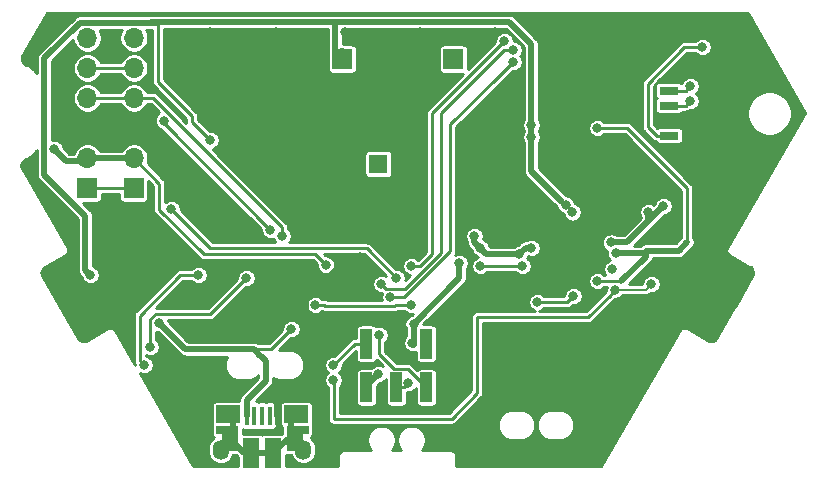
<source format=gtl>
G04 #@! TF.GenerationSoftware,KiCad,Pcbnew,(5.1.7)-1*
G04 #@! TF.CreationDate,2021-10-27T14:05:11+02:00*
G04 #@! TF.ProjectId,Power_module_v1,506f7765-725f-46d6-9f64-756c655f7631,rev?*
G04 #@! TF.SameCoordinates,Original*
G04 #@! TF.FileFunction,Copper,L1,Top*
G04 #@! TF.FilePolarity,Positive*
%FSLAX46Y46*%
G04 Gerber Fmt 4.6, Leading zero omitted, Abs format (unit mm)*
G04 Created by KiCad (PCBNEW (5.1.7)-1) date 2021-10-27 14:05:11*
%MOMM*%
%LPD*%
G01*
G04 APERTURE LIST*
G04 #@! TA.AperFunction,SMDPad,CuDef*
%ADD10R,1.000000X2.500000*%
G04 #@! TD*
G04 #@! TA.AperFunction,SMDPad,CuDef*
%ADD11R,1.600000X0.700000*%
G04 #@! TD*
G04 #@! TA.AperFunction,ComponentPad*
%ADD12R,1.700000X1.700000*%
G04 #@! TD*
G04 #@! TA.AperFunction,ComponentPad*
%ADD13O,1.700000X1.700000*%
G04 #@! TD*
G04 #@! TA.AperFunction,SMDPad,CuDef*
%ADD14R,1.430000X2.500000*%
G04 #@! TD*
G04 #@! TA.AperFunction,SMDPad,CuDef*
%ADD15R,2.000000X1.500000*%
G04 #@! TD*
G04 #@! TA.AperFunction,SMDPad,CuDef*
%ADD16R,1.350000X2.000000*%
G04 #@! TD*
G04 #@! TA.AperFunction,SMDPad,CuDef*
%ADD17R,0.400000X1.650000*%
G04 #@! TD*
G04 #@! TA.AperFunction,ComponentPad*
%ADD18O,1.350000X1.700000*%
G04 #@! TD*
G04 #@! TA.AperFunction,ComponentPad*
%ADD19O,1.100000X1.500000*%
G04 #@! TD*
G04 #@! TA.AperFunction,SMDPad,CuDef*
%ADD20R,1.825000X0.700000*%
G04 #@! TD*
G04 #@! TA.AperFunction,SMDPad,CuDef*
%ADD21R,1.700000X1.700000*%
G04 #@! TD*
G04 #@! TA.AperFunction,SMDPad,CuDef*
%ADD22O,1.700000X1.700000*%
G04 #@! TD*
G04 #@! TA.AperFunction,ComponentPad*
%ADD23R,1.600000X1.600000*%
G04 #@! TD*
G04 #@! TA.AperFunction,ComponentPad*
%ADD24C,1.600000*%
G04 #@! TD*
G04 #@! TA.AperFunction,ViaPad*
%ADD25C,0.800000*%
G04 #@! TD*
G04 #@! TA.AperFunction,ViaPad*
%ADD26C,0.400000*%
G04 #@! TD*
G04 #@! TA.AperFunction,Conductor*
%ADD27C,0.254000*%
G04 #@! TD*
G04 #@! TA.AperFunction,Conductor*
%ADD28C,0.500000*%
G04 #@! TD*
G04 #@! TA.AperFunction,Conductor*
%ADD29C,0.200000*%
G04 #@! TD*
G04 #@! TA.AperFunction,Conductor*
%ADD30C,0.300000*%
G04 #@! TD*
G04 #@! TA.AperFunction,Conductor*
%ADD31C,1.000000*%
G04 #@! TD*
G04 #@! TA.AperFunction,Conductor*
%ADD32C,0.250000*%
G04 #@! TD*
G04 #@! TA.AperFunction,Conductor*
%ADD33C,0.150000*%
G04 #@! TD*
G04 APERTURE END LIST*
D10*
X119888000Y-101214000D03*
X119888000Y-97514000D03*
X122428000Y-101214000D03*
X122428000Y-97514000D03*
X124968000Y-101214000D03*
X124968000Y-97514000D03*
D11*
X145516000Y-76073000D03*
X145516000Y-77343000D03*
X145516000Y-78613000D03*
X145516000Y-79883000D03*
D12*
X127254000Y-73406000D03*
D13*
X124714000Y-73406000D03*
D14*
X110094000Y-106746740D03*
D15*
X108204000Y-103496740D03*
D16*
X113804000Y-105546740D03*
X108324000Y-105546740D03*
D17*
X111054000Y-103596740D03*
D18*
X114554000Y-106476740D03*
D19*
X108634000Y-103476740D03*
X113474000Y-103476740D03*
D17*
X112354000Y-103596740D03*
X111704000Y-103596740D03*
D20*
X114054000Y-104796740D03*
D17*
X109754000Y-103596740D03*
D15*
X113954000Y-103476740D03*
D20*
X108104000Y-104796740D03*
D17*
X110404000Y-103596740D03*
D18*
X107554000Y-106476740D03*
D14*
X112014000Y-106746740D03*
D13*
X120396000Y-73406000D03*
D12*
X117856000Y-73406000D03*
D21*
X96266000Y-84328000D03*
D22*
X96266000Y-81788000D03*
X96266000Y-79248000D03*
X96266000Y-76708000D03*
X96266000Y-74168000D03*
X96266000Y-71628000D03*
D13*
X100203000Y-71628000D03*
X100203000Y-74168000D03*
X100203000Y-76708000D03*
X100203000Y-79248000D03*
X100203000Y-81788000D03*
D12*
X100203000Y-84328000D03*
D23*
X120904000Y-82296000D03*
D24*
X120904000Y-79796000D03*
D25*
X136652000Y-107442000D03*
X128016000Y-107442000D03*
X130810000Y-78740000D03*
X129794000Y-80264000D03*
X112268000Y-71120000D03*
X153670000Y-74930000D03*
D26*
X106934000Y-93726000D03*
X106934000Y-92710000D03*
X136652000Y-88900000D03*
X138176000Y-88900000D03*
X136652000Y-89662000D03*
X136652000Y-90424000D03*
X138176000Y-89662000D03*
X138176000Y-90424000D03*
X137414000Y-88900000D03*
X137414000Y-89662000D03*
X137414000Y-90424000D03*
D25*
X141224000Y-87884000D03*
X132334000Y-88392000D03*
X132080000Y-86868000D03*
X132842000Y-87630000D03*
X133604000Y-88392000D03*
X140208000Y-87884000D03*
X141478000Y-86868000D03*
X102870000Y-81026000D03*
X115062000Y-97536000D03*
X93700000Y-77400000D03*
X141478000Y-101600000D03*
X138430000Y-106934000D03*
X95250000Y-88900000D03*
X129286000Y-78740000D03*
X148336000Y-90170000D03*
X150368000Y-86868000D03*
X113030000Y-78740000D03*
X143510000Y-71120000D03*
X137160000Y-71120000D03*
X130810000Y-71120000D03*
X124460000Y-71120000D03*
X118110000Y-71120000D03*
X106680000Y-71120000D03*
X91100000Y-82500000D03*
X93218000Y-70358000D03*
X91400000Y-73200000D03*
X147320000Y-78994000D03*
X119380000Y-90170000D03*
X123444000Y-80010000D03*
X123444000Y-78486000D03*
X127000000Y-99568000D03*
X127000000Y-101346000D03*
X127000000Y-102870000D03*
X118110000Y-101854000D03*
X118110000Y-103124000D03*
X109474000Y-74676000D03*
X103632000Y-74676000D03*
X116078000Y-74930000D03*
X122682000Y-74930000D03*
X152400000Y-83312000D03*
X140716000Y-104648000D03*
X105918000Y-107188000D03*
X151638000Y-70866000D03*
X112522000Y-85090000D03*
X112522000Y-81788000D03*
X99822000Y-86868000D03*
X119126000Y-88138000D03*
X124460000Y-79248000D03*
X130048000Y-106426000D03*
X138176000Y-101600000D03*
X134366000Y-101600000D03*
X130302000Y-101600000D03*
X116586000Y-107188000D03*
X116586000Y-104394000D03*
X107696000Y-87884000D03*
X106934000Y-91948000D03*
X98343040Y-92156960D03*
X106934000Y-96774000D03*
X112268000Y-96266000D03*
X115824000Y-100330000D03*
X100838000Y-89916000D03*
X116332000Y-102108000D03*
X95250000Y-93726000D03*
X94234000Y-91948000D03*
X96266000Y-95504000D03*
X149606000Y-93726000D03*
X150876000Y-91948000D03*
X148590000Y-95758000D03*
X125730000Y-105664000D03*
X119126000Y-105410000D03*
X103378000Y-102870000D03*
X104648000Y-104902000D03*
X144018000Y-92456000D03*
X140970000Y-92927000D03*
X102362000Y-95758000D03*
X117094000Y-100584000D03*
X113538000Y-96266000D03*
X133858000Y-78994000D03*
X133858000Y-80010000D03*
X106680000Y-80264000D03*
X137330343Y-86387491D03*
X136753600Y-85725000D03*
X96520000Y-91694000D03*
X143764000Y-86360000D03*
X145034000Y-85852000D03*
X140617923Y-88937000D03*
X93472000Y-81026000D03*
X116446067Y-90817933D03*
X127762000Y-90678000D03*
X120904000Y-100076000D03*
X123893256Y-95816744D03*
X123786001Y-97447999D03*
X139446000Y-92202000D03*
X139446000Y-79248000D03*
X141032228Y-89848685D03*
X140716000Y-91186000D03*
X117094000Y-99314000D03*
X120988002Y-96774000D03*
X123444000Y-100838000D03*
X103378000Y-86106000D03*
X122428000Y-91948000D03*
X112776000Y-88392000D03*
X111760000Y-87884000D03*
X102736933Y-78619067D03*
X115570000Y-94234000D03*
X123704067Y-94240067D03*
X133096000Y-90932000D03*
X129540000Y-90932000D03*
X129540000Y-89408000D03*
X133858000Y-89387000D03*
X129032000Y-88392000D03*
X132842000Y-89895000D03*
X137414000Y-93472000D03*
X134366000Y-93980000D03*
X105664000Y-91694000D03*
X101092000Y-99314000D03*
X101600000Y-97790000D03*
X109728000Y-91948000D03*
X147320000Y-75692000D03*
X132334000Y-73660000D03*
X121920000Y-93582999D03*
X147320000Y-76962000D03*
X123698000Y-90932000D03*
X131572000Y-71882000D03*
X148336000Y-72390000D03*
X132334000Y-72644000D03*
X121158000Y-92456000D03*
D27*
X100203000Y-79248000D02*
X96266000Y-79248000D01*
X100203000Y-79248000D02*
X101981000Y-81026000D01*
X101981000Y-81026000D02*
X102870000Y-81026000D01*
X145516000Y-78613000D02*
X146939000Y-78613000D01*
X146939000Y-78613000D02*
X147320000Y-78994000D01*
X119380000Y-90170000D02*
X118364000Y-90170000D01*
X114842999Y-96485001D02*
X114808000Y-96520000D01*
X118364000Y-90170000D02*
X114842999Y-93691001D01*
D28*
X122428000Y-97514000D02*
X122428000Y-96764000D01*
X122428000Y-96951008D02*
X121269991Y-95792999D01*
X122428000Y-97514000D02*
X122428000Y-96951008D01*
D27*
X114842999Y-95792999D02*
X114842999Y-96485001D01*
X114842999Y-93691001D02*
X114842999Y-95792999D01*
D28*
X116620999Y-95977001D02*
X115062000Y-97536000D01*
X116620999Y-95792999D02*
X116620999Y-95977001D01*
X121269991Y-95792999D02*
X116620999Y-95792999D01*
X116620999Y-95792999D02*
X114842999Y-95792999D01*
X115062000Y-96012000D02*
X114842999Y-95792999D01*
X115062000Y-97536000D02*
X115062000Y-96012000D01*
X114719999Y-97193999D02*
X115062000Y-97536000D01*
X114719999Y-93825999D02*
X114719999Y-97193999D01*
X118375998Y-90170000D02*
X114719999Y-93825999D01*
X119380000Y-90170000D02*
X118375998Y-90170000D01*
X115062000Y-97536000D02*
X116078000Y-98552000D01*
X116078000Y-98552000D02*
X116078000Y-100584000D01*
X116078000Y-98298000D02*
X116078000Y-98552000D01*
X112354000Y-102271740D02*
X113279740Y-101346000D01*
X112354000Y-103596740D02*
X112354000Y-102271740D01*
X114808000Y-101346000D02*
X115824000Y-100330000D01*
X113279740Y-101346000D02*
X114808000Y-101346000D01*
D29*
X140970000Y-92927000D02*
X143547000Y-92927000D01*
X143547000Y-92927000D02*
X144018000Y-92456000D01*
D28*
X104567990Y-97963990D02*
X104267000Y-97663000D01*
X104267000Y-97663000D02*
X102362000Y-95758000D01*
X110333192Y-97963990D02*
X104567990Y-97963990D01*
D27*
X127094961Y-103851001D02*
X117118963Y-103851001D01*
X129286000Y-101659962D02*
X127094961Y-103851001D01*
X129286000Y-95250000D02*
X129286000Y-101659962D01*
X140570001Y-93363999D02*
X138684000Y-95250000D01*
X140570001Y-93326999D02*
X140570001Y-93363999D01*
X138684000Y-95250000D02*
X129286000Y-95250000D01*
X140970000Y-92927000D02*
X140570001Y-93326999D01*
X117118963Y-100608963D02*
X117094000Y-100584000D01*
X117118963Y-103851001D02*
X117118963Y-100608963D01*
X111840010Y-97963990D02*
X110333192Y-97963990D01*
X113538000Y-96266000D02*
X111840010Y-97963990D01*
D28*
X109754000Y-102271740D02*
X109754000Y-103596740D01*
X111379990Y-100645750D02*
X109754000Y-102271740D01*
X111379990Y-98932010D02*
X111379990Y-100645750D01*
X110920212Y-98551010D02*
X110998990Y-98551010D01*
X110998990Y-98551010D02*
X111379990Y-98932010D01*
X110333192Y-97963990D02*
X110920212Y-98551010D01*
D27*
X106680000Y-80264000D02*
X105156000Y-78740000D01*
D28*
X133858000Y-78994000D02*
X133858000Y-82888000D01*
X133858000Y-82888000D02*
X136457600Y-85487600D01*
D27*
X137332434Y-86385400D02*
X137330343Y-86387491D01*
X137414000Y-86385400D02*
X137332434Y-86385400D01*
X136457600Y-85505200D02*
X136533800Y-85505200D01*
X136457600Y-85487600D02*
X136457600Y-85505200D01*
X136533800Y-85505200D02*
X136753600Y-85725000D01*
D30*
X136753600Y-85725000D02*
X137414000Y-86385400D01*
D28*
X133858000Y-76962000D02*
X133858000Y-76708000D01*
X92621999Y-83194001D02*
X92621999Y-73347999D01*
X96100001Y-86672003D02*
X92621999Y-83194001D01*
X92621999Y-73347999D02*
X95641999Y-70327999D01*
D31*
X117856000Y-73406000D02*
X117856000Y-73002002D01*
D28*
X133858000Y-76962000D02*
X133858000Y-77470000D01*
X133858000Y-77470000D02*
X133858000Y-80010000D01*
D27*
X105156000Y-78740000D02*
X105156000Y-78232000D01*
X102271997Y-75347997D02*
X102271997Y-70327999D01*
X105156000Y-78232000D02*
X102271997Y-75347997D01*
D28*
X101569999Y-70327999D02*
X101627999Y-70269999D01*
X101569999Y-70327999D02*
X102271997Y-70327999D01*
X131991999Y-70269999D02*
X133858000Y-72136000D01*
X95641999Y-70327999D02*
X101569999Y-70327999D01*
X133858000Y-76962000D02*
X133858000Y-72136000D01*
X117259999Y-70347997D02*
X117182001Y-70269999D01*
X117856000Y-73406000D02*
X117259999Y-72809999D01*
X117259999Y-72809999D02*
X117259999Y-70347997D01*
X101627999Y-70269999D02*
X117182001Y-70269999D01*
X117182001Y-70269999D02*
X131991999Y-70269999D01*
X96100001Y-91274001D02*
X96100001Y-90766001D01*
X96520000Y-91694000D02*
X96100001Y-91274001D01*
X96100001Y-90766001D02*
X96100001Y-86672003D01*
X96100001Y-91116003D02*
X96100001Y-90766001D01*
X143510000Y-87376000D02*
X145034000Y-85852000D01*
X143764000Y-87122000D02*
X141986000Y-88900000D01*
X143764000Y-86360000D02*
X143764000Y-87122000D01*
D32*
X141949000Y-88937000D02*
X141986000Y-88900000D01*
D28*
X140617923Y-88937000D02*
X141949000Y-88937000D01*
X93472000Y-81026000D02*
X94488000Y-82042000D01*
X96012000Y-82042000D02*
X96266000Y-81788000D01*
X94488000Y-82042000D02*
X96012000Y-82042000D01*
X96266000Y-81788000D02*
X100203000Y-81788000D01*
D27*
X100203000Y-81788000D02*
X102362000Y-83947000D01*
X116446067Y-90817933D02*
X115544134Y-89916000D01*
X102362000Y-86165962D02*
X102362000Y-85090000D01*
X106112038Y-89916000D02*
X102362000Y-86165962D01*
X115544134Y-89916000D02*
X106112038Y-89916000D01*
X102362000Y-83947000D02*
X102362000Y-85090000D01*
X119969280Y-101912420D02*
X119692420Y-101912420D01*
D28*
X119888000Y-101092000D02*
X120904000Y-100076000D01*
X119888000Y-101214000D02*
X119888000Y-101092000D01*
X123893256Y-95816744D02*
X127762000Y-91948000D01*
X127762000Y-91948000D02*
X127762000Y-90678000D01*
X123893256Y-95816744D02*
X123893256Y-97594744D01*
X143546999Y-89625001D02*
X146340999Y-89625001D01*
X141478000Y-92202000D02*
X143546999Y-90133001D01*
X143546999Y-90133001D02*
X143546999Y-89625001D01*
D32*
X139446000Y-92202000D02*
X141478000Y-92202000D01*
D28*
X146340999Y-89625001D02*
X147066000Y-88900000D01*
D32*
X143323315Y-89848685D02*
X143546999Y-89625001D01*
D28*
X141032228Y-89848685D02*
X143323315Y-89848685D01*
D27*
X147066000Y-88900000D02*
X147066000Y-84328000D01*
X141986000Y-79248000D02*
X139446000Y-79248000D01*
X147066000Y-84328000D02*
X141986000Y-79248000D01*
X118894000Y-97514000D02*
X117094000Y-99314000D01*
X119888000Y-97514000D02*
X118894000Y-97514000D01*
X123390999Y-99636999D02*
X124968000Y-101214000D01*
X122242999Y-99636999D02*
X123390999Y-99636999D01*
X120988002Y-98382002D02*
X121158000Y-98552000D01*
X120988002Y-96774000D02*
X120988002Y-98382002D01*
X121158000Y-98552000D02*
X122242999Y-99636999D01*
X122700510Y-100941490D02*
X122428000Y-101214000D01*
X123068000Y-101214000D02*
X123444000Y-100838000D01*
X122428000Y-101214000D02*
X123068000Y-101214000D01*
X113938900Y-103626740D02*
X114088900Y-103476740D01*
X114088900Y-103476740D02*
X113608900Y-103476740D01*
D28*
X108634000Y-105396740D02*
X107554000Y-106476740D01*
X108634000Y-103476740D02*
X108634000Y-105396740D01*
X113474000Y-105396740D02*
X114554000Y-106476740D01*
X113474000Y-103476740D02*
X113474000Y-105396740D01*
X113214000Y-105546740D02*
X112014000Y-106746740D01*
X113804000Y-105546740D02*
X113214000Y-105546740D01*
X112014000Y-106746740D02*
X110094000Y-106746740D01*
X109524000Y-106746740D02*
X108324000Y-105546740D01*
X110094000Y-106746740D02*
X109524000Y-106746740D01*
D27*
X100237999Y-84362999D02*
X100203000Y-84328000D01*
X100203000Y-84328000D02*
X96266000Y-84328000D01*
X114265001Y-89442999D02*
X114230002Y-89408000D01*
X114230002Y-89408000D02*
X106680000Y-89408000D01*
X106680000Y-89408000D02*
X103378000Y-86106000D01*
X119922999Y-89442999D02*
X119599001Y-89442999D01*
X122428000Y-91948000D02*
X119922999Y-89442999D01*
X119728961Y-89442999D02*
X119599001Y-89442999D01*
X119599001Y-89442999D02*
X114265001Y-89442999D01*
X100203000Y-76708000D02*
X96266000Y-76708000D01*
X112776000Y-88392000D02*
X112776000Y-87630000D01*
X101854000Y-76708000D02*
X100203000Y-76708000D01*
X112776000Y-87630000D02*
X101854000Y-76708000D01*
X100203000Y-74168000D02*
X96266000Y-74168000D01*
X111760000Y-87884000D02*
X102736933Y-78860933D01*
X102736933Y-78860933D02*
X102736933Y-78619067D01*
X116332000Y-94234000D02*
X115570000Y-94234000D01*
X123138382Y-94240067D02*
X123132315Y-94234000D01*
X123704067Y-94240067D02*
X123138382Y-94240067D01*
X116408000Y-94310000D02*
X116332000Y-94234000D01*
X122268961Y-94310000D02*
X116408000Y-94310000D01*
X122344961Y-94234000D02*
X122268961Y-94310000D01*
X123132315Y-94234000D02*
X122344961Y-94234000D01*
X133096000Y-90932000D02*
X129540000Y-90932000D01*
D28*
X132842000Y-89916000D02*
X130048000Y-89916000D01*
X130048000Y-89916000D02*
X129540000Y-89408000D01*
X133371000Y-89387000D02*
X132842000Y-89916000D01*
X133858000Y-89387000D02*
X133371000Y-89387000D01*
X129032000Y-88900000D02*
X129032000Y-88392000D01*
X129540000Y-89408000D02*
X129032000Y-88900000D01*
X129561000Y-89387000D02*
X129540000Y-89408000D01*
D32*
X136906000Y-93980000D02*
X137414000Y-93472000D01*
X134366000Y-93980000D02*
X136906000Y-93980000D01*
X105664000Y-91694000D02*
X104648000Y-91694000D01*
D27*
X104648000Y-91694000D02*
X104140000Y-91694000D01*
X100692001Y-95141999D02*
X104140000Y-91694000D01*
X100692001Y-98914001D02*
X100692001Y-95141999D01*
X101092000Y-99314000D02*
X100692001Y-98914001D01*
X101600000Y-95444038D02*
X102048038Y-94996000D01*
X101600000Y-97790000D02*
X101600000Y-95444038D01*
X106680000Y-94996000D02*
X109728000Y-91948000D01*
X102048038Y-94996000D02*
X106680000Y-94996000D01*
X146939000Y-76073000D02*
X145516000Y-76073000D01*
X147320000Y-75692000D02*
X146939000Y-76073000D01*
X127000000Y-78934038D02*
X131004038Y-74930000D01*
X131004038Y-74930000D02*
X131064000Y-74930000D01*
X131064000Y-74930000D02*
X132334000Y-73660000D01*
X127000000Y-89676133D02*
X127000000Y-89662000D01*
X123093134Y-93582999D02*
X127000000Y-89676133D01*
X121920000Y-93582999D02*
X123093134Y-93582999D01*
X127000000Y-89662000D02*
X127000000Y-78934038D01*
X145516000Y-77343000D02*
X146939000Y-77343000D01*
X146939000Y-77343000D02*
X147320000Y-76962000D01*
X124460000Y-90932000D02*
X123698000Y-90932000D01*
X125476000Y-89916000D02*
X124460000Y-90932000D01*
X131572000Y-71882000D02*
X125476000Y-77978000D01*
X125476000Y-77978000D02*
X125476000Y-89916000D01*
X131572000Y-72644000D02*
X132334000Y-72644000D01*
X126238000Y-77978000D02*
X131572000Y-72644000D01*
X126238000Y-89796066D02*
X126238000Y-89662000D01*
X126238000Y-89796067D02*
X126238000Y-88392000D01*
X121557999Y-92855999D02*
X123178068Y-92855999D01*
X121158000Y-92456000D02*
X121557999Y-92855999D01*
X126238000Y-88392000D02*
X126238000Y-77978000D01*
X123178068Y-92855999D02*
X126238000Y-89796067D01*
X126238000Y-89662000D02*
X126238000Y-88392000D01*
X144462000Y-79883000D02*
X143700000Y-79121000D01*
X145516000Y-79883000D02*
X144462000Y-79883000D01*
X143700000Y-79121000D02*
X143700000Y-75500000D01*
X146810000Y-72390000D02*
X148336000Y-72390000D01*
X143700000Y-75500000D02*
X146810000Y-72390000D01*
X102134191Y-96508987D02*
X102242079Y-96530447D01*
X103842734Y-98131103D01*
X103842740Y-98131108D01*
X104099885Y-98388253D01*
X104119647Y-98412333D01*
X104215729Y-98491186D01*
X104325348Y-98549779D01*
X104444292Y-98585860D01*
X104536992Y-98594990D01*
X104537001Y-98594990D01*
X104567989Y-98598042D01*
X104598977Y-98594990D01*
X108106919Y-98594990D01*
X108103734Y-98598871D01*
X107984784Y-98821411D01*
X107911535Y-99062880D01*
X107886802Y-99314000D01*
X107911535Y-99565120D01*
X107984784Y-99806589D01*
X108103734Y-100029129D01*
X108263814Y-100224186D01*
X108458871Y-100384266D01*
X108681411Y-100503216D01*
X108922880Y-100576465D01*
X109111070Y-100595000D01*
X109836930Y-100595000D01*
X110025120Y-100576465D01*
X110266589Y-100503216D01*
X110489129Y-100384266D01*
X110684186Y-100224186D01*
X110748991Y-100145222D01*
X110748991Y-100384380D01*
X109329737Y-101803635D01*
X109305657Y-101823397D01*
X109226804Y-101919480D01*
X109168211Y-102029099D01*
X109132130Y-102148043D01*
X109123000Y-102240743D01*
X109123000Y-102240750D01*
X109119948Y-102271740D01*
X109123000Y-102302731D01*
X109123000Y-102363897D01*
X108831955Y-102363897D01*
X108816507Y-102359211D01*
X108634000Y-102341236D01*
X108451492Y-102359211D01*
X108436044Y-102363897D01*
X107204000Y-102363897D01*
X107129311Y-102371253D01*
X107057492Y-102393039D01*
X106991304Y-102428418D01*
X106933289Y-102476029D01*
X106885678Y-102534044D01*
X106850299Y-102600232D01*
X106828513Y-102672051D01*
X106821157Y-102746740D01*
X106821157Y-104246740D01*
X106828513Y-104321429D01*
X106829941Y-104326136D01*
X106816013Y-104372051D01*
X106808657Y-104446740D01*
X106808657Y-105146740D01*
X106816013Y-105221429D01*
X106837799Y-105293248D01*
X106873178Y-105359436D01*
X106920789Y-105417451D01*
X106943858Y-105436383D01*
X106803683Y-105551423D01*
X106671720Y-105712219D01*
X106573663Y-105895672D01*
X106513280Y-106094729D01*
X106498000Y-106249869D01*
X106498000Y-106703612D01*
X106513280Y-106858752D01*
X106573663Y-107057809D01*
X106671720Y-107241261D01*
X106803684Y-107402057D01*
X106964480Y-107534020D01*
X107147932Y-107632077D01*
X107346989Y-107692460D01*
X107554000Y-107712849D01*
X107761012Y-107692460D01*
X107960069Y-107632077D01*
X108143521Y-107534020D01*
X108304317Y-107402057D01*
X108436280Y-107241261D01*
X108534337Y-107057808D01*
X108573233Y-106929583D01*
X108814474Y-106929583D01*
X108996157Y-107111266D01*
X108996157Y-107846500D01*
X105234169Y-107846500D01*
X100683551Y-99980383D01*
X100722058Y-100006113D01*
X100864191Y-100064987D01*
X101015078Y-100095000D01*
X101168922Y-100095000D01*
X101319809Y-100064987D01*
X101461942Y-100006113D01*
X101589859Y-99920642D01*
X101698642Y-99811859D01*
X101784113Y-99683942D01*
X101842987Y-99541809D01*
X101873000Y-99390922D01*
X101873000Y-99237078D01*
X101842987Y-99086191D01*
X101784113Y-98944058D01*
X101698642Y-98816141D01*
X101589859Y-98707358D01*
X101461942Y-98621887D01*
X101319809Y-98563013D01*
X101200001Y-98539182D01*
X101200001Y-98462030D01*
X101230058Y-98482113D01*
X101372191Y-98540987D01*
X101523078Y-98571000D01*
X101676922Y-98571000D01*
X101827809Y-98540987D01*
X101969942Y-98482113D01*
X102097859Y-98396642D01*
X102206642Y-98287859D01*
X102292113Y-98159942D01*
X102350987Y-98017809D01*
X102381000Y-97866922D01*
X102381000Y-97713078D01*
X102350987Y-97562191D01*
X102292113Y-97420058D01*
X102206642Y-97292141D01*
X102108000Y-97193499D01*
X102108000Y-96498138D01*
X102134191Y-96508987D01*
G04 #@! TA.AperFunction,Conductor*
D33*
G36*
X102134191Y-96508987D02*
G01*
X102242079Y-96530447D01*
X103842734Y-98131103D01*
X103842740Y-98131108D01*
X104099885Y-98388253D01*
X104119647Y-98412333D01*
X104215729Y-98491186D01*
X104325348Y-98549779D01*
X104444292Y-98585860D01*
X104536992Y-98594990D01*
X104537001Y-98594990D01*
X104567989Y-98598042D01*
X104598977Y-98594990D01*
X108106919Y-98594990D01*
X108103734Y-98598871D01*
X107984784Y-98821411D01*
X107911535Y-99062880D01*
X107886802Y-99314000D01*
X107911535Y-99565120D01*
X107984784Y-99806589D01*
X108103734Y-100029129D01*
X108263814Y-100224186D01*
X108458871Y-100384266D01*
X108681411Y-100503216D01*
X108922880Y-100576465D01*
X109111070Y-100595000D01*
X109836930Y-100595000D01*
X110025120Y-100576465D01*
X110266589Y-100503216D01*
X110489129Y-100384266D01*
X110684186Y-100224186D01*
X110748991Y-100145222D01*
X110748991Y-100384380D01*
X109329737Y-101803635D01*
X109305657Y-101823397D01*
X109226804Y-101919480D01*
X109168211Y-102029099D01*
X109132130Y-102148043D01*
X109123000Y-102240743D01*
X109123000Y-102240750D01*
X109119948Y-102271740D01*
X109123000Y-102302731D01*
X109123000Y-102363897D01*
X108831955Y-102363897D01*
X108816507Y-102359211D01*
X108634000Y-102341236D01*
X108451492Y-102359211D01*
X108436044Y-102363897D01*
X107204000Y-102363897D01*
X107129311Y-102371253D01*
X107057492Y-102393039D01*
X106991304Y-102428418D01*
X106933289Y-102476029D01*
X106885678Y-102534044D01*
X106850299Y-102600232D01*
X106828513Y-102672051D01*
X106821157Y-102746740D01*
X106821157Y-104246740D01*
X106828513Y-104321429D01*
X106829941Y-104326136D01*
X106816013Y-104372051D01*
X106808657Y-104446740D01*
X106808657Y-105146740D01*
X106816013Y-105221429D01*
X106837799Y-105293248D01*
X106873178Y-105359436D01*
X106920789Y-105417451D01*
X106943858Y-105436383D01*
X106803683Y-105551423D01*
X106671720Y-105712219D01*
X106573663Y-105895672D01*
X106513280Y-106094729D01*
X106498000Y-106249869D01*
X106498000Y-106703612D01*
X106513280Y-106858752D01*
X106573663Y-107057809D01*
X106671720Y-107241261D01*
X106803684Y-107402057D01*
X106964480Y-107534020D01*
X107147932Y-107632077D01*
X107346989Y-107692460D01*
X107554000Y-107712849D01*
X107761012Y-107692460D01*
X107960069Y-107632077D01*
X108143521Y-107534020D01*
X108304317Y-107402057D01*
X108436280Y-107241261D01*
X108534337Y-107057808D01*
X108573233Y-106929583D01*
X108814474Y-106929583D01*
X108996157Y-107111266D01*
X108996157Y-107846500D01*
X105234169Y-107846500D01*
X100683551Y-99980383D01*
X100722058Y-100006113D01*
X100864191Y-100064987D01*
X101015078Y-100095000D01*
X101168922Y-100095000D01*
X101319809Y-100064987D01*
X101461942Y-100006113D01*
X101589859Y-99920642D01*
X101698642Y-99811859D01*
X101784113Y-99683942D01*
X101842987Y-99541809D01*
X101873000Y-99390922D01*
X101873000Y-99237078D01*
X101842987Y-99086191D01*
X101784113Y-98944058D01*
X101698642Y-98816141D01*
X101589859Y-98707358D01*
X101461942Y-98621887D01*
X101319809Y-98563013D01*
X101200001Y-98539182D01*
X101200001Y-98462030D01*
X101230058Y-98482113D01*
X101372191Y-98540987D01*
X101523078Y-98571000D01*
X101676922Y-98571000D01*
X101827809Y-98540987D01*
X101969942Y-98482113D01*
X102097859Y-98396642D01*
X102206642Y-98287859D01*
X102292113Y-98159942D01*
X102350987Y-98017809D01*
X102381000Y-97866922D01*
X102381000Y-97713078D01*
X102350987Y-97562191D01*
X102292113Y-97420058D01*
X102206642Y-97292141D01*
X102108000Y-97193499D01*
X102108000Y-96498138D01*
X102134191Y-96508987D01*
G37*
G04 #@! TD.AperFunction*
D27*
X157031347Y-77941603D02*
X150417695Y-89400886D01*
X150405392Y-89418289D01*
X150389622Y-89453697D01*
X150373667Y-89488925D01*
X150373376Y-89490172D01*
X150372854Y-89491345D01*
X150364300Y-89529123D01*
X150355518Y-89566813D01*
X150355476Y-89568095D01*
X150355193Y-89569346D01*
X150354174Y-89608081D01*
X150352914Y-89646745D01*
X150353123Y-89648008D01*
X150353089Y-89649292D01*
X150359647Y-89687484D01*
X150365954Y-89725649D01*
X150366406Y-89726849D01*
X150366623Y-89728114D01*
X150380491Y-89764257D01*
X150394136Y-89800494D01*
X150394814Y-89801584D01*
X150395273Y-89802780D01*
X150415903Y-89835486D01*
X150436379Y-89868403D01*
X150437257Y-89869340D01*
X150437940Y-89870423D01*
X150464569Y-89898491D01*
X150491059Y-89926765D01*
X150492101Y-89927512D01*
X150492984Y-89928442D01*
X150524591Y-89950786D01*
X150556073Y-89973338D01*
X150575485Y-89982130D01*
X152322729Y-90976015D01*
X152431878Y-91054158D01*
X152511005Y-91138420D01*
X152572255Y-91236441D01*
X152613304Y-91344499D01*
X152632579Y-91458462D01*
X152629351Y-91574008D01*
X152603743Y-91686723D01*
X152549207Y-91809213D01*
X151058349Y-94379834D01*
X151057817Y-94380581D01*
X151048192Y-94397348D01*
X151038788Y-94413563D01*
X151038419Y-94414372D01*
X149564451Y-96982078D01*
X149485840Y-97091880D01*
X149401581Y-97171005D01*
X149303559Y-97232256D01*
X149195504Y-97273302D01*
X149081537Y-97292579D01*
X148965992Y-97289351D01*
X148853277Y-97263743D01*
X148730323Y-97209000D01*
X146990134Y-96208247D01*
X146974288Y-96196871D01*
X146955575Y-96188373D01*
X146955115Y-96188108D01*
X146937187Y-96180022D01*
X146901470Y-96163801D01*
X146900959Y-96163681D01*
X146900477Y-96163464D01*
X146861869Y-96154531D01*
X146823601Y-96145573D01*
X146823077Y-96145555D01*
X146822561Y-96145436D01*
X146782994Y-96144208D01*
X146743671Y-96142887D01*
X146743152Y-96142972D01*
X146742626Y-96142956D01*
X146703793Y-96149435D01*
X146664753Y-96155846D01*
X146664258Y-96156032D01*
X146663741Y-96156118D01*
X146626961Y-96170032D01*
X146589879Y-96183952D01*
X146589430Y-96184231D01*
X146588940Y-96184416D01*
X146555591Y-96205232D01*
X146521927Y-96226126D01*
X146521541Y-96226487D01*
X146521097Y-96226764D01*
X146492459Y-96253678D01*
X146463510Y-96280745D01*
X146463202Y-96281174D01*
X146462820Y-96281533D01*
X146440040Y-96313437D01*
X146428555Y-96329435D01*
X146428289Y-96329895D01*
X146416347Y-96346620D01*
X146408327Y-96364401D01*
X139765831Y-107846500D01*
X127477120Y-107846500D01*
X127477120Y-106953941D01*
X127479084Y-106934000D01*
X127471245Y-106854410D01*
X127448030Y-106777879D01*
X127410330Y-106707347D01*
X127359594Y-106645526D01*
X127297773Y-106594790D01*
X127227241Y-106557090D01*
X127150710Y-106533875D01*
X127091061Y-106528000D01*
X127091060Y-106528000D01*
X127071120Y-106526036D01*
X127051179Y-106528000D01*
X124560755Y-106528000D01*
X124646413Y-106442342D01*
X124780036Y-106242360D01*
X124872078Y-106020153D01*
X124919000Y-105784258D01*
X124919000Y-105543742D01*
X124872078Y-105307847D01*
X124780036Y-105085640D01*
X124646413Y-104885658D01*
X124476342Y-104715587D01*
X124276360Y-104581964D01*
X124054153Y-104489922D01*
X123818258Y-104443000D01*
X123577742Y-104443000D01*
X123341847Y-104489922D01*
X123119640Y-104581964D01*
X122919658Y-104715587D01*
X122749587Y-104885658D01*
X122615964Y-105085640D01*
X122523922Y-105307847D01*
X122477000Y-105543742D01*
X122477000Y-105784258D01*
X122523922Y-106020153D01*
X122615964Y-106242360D01*
X122749587Y-106442342D01*
X122835245Y-106528000D01*
X122020755Y-106528000D01*
X122106413Y-106442342D01*
X122240036Y-106242360D01*
X122332078Y-106020153D01*
X122379000Y-105784258D01*
X122379000Y-105543742D01*
X122332078Y-105307847D01*
X122240036Y-105085640D01*
X122106413Y-104885658D01*
X121936342Y-104715587D01*
X121736360Y-104581964D01*
X121514153Y-104489922D01*
X121278258Y-104443000D01*
X121037742Y-104443000D01*
X120801847Y-104489922D01*
X120579640Y-104581964D01*
X120379658Y-104715587D01*
X120209587Y-104885658D01*
X120075964Y-105085640D01*
X119983922Y-105307847D01*
X119937000Y-105543742D01*
X119937000Y-105784258D01*
X119983922Y-106020153D01*
X120075964Y-106242360D01*
X120209587Y-106442342D01*
X120295245Y-106528000D01*
X117947061Y-106528000D01*
X117927120Y-106526036D01*
X117907180Y-106528000D01*
X117907179Y-106528000D01*
X117847530Y-106533875D01*
X117770999Y-106557090D01*
X117700467Y-106594790D01*
X117638646Y-106645526D01*
X117587910Y-106707347D01*
X117550210Y-106777879D01*
X117526995Y-106854410D01*
X117519156Y-106934000D01*
X117521121Y-106953951D01*
X117521120Y-107846500D01*
X113111843Y-107846500D01*
X113111843Y-106927893D01*
X113129000Y-106929583D01*
X113534766Y-106929583D01*
X113573663Y-107057809D01*
X113671720Y-107241261D01*
X113803684Y-107402057D01*
X113964480Y-107534020D01*
X114147932Y-107632077D01*
X114346989Y-107692460D01*
X114554000Y-107712849D01*
X114761012Y-107692460D01*
X114960069Y-107632077D01*
X115143521Y-107534020D01*
X115304317Y-107402057D01*
X115436280Y-107241261D01*
X115534337Y-107057808D01*
X115594720Y-106858751D01*
X115610000Y-106703611D01*
X115610000Y-106249868D01*
X115594720Y-106094728D01*
X115534337Y-105895671D01*
X115436280Y-105712219D01*
X115304317Y-105551423D01*
X115189141Y-105456900D01*
X115237211Y-105417451D01*
X115284822Y-105359436D01*
X115320201Y-105293248D01*
X115341987Y-105221429D01*
X115349343Y-105146740D01*
X115349343Y-104446740D01*
X115344149Y-104394000D01*
X131000802Y-104394000D01*
X131025535Y-104645120D01*
X131098784Y-104886589D01*
X131217734Y-105109129D01*
X131377814Y-105304186D01*
X131572871Y-105464266D01*
X131795411Y-105583216D01*
X132036880Y-105656465D01*
X132225070Y-105675000D01*
X132950930Y-105675000D01*
X133139120Y-105656465D01*
X133380589Y-105583216D01*
X133603129Y-105464266D01*
X133798186Y-105304186D01*
X133958266Y-105109129D01*
X134077216Y-104886589D01*
X134150465Y-104645120D01*
X134175198Y-104394000D01*
X134302802Y-104394000D01*
X134327535Y-104645120D01*
X134400784Y-104886589D01*
X134519734Y-105109129D01*
X134679814Y-105304186D01*
X134874871Y-105464266D01*
X135097411Y-105583216D01*
X135338880Y-105656465D01*
X135527070Y-105675000D01*
X136252930Y-105675000D01*
X136441120Y-105656465D01*
X136682589Y-105583216D01*
X136905129Y-105464266D01*
X137100186Y-105304186D01*
X137260266Y-105109129D01*
X137379216Y-104886589D01*
X137452465Y-104645120D01*
X137477198Y-104394000D01*
X137452465Y-104142880D01*
X137379216Y-103901411D01*
X137260266Y-103678871D01*
X137100186Y-103483814D01*
X136905129Y-103323734D01*
X136682589Y-103204784D01*
X136441120Y-103131535D01*
X136252930Y-103113000D01*
X135527070Y-103113000D01*
X135338880Y-103131535D01*
X135097411Y-103204784D01*
X134874871Y-103323734D01*
X134679814Y-103483814D01*
X134519734Y-103678871D01*
X134400784Y-103901411D01*
X134327535Y-104142880D01*
X134302802Y-104394000D01*
X134175198Y-104394000D01*
X134150465Y-104142880D01*
X134077216Y-103901411D01*
X133958266Y-103678871D01*
X133798186Y-103483814D01*
X133603129Y-103323734D01*
X133380589Y-103204784D01*
X133139120Y-103131535D01*
X132950930Y-103113000D01*
X132225070Y-103113000D01*
X132036880Y-103131535D01*
X131795411Y-103204784D01*
X131572871Y-103323734D01*
X131377814Y-103483814D01*
X131217734Y-103678871D01*
X131098784Y-103901411D01*
X131025535Y-104142880D01*
X131000802Y-104394000D01*
X115344149Y-104394000D01*
X115341987Y-104372051D01*
X115325026Y-104316136D01*
X115329487Y-104301429D01*
X115336843Y-104226740D01*
X115336843Y-102726740D01*
X115329487Y-102652051D01*
X115307701Y-102580232D01*
X115272322Y-102514044D01*
X115224711Y-102456029D01*
X115166696Y-102408418D01*
X115100508Y-102373039D01*
X115028689Y-102351253D01*
X114954000Y-102343897D01*
X113501018Y-102343897D01*
X113474000Y-102341236D01*
X113446982Y-102343897D01*
X112954000Y-102343897D01*
X112879311Y-102351253D01*
X112807492Y-102373039D01*
X112741304Y-102408418D01*
X112683289Y-102456029D01*
X112635678Y-102514044D01*
X112600299Y-102580232D01*
X112578513Y-102652051D01*
X112571157Y-102726740D01*
X112571157Y-103045820D01*
X112556471Y-103094233D01*
X112543000Y-103231010D01*
X112543000Y-103722471D01*
X112556471Y-103859248D01*
X112571157Y-103907661D01*
X112571157Y-104226740D01*
X112578513Y-104301429D01*
X112600299Y-104373248D01*
X112635678Y-104439436D01*
X112683289Y-104497451D01*
X112741304Y-104545062D01*
X112746157Y-104547656D01*
X112746157Y-105115587D01*
X112729000Y-105113897D01*
X111299000Y-105113897D01*
X111224311Y-105121253D01*
X111152492Y-105143039D01*
X111086304Y-105178418D01*
X111054000Y-105204929D01*
X111021696Y-105178418D01*
X110955508Y-105143039D01*
X110883689Y-105121253D01*
X110809000Y-105113897D01*
X109399343Y-105113897D01*
X109399343Y-104771085D01*
X109407492Y-104775441D01*
X109479311Y-104797227D01*
X109554000Y-104804583D01*
X109954000Y-104804583D01*
X110028689Y-104797227D01*
X110079000Y-104781965D01*
X110129311Y-104797227D01*
X110204000Y-104804583D01*
X110604000Y-104804583D01*
X110678689Y-104797227D01*
X110729000Y-104781965D01*
X110779311Y-104797227D01*
X110854000Y-104804583D01*
X111254000Y-104804583D01*
X111328689Y-104797227D01*
X111379000Y-104781965D01*
X111429311Y-104797227D01*
X111504000Y-104804583D01*
X111904000Y-104804583D01*
X111978689Y-104797227D01*
X112050508Y-104775441D01*
X112116696Y-104740062D01*
X112174711Y-104692451D01*
X112222322Y-104634436D01*
X112257701Y-104568248D01*
X112279487Y-104496429D01*
X112286843Y-104421740D01*
X112286843Y-102771740D01*
X112279487Y-102697051D01*
X112257701Y-102625232D01*
X112222322Y-102559044D01*
X112174711Y-102501029D01*
X112116696Y-102453418D01*
X112050508Y-102418039D01*
X111978689Y-102396253D01*
X111904000Y-102388897D01*
X111504000Y-102388897D01*
X111429311Y-102396253D01*
X111379000Y-102411515D01*
X111328689Y-102396253D01*
X111254000Y-102388897D01*
X110854000Y-102388897D01*
X110779311Y-102396253D01*
X110729000Y-102411515D01*
X110678689Y-102396253D01*
X110604000Y-102388897D01*
X110529211Y-102388897D01*
X111804258Y-101113851D01*
X111828333Y-101094093D01*
X111851546Y-101065809D01*
X111907186Y-100998011D01*
X111965779Y-100888392D01*
X111970621Y-100872429D01*
X112001860Y-100769448D01*
X112010990Y-100676748D01*
X112010990Y-100676739D01*
X112014042Y-100645751D01*
X112010990Y-100614763D01*
X112010990Y-100381081D01*
X112014871Y-100384266D01*
X112237411Y-100503216D01*
X112478880Y-100576465D01*
X112667070Y-100595000D01*
X113392930Y-100595000D01*
X113581120Y-100576465D01*
X113822589Y-100503216D01*
X114045129Y-100384266D01*
X114240186Y-100224186D01*
X114400266Y-100029129D01*
X114519216Y-99806589D01*
X114592465Y-99565120D01*
X114617198Y-99314000D01*
X114609622Y-99237078D01*
X116313000Y-99237078D01*
X116313000Y-99390922D01*
X116343013Y-99541809D01*
X116401887Y-99683942D01*
X116487358Y-99811859D01*
X116596141Y-99920642D01*
X116638582Y-99949000D01*
X116596141Y-99977358D01*
X116487358Y-100086141D01*
X116401887Y-100214058D01*
X116343013Y-100356191D01*
X116313000Y-100507078D01*
X116313000Y-100660922D01*
X116343013Y-100811809D01*
X116401887Y-100953942D01*
X116487358Y-101081859D01*
X116596141Y-101190642D01*
X116610964Y-101200546D01*
X116610963Y-103826054D01*
X116608506Y-103851001D01*
X116618314Y-103950586D01*
X116647362Y-104046344D01*
X116672321Y-104093039D01*
X116694534Y-104134596D01*
X116758015Y-104211949D01*
X116835368Y-104275430D01*
X116923620Y-104322602D01*
X117019378Y-104351650D01*
X117118963Y-104361458D01*
X117143910Y-104359001D01*
X127070017Y-104359001D01*
X127094961Y-104361458D01*
X127119905Y-104359001D01*
X127119908Y-104359001D01*
X127194546Y-104351650D01*
X127290304Y-104322602D01*
X127378556Y-104275430D01*
X127455909Y-104211949D01*
X127471816Y-104192566D01*
X129627571Y-102036812D01*
X129646948Y-102020910D01*
X129665624Y-101998152D01*
X129710429Y-101943558D01*
X129757600Y-101855306D01*
X129757601Y-101855305D01*
X129786649Y-101759547D01*
X129794000Y-101684909D01*
X129794000Y-101684907D01*
X129796457Y-101659963D01*
X129794000Y-101635019D01*
X129794000Y-95758000D01*
X138659056Y-95758000D01*
X138684000Y-95760457D01*
X138708944Y-95758000D01*
X138708947Y-95758000D01*
X138783585Y-95750649D01*
X138879343Y-95721601D01*
X138967595Y-95674429D01*
X139044948Y-95610948D01*
X139060855Y-95591565D01*
X140911572Y-93740849D01*
X140930949Y-93724947D01*
X140944857Y-93708000D01*
X141046922Y-93708000D01*
X141197809Y-93677987D01*
X141339942Y-93619113D01*
X141467859Y-93533642D01*
X141576642Y-93424859D01*
X141587907Y-93408000D01*
X143523374Y-93408000D01*
X143547000Y-93410327D01*
X143570626Y-93408000D01*
X143641292Y-93401040D01*
X143731961Y-93373536D01*
X143815522Y-93328872D01*
X143888764Y-93268764D01*
X143903830Y-93250406D01*
X143921192Y-93233044D01*
X143941078Y-93237000D01*
X144094922Y-93237000D01*
X144245809Y-93206987D01*
X144387942Y-93148113D01*
X144515859Y-93062642D01*
X144624642Y-92953859D01*
X144710113Y-92825942D01*
X144768987Y-92683809D01*
X144799000Y-92532922D01*
X144799000Y-92379078D01*
X144768987Y-92228191D01*
X144710113Y-92086058D01*
X144624642Y-91958141D01*
X144515859Y-91849358D01*
X144387942Y-91763887D01*
X144245809Y-91705013D01*
X144094922Y-91675000D01*
X143941078Y-91675000D01*
X143790191Y-91705013D01*
X143648058Y-91763887D01*
X143520141Y-91849358D01*
X143411358Y-91958141D01*
X143325887Y-92086058D01*
X143267013Y-92228191D01*
X143237000Y-92379078D01*
X143237000Y-92446000D01*
X142126368Y-92446000D01*
X143971263Y-90601105D01*
X143995342Y-90581344D01*
X144074195Y-90485262D01*
X144132788Y-90375643D01*
X144168869Y-90256699D01*
X144168938Y-90256001D01*
X146310009Y-90256001D01*
X146340999Y-90259053D01*
X146371989Y-90256001D01*
X146371997Y-90256001D01*
X146464697Y-90246871D01*
X146583641Y-90210790D01*
X146693260Y-90152197D01*
X146789342Y-90073344D01*
X146809104Y-90049264D01*
X147534103Y-89324266D01*
X147593196Y-89252261D01*
X147651789Y-89142642D01*
X147687869Y-89023698D01*
X147700052Y-88900001D01*
X147687869Y-88776303D01*
X147651789Y-88657359D01*
X147593196Y-88547740D01*
X147574000Y-88524350D01*
X147574000Y-84352944D01*
X147576457Y-84328000D01*
X147574000Y-84303053D01*
X147566649Y-84228415D01*
X147537601Y-84132657D01*
X147515643Y-84091576D01*
X147490429Y-84044404D01*
X147467354Y-84016288D01*
X147426948Y-83967052D01*
X147407565Y-83951145D01*
X142362855Y-78906435D01*
X142346948Y-78887052D01*
X142269595Y-78823571D01*
X142181343Y-78776399D01*
X142085585Y-78747351D01*
X142010947Y-78740000D01*
X142010944Y-78740000D01*
X141986000Y-78737543D01*
X141961056Y-78740000D01*
X140042501Y-78740000D01*
X139943859Y-78641358D01*
X139815942Y-78555887D01*
X139673809Y-78497013D01*
X139522922Y-78467000D01*
X139369078Y-78467000D01*
X139218191Y-78497013D01*
X139076058Y-78555887D01*
X138948141Y-78641358D01*
X138839358Y-78750141D01*
X138753887Y-78878058D01*
X138695013Y-79020191D01*
X138665000Y-79171078D01*
X138665000Y-79324922D01*
X138695013Y-79475809D01*
X138753887Y-79617942D01*
X138839358Y-79745859D01*
X138948141Y-79854642D01*
X139076058Y-79940113D01*
X139218191Y-79998987D01*
X139369078Y-80029000D01*
X139522922Y-80029000D01*
X139673809Y-79998987D01*
X139815942Y-79940113D01*
X139943859Y-79854642D01*
X140042501Y-79756000D01*
X141775580Y-79756000D01*
X146558001Y-84538421D01*
X146558000Y-88515631D01*
X146079631Y-88994001D01*
X143577997Y-88994001D01*
X143546999Y-88990948D01*
X143516001Y-88994001D01*
X143423301Y-89003131D01*
X143304357Y-89039212D01*
X143194738Y-89097805D01*
X143098656Y-89176658D01*
X143064986Y-89217685D01*
X142560683Y-89217685D01*
X144188268Y-87590101D01*
X144212343Y-87570343D01*
X144232105Y-87546263D01*
X145153921Y-86624447D01*
X145261809Y-86602987D01*
X145403942Y-86544113D01*
X145531859Y-86458642D01*
X145640642Y-86349859D01*
X145726113Y-86221942D01*
X145784987Y-86079809D01*
X145815000Y-85928922D01*
X145815000Y-85775078D01*
X145784987Y-85624191D01*
X145726113Y-85482058D01*
X145640642Y-85354141D01*
X145531859Y-85245358D01*
X145403942Y-85159887D01*
X145261809Y-85101013D01*
X145110922Y-85071000D01*
X144957078Y-85071000D01*
X144806191Y-85101013D01*
X144664058Y-85159887D01*
X144536141Y-85245358D01*
X144427358Y-85354141D01*
X144341887Y-85482058D01*
X144283013Y-85624191D01*
X144261553Y-85732079D01*
X144248920Y-85744712D01*
X144133942Y-85667887D01*
X143991809Y-85609013D01*
X143840922Y-85579000D01*
X143687078Y-85579000D01*
X143536191Y-85609013D01*
X143394058Y-85667887D01*
X143266141Y-85753358D01*
X143157358Y-85862141D01*
X143071887Y-85990058D01*
X143013013Y-86132191D01*
X142983000Y-86283078D01*
X142983000Y-86436922D01*
X143013013Y-86587809D01*
X143071887Y-86729942D01*
X143133000Y-86821405D01*
X143133000Y-86860631D01*
X141687632Y-88306000D01*
X141079328Y-88306000D01*
X140987865Y-88244887D01*
X140845732Y-88186013D01*
X140694845Y-88156000D01*
X140541001Y-88156000D01*
X140390114Y-88186013D01*
X140247981Y-88244887D01*
X140120064Y-88330358D01*
X140011281Y-88439141D01*
X139925810Y-88567058D01*
X139866936Y-88709191D01*
X139836923Y-88860078D01*
X139836923Y-89013922D01*
X139866936Y-89164809D01*
X139925810Y-89306942D01*
X140011281Y-89434859D01*
X140120064Y-89543642D01*
X140247981Y-89629113D01*
X140277196Y-89641214D01*
X140251228Y-89771763D01*
X140251228Y-89925607D01*
X140281241Y-90076494D01*
X140340115Y-90218627D01*
X140425586Y-90346544D01*
X140509764Y-90430722D01*
X140488191Y-90435013D01*
X140346058Y-90493887D01*
X140218141Y-90579358D01*
X140109358Y-90688141D01*
X140023887Y-90816058D01*
X139965013Y-90958191D01*
X139935000Y-91109078D01*
X139935000Y-91262922D01*
X139965013Y-91413809D01*
X140023887Y-91555942D01*
X140109358Y-91683859D01*
X140121499Y-91696000D01*
X140044501Y-91696000D01*
X139943859Y-91595358D01*
X139815942Y-91509887D01*
X139673809Y-91451013D01*
X139522922Y-91421000D01*
X139369078Y-91421000D01*
X139218191Y-91451013D01*
X139076058Y-91509887D01*
X138948141Y-91595358D01*
X138839358Y-91704141D01*
X138753887Y-91832058D01*
X138695013Y-91974191D01*
X138665000Y-92125078D01*
X138665000Y-92278922D01*
X138695013Y-92429809D01*
X138753887Y-92571942D01*
X138839358Y-92699859D01*
X138948141Y-92808642D01*
X139076058Y-92894113D01*
X139218191Y-92952987D01*
X139369078Y-92983000D01*
X139522922Y-92983000D01*
X139673809Y-92952987D01*
X139815942Y-92894113D01*
X139943859Y-92808642D01*
X140044501Y-92708000D01*
X140217261Y-92708000D01*
X140189000Y-92850078D01*
X140189000Y-92990486D01*
X140145572Y-93043404D01*
X140115025Y-93100555D01*
X138473580Y-94742000D01*
X134538442Y-94742000D01*
X134593809Y-94730987D01*
X134735942Y-94672113D01*
X134863859Y-94586642D01*
X134964501Y-94486000D01*
X136881154Y-94486000D01*
X136906000Y-94488447D01*
X136930846Y-94486000D01*
X136930854Y-94486000D01*
X137005193Y-94478678D01*
X137100575Y-94449745D01*
X137188479Y-94402759D01*
X137265527Y-94339527D01*
X137281376Y-94320215D01*
X137348591Y-94253000D01*
X137490922Y-94253000D01*
X137641809Y-94222987D01*
X137783942Y-94164113D01*
X137911859Y-94078642D01*
X138020642Y-93969859D01*
X138106113Y-93841942D01*
X138164987Y-93699809D01*
X138195000Y-93548922D01*
X138195000Y-93395078D01*
X138164987Y-93244191D01*
X138106113Y-93102058D01*
X138020642Y-92974141D01*
X137911859Y-92865358D01*
X137783942Y-92779887D01*
X137641809Y-92721013D01*
X137490922Y-92691000D01*
X137337078Y-92691000D01*
X137186191Y-92721013D01*
X137044058Y-92779887D01*
X136916141Y-92865358D01*
X136807358Y-92974141D01*
X136721887Y-93102058D01*
X136663013Y-93244191D01*
X136633000Y-93395078D01*
X136633000Y-93474000D01*
X134964501Y-93474000D01*
X134863859Y-93373358D01*
X134735942Y-93287887D01*
X134593809Y-93229013D01*
X134442922Y-93199000D01*
X134289078Y-93199000D01*
X134138191Y-93229013D01*
X133996058Y-93287887D01*
X133868141Y-93373358D01*
X133759358Y-93482141D01*
X133673887Y-93610058D01*
X133615013Y-93752191D01*
X133585000Y-93903078D01*
X133585000Y-94056922D01*
X133615013Y-94207809D01*
X133673887Y-94349942D01*
X133759358Y-94477859D01*
X133868141Y-94586642D01*
X133996058Y-94672113D01*
X134138191Y-94730987D01*
X134193558Y-94742000D01*
X129310947Y-94742000D01*
X129286000Y-94739543D01*
X129261053Y-94742000D01*
X129186415Y-94749351D01*
X129090657Y-94778399D01*
X129002405Y-94825571D01*
X128925052Y-94889052D01*
X128861571Y-94966405D01*
X128814399Y-95054657D01*
X128785351Y-95150415D01*
X128775543Y-95250000D01*
X128778000Y-95274947D01*
X128778001Y-101449540D01*
X126884541Y-103343001D01*
X117626963Y-103343001D01*
X117626963Y-101155538D01*
X117700642Y-101081859D01*
X117786113Y-100953942D01*
X117844987Y-100811809D01*
X117875000Y-100660922D01*
X117875000Y-100507078D01*
X117844987Y-100356191D01*
X117786113Y-100214058D01*
X117700642Y-100086141D01*
X117591859Y-99977358D01*
X117549418Y-99949000D01*
X117591859Y-99920642D01*
X117700642Y-99811859D01*
X117786113Y-99683942D01*
X117844987Y-99541809D01*
X117875000Y-99390922D01*
X117875000Y-99251420D01*
X119005157Y-98121264D01*
X119005157Y-98764000D01*
X119012513Y-98838689D01*
X119034299Y-98910508D01*
X119069678Y-98976696D01*
X119117289Y-99034711D01*
X119175304Y-99082322D01*
X119241492Y-99117701D01*
X119313311Y-99139487D01*
X119388000Y-99146843D01*
X120388000Y-99146843D01*
X120462689Y-99139487D01*
X120534508Y-99117701D01*
X120600696Y-99082322D01*
X120658711Y-99034711D01*
X120706322Y-98976696D01*
X120741701Y-98910508D01*
X120754825Y-98867245D01*
X120781150Y-98893570D01*
X121269716Y-99382137D01*
X121131809Y-99325013D01*
X120980922Y-99295000D01*
X120827078Y-99295000D01*
X120676191Y-99325013D01*
X120534058Y-99383887D01*
X120406141Y-99469358D01*
X120297358Y-99578141D01*
X120295343Y-99581157D01*
X119388000Y-99581157D01*
X119313311Y-99588513D01*
X119241492Y-99610299D01*
X119175304Y-99645678D01*
X119117289Y-99693289D01*
X119069678Y-99751304D01*
X119034299Y-99817492D01*
X119012513Y-99889311D01*
X119005157Y-99964000D01*
X119005157Y-102464000D01*
X119012513Y-102538689D01*
X119034299Y-102610508D01*
X119069678Y-102676696D01*
X119117289Y-102734711D01*
X119175304Y-102782322D01*
X119241492Y-102817701D01*
X119313311Y-102839487D01*
X119388000Y-102846843D01*
X120388000Y-102846843D01*
X120462689Y-102839487D01*
X120534508Y-102817701D01*
X120600696Y-102782322D01*
X120658711Y-102734711D01*
X120706322Y-102676696D01*
X120741701Y-102610508D01*
X120763487Y-102538689D01*
X120770843Y-102464000D01*
X120770843Y-101101525D01*
X121023922Y-100848447D01*
X121131809Y-100826987D01*
X121273942Y-100768113D01*
X121401859Y-100682642D01*
X121510642Y-100573859D01*
X121545157Y-100522203D01*
X121545157Y-102464000D01*
X121552513Y-102538689D01*
X121574299Y-102610508D01*
X121609678Y-102676696D01*
X121657289Y-102734711D01*
X121715304Y-102782322D01*
X121781492Y-102817701D01*
X121853311Y-102839487D01*
X121928000Y-102846843D01*
X122928000Y-102846843D01*
X123002689Y-102839487D01*
X123074508Y-102817701D01*
X123140696Y-102782322D01*
X123198711Y-102734711D01*
X123246322Y-102676696D01*
X123281701Y-102610508D01*
X123303487Y-102538689D01*
X123310843Y-102464000D01*
X123310843Y-101660212D01*
X123351595Y-101638429D01*
X123375270Y-101619000D01*
X123520922Y-101619000D01*
X123671809Y-101588987D01*
X123813942Y-101530113D01*
X123941859Y-101444642D01*
X124050642Y-101335859D01*
X124085157Y-101284203D01*
X124085157Y-102464000D01*
X124092513Y-102538689D01*
X124114299Y-102610508D01*
X124149678Y-102676696D01*
X124197289Y-102734711D01*
X124255304Y-102782322D01*
X124321492Y-102817701D01*
X124393311Y-102839487D01*
X124468000Y-102846843D01*
X125468000Y-102846843D01*
X125542689Y-102839487D01*
X125614508Y-102817701D01*
X125680696Y-102782322D01*
X125738711Y-102734711D01*
X125786322Y-102676696D01*
X125821701Y-102610508D01*
X125843487Y-102538689D01*
X125850843Y-102464000D01*
X125850843Y-99964000D01*
X125843487Y-99889311D01*
X125821701Y-99817492D01*
X125786322Y-99751304D01*
X125738711Y-99693289D01*
X125680696Y-99645678D01*
X125614508Y-99610299D01*
X125542689Y-99588513D01*
X125468000Y-99581157D01*
X124468000Y-99581157D01*
X124393311Y-99588513D01*
X124321492Y-99610299D01*
X124255304Y-99645678D01*
X124197289Y-99693289D01*
X124183054Y-99710634D01*
X123767854Y-99295434D01*
X123751947Y-99276051D01*
X123674594Y-99212570D01*
X123586342Y-99165398D01*
X123490584Y-99136350D01*
X123415946Y-99128999D01*
X123415943Y-99128999D01*
X123390999Y-99126542D01*
X123366055Y-99128999D01*
X122453420Y-99128999D01*
X121499570Y-98175150D01*
X121496002Y-98171582D01*
X121496002Y-97370501D01*
X121594644Y-97271859D01*
X121680115Y-97143942D01*
X121738989Y-97001809D01*
X121769002Y-96850922D01*
X121769002Y-96697078D01*
X121738989Y-96546191D01*
X121680115Y-96404058D01*
X121594644Y-96276141D01*
X121485861Y-96167358D01*
X121357944Y-96081887D01*
X121215811Y-96023013D01*
X121064924Y-95993000D01*
X120911080Y-95993000D01*
X120760193Y-96023013D01*
X120702661Y-96046844D01*
X120658711Y-95993289D01*
X120600696Y-95945678D01*
X120534508Y-95910299D01*
X120462689Y-95888513D01*
X120388000Y-95881157D01*
X119388000Y-95881157D01*
X119313311Y-95888513D01*
X119241492Y-95910299D01*
X119175304Y-95945678D01*
X119117289Y-95993289D01*
X119069678Y-96051304D01*
X119034299Y-96117492D01*
X119012513Y-96189311D01*
X119005157Y-96264000D01*
X119005157Y-97006000D01*
X118918943Y-97006000D01*
X118893999Y-97003543D01*
X118869055Y-97006000D01*
X118869053Y-97006000D01*
X118794415Y-97013351D01*
X118698657Y-97042399D01*
X118698655Y-97042400D01*
X118610404Y-97089571D01*
X118566848Y-97125317D01*
X118533052Y-97153052D01*
X118517150Y-97172429D01*
X117156580Y-98533000D01*
X117017078Y-98533000D01*
X116866191Y-98563013D01*
X116724058Y-98621887D01*
X116596141Y-98707358D01*
X116487358Y-98816141D01*
X116401887Y-98944058D01*
X116343013Y-99086191D01*
X116313000Y-99237078D01*
X114609622Y-99237078D01*
X114592465Y-99062880D01*
X114519216Y-98821411D01*
X114400266Y-98598871D01*
X114240186Y-98403814D01*
X114045129Y-98243734D01*
X113822589Y-98124784D01*
X113581120Y-98051535D01*
X113392930Y-98033000D01*
X112667070Y-98033000D01*
X112478880Y-98051535D01*
X112467404Y-98055016D01*
X113475421Y-97047000D01*
X113614922Y-97047000D01*
X113765809Y-97016987D01*
X113907942Y-96958113D01*
X114035859Y-96872642D01*
X114144642Y-96763859D01*
X114230113Y-96635942D01*
X114288987Y-96493809D01*
X114319000Y-96342922D01*
X114319000Y-96189078D01*
X114288987Y-96038191D01*
X114230113Y-95896058D01*
X114144642Y-95768141D01*
X114035859Y-95659358D01*
X113907942Y-95573887D01*
X113765809Y-95515013D01*
X113614922Y-95485000D01*
X113461078Y-95485000D01*
X113310191Y-95515013D01*
X113168058Y-95573887D01*
X113040141Y-95659358D01*
X112931358Y-95768141D01*
X112845887Y-95896058D01*
X112787013Y-96038191D01*
X112757000Y-96189078D01*
X112757000Y-96328579D01*
X111629590Y-97455990D01*
X110708843Y-97455990D01*
X110685453Y-97436794D01*
X110575834Y-97378201D01*
X110456890Y-97342120D01*
X110364190Y-97332990D01*
X110364182Y-97332990D01*
X110333192Y-97329938D01*
X110302202Y-97332990D01*
X104829358Y-97332990D01*
X104735108Y-97238740D01*
X104735103Y-97238734D01*
X103134447Y-95638079D01*
X103112987Y-95530191D01*
X103102138Y-95504000D01*
X106655056Y-95504000D01*
X106680000Y-95506457D01*
X106704944Y-95504000D01*
X106704947Y-95504000D01*
X106779585Y-95496649D01*
X106875343Y-95467601D01*
X106963595Y-95420429D01*
X107040948Y-95356948D01*
X107056855Y-95337565D01*
X109665421Y-92729000D01*
X109804922Y-92729000D01*
X109955809Y-92698987D01*
X110097942Y-92640113D01*
X110225859Y-92554642D01*
X110334642Y-92445859D01*
X110420113Y-92317942D01*
X110478987Y-92175809D01*
X110509000Y-92024922D01*
X110509000Y-91871078D01*
X110478987Y-91720191D01*
X110420113Y-91578058D01*
X110334642Y-91450141D01*
X110225859Y-91341358D01*
X110097942Y-91255887D01*
X109955809Y-91197013D01*
X109804922Y-91167000D01*
X109651078Y-91167000D01*
X109500191Y-91197013D01*
X109358058Y-91255887D01*
X109230141Y-91341358D01*
X109121358Y-91450141D01*
X109035887Y-91578058D01*
X108977013Y-91720191D01*
X108947000Y-91871078D01*
X108947000Y-92010579D01*
X106469580Y-94488000D01*
X102072981Y-94488000D01*
X102065188Y-94487232D01*
X104350421Y-92202000D01*
X104672947Y-92202000D01*
X104693254Y-92200000D01*
X105065499Y-92200000D01*
X105166141Y-92300642D01*
X105294058Y-92386113D01*
X105436191Y-92444987D01*
X105587078Y-92475000D01*
X105740922Y-92475000D01*
X105891809Y-92444987D01*
X106033942Y-92386113D01*
X106161859Y-92300642D01*
X106270642Y-92191859D01*
X106356113Y-92063942D01*
X106414987Y-91921809D01*
X106445000Y-91770922D01*
X106445000Y-91617078D01*
X106414987Y-91466191D01*
X106356113Y-91324058D01*
X106270642Y-91196141D01*
X106161859Y-91087358D01*
X106033942Y-91001887D01*
X105891809Y-90943013D01*
X105740922Y-90913000D01*
X105587078Y-90913000D01*
X105436191Y-90943013D01*
X105294058Y-91001887D01*
X105166141Y-91087358D01*
X105065499Y-91188000D01*
X104693254Y-91188000D01*
X104672947Y-91186000D01*
X104164944Y-91186000D01*
X104140000Y-91183543D01*
X104115056Y-91186000D01*
X104115053Y-91186000D01*
X104040415Y-91193351D01*
X103944657Y-91222399D01*
X103907309Y-91242362D01*
X103856404Y-91269571D01*
X103811136Y-91306722D01*
X103779052Y-91333052D01*
X103763150Y-91352429D01*
X100350431Y-94765149D01*
X100331054Y-94781051D01*
X100315152Y-94800428D01*
X100315151Y-94800429D01*
X100267572Y-94858404D01*
X100227390Y-94933581D01*
X100220401Y-94946656D01*
X100193377Y-95035744D01*
X100191353Y-95042415D01*
X100181544Y-95141999D01*
X100184002Y-95166953D01*
X100184001Y-98889057D01*
X100181544Y-98914001D01*
X100184001Y-98938945D01*
X100184001Y-98938947D01*
X100191352Y-99013585D01*
X100220400Y-99109343D01*
X100267572Y-99197596D01*
X100311000Y-99250514D01*
X100311000Y-99336399D01*
X98591594Y-96364265D01*
X98583495Y-96346346D01*
X98571631Y-96329757D01*
X98571444Y-96329434D01*
X98559923Y-96313386D01*
X98536972Y-96281295D01*
X98536702Y-96281042D01*
X98536489Y-96280745D01*
X98507637Y-96253769D01*
X98478652Y-96226571D01*
X98478340Y-96226377D01*
X98478071Y-96226125D01*
X98444460Y-96205265D01*
X98410776Y-96184275D01*
X98410430Y-96184144D01*
X98410120Y-96183952D01*
X98373030Y-96170029D01*
X98335953Y-96156036D01*
X98335593Y-96155976D01*
X98335246Y-96155846D01*
X98296273Y-96149446D01*
X98257059Y-96142934D01*
X98256686Y-96142946D01*
X98256328Y-96142887D01*
X98217111Y-96144205D01*
X98177124Y-96145477D01*
X98176763Y-96145561D01*
X98176399Y-96145573D01*
X98137926Y-96154579D01*
X98099222Y-96163566D01*
X98098888Y-96163717D01*
X98098529Y-96163801D01*
X98062593Y-96180121D01*
X98044604Y-96188252D01*
X98044283Y-96188437D01*
X98025712Y-96196871D01*
X98009737Y-96208339D01*
X96280672Y-97204483D01*
X96157059Y-97260556D01*
X96044529Y-97286950D01*
X95929006Y-97290984D01*
X95814908Y-97272505D01*
X95706575Y-97232216D01*
X95608121Y-97171646D01*
X95523312Y-97093111D01*
X95444373Y-96984462D01*
X93953908Y-94400991D01*
X92465475Y-91820577D01*
X92409446Y-91697061D01*
X92383051Y-91584528D01*
X92379017Y-91469012D01*
X92397498Y-91354906D01*
X92437787Y-91246573D01*
X92498353Y-91148124D01*
X92576890Y-91063311D01*
X92685485Y-90984411D01*
X94425375Y-89981763D01*
X94443572Y-89973544D01*
X94459931Y-89961850D01*
X94459993Y-89961814D01*
X94476486Y-89950015D01*
X94508633Y-89927035D01*
X94508681Y-89926984D01*
X94508741Y-89926941D01*
X94535913Y-89897977D01*
X94563371Y-89868729D01*
X94563411Y-89868666D01*
X94563458Y-89868615D01*
X94584687Y-89834538D01*
X94605682Y-89800862D01*
X94605706Y-89800798D01*
X94605746Y-89800734D01*
X94620105Y-89762675D01*
X94633940Y-89726046D01*
X94633952Y-89725975D01*
X94633977Y-89725908D01*
X94640822Y-89684659D01*
X94647059Y-89647155D01*
X94647057Y-89647085D01*
X94647069Y-89647012D01*
X94645749Y-89605667D01*
X94644535Y-89567219D01*
X94644519Y-89567152D01*
X94644517Y-89567078D01*
X94635463Y-89528105D01*
X94626465Y-89489313D01*
X94626435Y-89489246D01*
X94626419Y-89489178D01*
X94610343Y-89453619D01*
X94601792Y-89434689D01*
X94601755Y-89434625D01*
X94593472Y-89416304D01*
X94581856Y-89400066D01*
X90690086Y-82641219D01*
X90665211Y-82544339D01*
X90658758Y-82428929D01*
X90674845Y-82314466D01*
X90712857Y-82205311D01*
X90771350Y-82105613D01*
X90848092Y-82019175D01*
X90940158Y-81949293D01*
X91063559Y-81889106D01*
X91123483Y-81865605D01*
X91143022Y-81855644D01*
X91163348Y-81847431D01*
X91168354Y-81844770D01*
X91423201Y-81706974D01*
X91453717Y-81686391D01*
X91484498Y-81666248D01*
X91488886Y-81662669D01*
X91488892Y-81662665D01*
X91488897Y-81662660D01*
X91712120Y-81477994D01*
X91738055Y-81451878D01*
X91764340Y-81426137D01*
X91767954Y-81421770D01*
X91951062Y-81197256D01*
X91971441Y-81166583D01*
X91990999Y-81138019D01*
X91990999Y-83163011D01*
X91987947Y-83194001D01*
X91990999Y-83224991D01*
X91990999Y-83224998D01*
X92000129Y-83317698D01*
X92036210Y-83436642D01*
X92094803Y-83546261D01*
X92173656Y-83642344D01*
X92197736Y-83662106D01*
X95469002Y-86933373D01*
X95469001Y-90735003D01*
X95469001Y-91243011D01*
X95465949Y-91274001D01*
X95469001Y-91304991D01*
X95469001Y-91304998D01*
X95478131Y-91397698D01*
X95514212Y-91516642D01*
X95572805Y-91626261D01*
X95651658Y-91722344D01*
X95675738Y-91742106D01*
X95747553Y-91813921D01*
X95769013Y-91921809D01*
X95827887Y-92063942D01*
X95913358Y-92191859D01*
X96022141Y-92300642D01*
X96150058Y-92386113D01*
X96292191Y-92444987D01*
X96443078Y-92475000D01*
X96596922Y-92475000D01*
X96747809Y-92444987D01*
X96889942Y-92386113D01*
X97017859Y-92300642D01*
X97126642Y-92191859D01*
X97212113Y-92063942D01*
X97270987Y-91921809D01*
X97301000Y-91770922D01*
X97301000Y-91617078D01*
X97270987Y-91466191D01*
X97212113Y-91324058D01*
X97126642Y-91196141D01*
X97017859Y-91087358D01*
X96889942Y-91001887D01*
X96747809Y-90943013D01*
X96731001Y-90939670D01*
X96731001Y-86703001D01*
X96734054Y-86672003D01*
X96721871Y-86548305D01*
X96685790Y-86429361D01*
X96627197Y-86319742D01*
X96568104Y-86247737D01*
X96568102Y-86247735D01*
X96548344Y-86223660D01*
X96524269Y-86203902D01*
X95881210Y-85560843D01*
X97116000Y-85560843D01*
X97190689Y-85553487D01*
X97262508Y-85531701D01*
X97328696Y-85496322D01*
X97386711Y-85448711D01*
X97434322Y-85390696D01*
X97469701Y-85324508D01*
X97491487Y-85252689D01*
X97498843Y-85178000D01*
X97498843Y-84836000D01*
X98970157Y-84836000D01*
X98970157Y-85178000D01*
X98977513Y-85252689D01*
X98999299Y-85324508D01*
X99034678Y-85390696D01*
X99082289Y-85448711D01*
X99140304Y-85496322D01*
X99206492Y-85531701D01*
X99278311Y-85553487D01*
X99353000Y-85560843D01*
X101053000Y-85560843D01*
X101127689Y-85553487D01*
X101199508Y-85531701D01*
X101265696Y-85496322D01*
X101323711Y-85448711D01*
X101371322Y-85390696D01*
X101406701Y-85324508D01*
X101428487Y-85252689D01*
X101435843Y-85178000D01*
X101435843Y-83739264D01*
X101854000Y-84157421D01*
X101854001Y-85065053D01*
X101854000Y-86141017D01*
X101851543Y-86165962D01*
X101854000Y-86190906D01*
X101854000Y-86190908D01*
X101861351Y-86265546D01*
X101890399Y-86361304D01*
X101937571Y-86449557D01*
X102001052Y-86526910D01*
X102020435Y-86542817D01*
X105735183Y-90257565D01*
X105751090Y-90276948D01*
X105828443Y-90340429D01*
X105916695Y-90387601D01*
X106012453Y-90416649D01*
X106087091Y-90424000D01*
X106087094Y-90424000D01*
X106112038Y-90426457D01*
X106136982Y-90424000D01*
X115333714Y-90424000D01*
X115665067Y-90755353D01*
X115665067Y-90894855D01*
X115695080Y-91045742D01*
X115753954Y-91187875D01*
X115839425Y-91315792D01*
X115948208Y-91424575D01*
X116076125Y-91510046D01*
X116218258Y-91568920D01*
X116369145Y-91598933D01*
X116522989Y-91598933D01*
X116673876Y-91568920D01*
X116816009Y-91510046D01*
X116943926Y-91424575D01*
X117052709Y-91315792D01*
X117138180Y-91187875D01*
X117197054Y-91045742D01*
X117227067Y-90894855D01*
X117227067Y-90741011D01*
X117197054Y-90590124D01*
X117138180Y-90447991D01*
X117052709Y-90320074D01*
X116943926Y-90211291D01*
X116816009Y-90125820D01*
X116673876Y-90066946D01*
X116522989Y-90036933D01*
X116383487Y-90036933D01*
X116297553Y-89950999D01*
X119712579Y-89950999D01*
X121523716Y-91762136D01*
X121385809Y-91705013D01*
X121234922Y-91675000D01*
X121081078Y-91675000D01*
X120930191Y-91705013D01*
X120788058Y-91763887D01*
X120660141Y-91849358D01*
X120551358Y-91958141D01*
X120465887Y-92086058D01*
X120407013Y-92228191D01*
X120377000Y-92379078D01*
X120377000Y-92532922D01*
X120407013Y-92683809D01*
X120465887Y-92825942D01*
X120551358Y-92953859D01*
X120660141Y-93062642D01*
X120788058Y-93148113D01*
X120930191Y-93206987D01*
X121081078Y-93237000D01*
X121217969Y-93237000D01*
X121169013Y-93355190D01*
X121139000Y-93506077D01*
X121139000Y-93659921D01*
X121167261Y-93802000D01*
X116601431Y-93802000D01*
X116527343Y-93762399D01*
X116431585Y-93733351D01*
X116356947Y-93726000D01*
X116356944Y-93726000D01*
X116332000Y-93723543D01*
X116307056Y-93726000D01*
X116166501Y-93726000D01*
X116067859Y-93627358D01*
X115939942Y-93541887D01*
X115797809Y-93483013D01*
X115646922Y-93453000D01*
X115493078Y-93453000D01*
X115342191Y-93483013D01*
X115200058Y-93541887D01*
X115072141Y-93627358D01*
X114963358Y-93736141D01*
X114877887Y-93864058D01*
X114819013Y-94006191D01*
X114789000Y-94157078D01*
X114789000Y-94310922D01*
X114819013Y-94461809D01*
X114877887Y-94603942D01*
X114963358Y-94731859D01*
X115072141Y-94840642D01*
X115200058Y-94926113D01*
X115342191Y-94984987D01*
X115493078Y-95015000D01*
X115646922Y-95015000D01*
X115797809Y-94984987D01*
X115939942Y-94926113D01*
X116067859Y-94840642D01*
X116156772Y-94751729D01*
X116212657Y-94781601D01*
X116308415Y-94810649D01*
X116383053Y-94818000D01*
X116383055Y-94818000D01*
X116407999Y-94820457D01*
X116432943Y-94818000D01*
X122244017Y-94818000D01*
X122268961Y-94820457D01*
X122293905Y-94818000D01*
X122293908Y-94818000D01*
X122368546Y-94810649D01*
X122464304Y-94781601D01*
X122538392Y-94742000D01*
X123051834Y-94742000D01*
X123106925Y-94747426D01*
X123206208Y-94846709D01*
X123334125Y-94932180D01*
X123476258Y-94991054D01*
X123627145Y-95021067D01*
X123780989Y-95021067D01*
X123800432Y-95017200D01*
X123773335Y-95044297D01*
X123665447Y-95065757D01*
X123523314Y-95124631D01*
X123395397Y-95210102D01*
X123286614Y-95318885D01*
X123201143Y-95446802D01*
X123142269Y-95588935D01*
X123112256Y-95739822D01*
X123112256Y-95893666D01*
X123142269Y-96044553D01*
X123201143Y-96186686D01*
X123262256Y-96278149D01*
X123262257Y-96867242D01*
X123179359Y-96950140D01*
X123093888Y-97078057D01*
X123035014Y-97220190D01*
X123005001Y-97371077D01*
X123005001Y-97524921D01*
X123035014Y-97675808D01*
X123093888Y-97817941D01*
X123179359Y-97945858D01*
X123288142Y-98054641D01*
X123416059Y-98140112D01*
X123558192Y-98198986D01*
X123709079Y-98228999D01*
X123862923Y-98228999D01*
X123873648Y-98226866D01*
X123893256Y-98228797D01*
X124016954Y-98216614D01*
X124085157Y-98195925D01*
X124085157Y-98764000D01*
X124092513Y-98838689D01*
X124114299Y-98910508D01*
X124149678Y-98976696D01*
X124197289Y-99034711D01*
X124255304Y-99082322D01*
X124321492Y-99117701D01*
X124393311Y-99139487D01*
X124468000Y-99146843D01*
X125468000Y-99146843D01*
X125542689Y-99139487D01*
X125614508Y-99117701D01*
X125680696Y-99082322D01*
X125738711Y-99034711D01*
X125786322Y-98976696D01*
X125821701Y-98910508D01*
X125843487Y-98838689D01*
X125850843Y-98764000D01*
X125850843Y-96264000D01*
X125843487Y-96189311D01*
X125821701Y-96117492D01*
X125786322Y-96051304D01*
X125738711Y-95993289D01*
X125680696Y-95945678D01*
X125614508Y-95910299D01*
X125542689Y-95888513D01*
X125468000Y-95881157D01*
X124721211Y-95881157D01*
X128186269Y-92416100D01*
X128210343Y-92396343D01*
X128238768Y-92361708D01*
X128289196Y-92300261D01*
X128347789Y-92190642D01*
X128352227Y-92176013D01*
X128383870Y-92071698D01*
X128393000Y-91978998D01*
X128393000Y-91978989D01*
X128396052Y-91948001D01*
X128393000Y-91917013D01*
X128393000Y-91139405D01*
X128454113Y-91047942D01*
X128512987Y-90905809D01*
X128543000Y-90754922D01*
X128543000Y-90601078D01*
X128512987Y-90450191D01*
X128454113Y-90308058D01*
X128368642Y-90180141D01*
X128259859Y-90071358D01*
X128131942Y-89985887D01*
X127989809Y-89927013D01*
X127838922Y-89897000D01*
X127685078Y-89897000D01*
X127534191Y-89927013D01*
X127408576Y-89979045D01*
X127424429Y-89959728D01*
X127471601Y-89871476D01*
X127500649Y-89775718D01*
X127508000Y-89701080D01*
X127508000Y-89701077D01*
X127510457Y-89676133D01*
X127508000Y-89651189D01*
X127508000Y-88315078D01*
X128251000Y-88315078D01*
X128251000Y-88468922D01*
X128281013Y-88619809D01*
X128339887Y-88761942D01*
X128401000Y-88853405D01*
X128401000Y-88869010D01*
X128397948Y-88900000D01*
X128401000Y-88930990D01*
X128401000Y-88930997D01*
X128410130Y-89023697D01*
X128446211Y-89142641D01*
X128504804Y-89252260D01*
X128583657Y-89348343D01*
X128607737Y-89368105D01*
X128767553Y-89527921D01*
X128789013Y-89635809D01*
X128847887Y-89777942D01*
X128933358Y-89905859D01*
X129042141Y-90014642D01*
X129170058Y-90100113D01*
X129312191Y-90158987D01*
X129367558Y-90170000D01*
X129312191Y-90181013D01*
X129170058Y-90239887D01*
X129042141Y-90325358D01*
X128933358Y-90434141D01*
X128847887Y-90562058D01*
X128789013Y-90704191D01*
X128759000Y-90855078D01*
X128759000Y-91008922D01*
X128789013Y-91159809D01*
X128847887Y-91301942D01*
X128933358Y-91429859D01*
X129042141Y-91538642D01*
X129170058Y-91624113D01*
X129312191Y-91682987D01*
X129463078Y-91713000D01*
X129616922Y-91713000D01*
X129767809Y-91682987D01*
X129909942Y-91624113D01*
X130037859Y-91538642D01*
X130136501Y-91440000D01*
X132499499Y-91440000D01*
X132598141Y-91538642D01*
X132726058Y-91624113D01*
X132868191Y-91682987D01*
X133019078Y-91713000D01*
X133172922Y-91713000D01*
X133323809Y-91682987D01*
X133465942Y-91624113D01*
X133593859Y-91538642D01*
X133702642Y-91429859D01*
X133788113Y-91301942D01*
X133846987Y-91159809D01*
X133877000Y-91008922D01*
X133877000Y-90855078D01*
X133846987Y-90704191D01*
X133788113Y-90562058D01*
X133702642Y-90434141D01*
X133593859Y-90325358D01*
X133524645Y-90279111D01*
X133534113Y-90264942D01*
X133592987Y-90122809D01*
X133593030Y-90122594D01*
X133630191Y-90137987D01*
X133781078Y-90168000D01*
X133934922Y-90168000D01*
X134085809Y-90137987D01*
X134227942Y-90079113D01*
X134355859Y-89993642D01*
X134464642Y-89884859D01*
X134550113Y-89756942D01*
X134608987Y-89614809D01*
X134639000Y-89463922D01*
X134639000Y-89310078D01*
X134608987Y-89159191D01*
X134550113Y-89017058D01*
X134464642Y-88889141D01*
X134355859Y-88780358D01*
X134227942Y-88694887D01*
X134085809Y-88636013D01*
X133934922Y-88606000D01*
X133781078Y-88606000D01*
X133630191Y-88636013D01*
X133488058Y-88694887D01*
X133397288Y-88755537D01*
X133371000Y-88752948D01*
X133340009Y-88756000D01*
X133340002Y-88756000D01*
X133247302Y-88765130D01*
X133128358Y-88801211D01*
X133018739Y-88859804D01*
X132957404Y-88910141D01*
X132922657Y-88938657D01*
X132902899Y-88962732D01*
X132748293Y-89117339D01*
X132614191Y-89144013D01*
X132472058Y-89202887D01*
X132349167Y-89285000D01*
X130311835Y-89285000D01*
X130290987Y-89180191D01*
X130232113Y-89038058D01*
X130146642Y-88910141D01*
X130037859Y-88801358D01*
X129909942Y-88715887D01*
X129767809Y-88657013D01*
X129767594Y-88656970D01*
X129782987Y-88619809D01*
X129813000Y-88468922D01*
X129813000Y-88315078D01*
X129782987Y-88164191D01*
X129724113Y-88022058D01*
X129638642Y-87894141D01*
X129529859Y-87785358D01*
X129401942Y-87699887D01*
X129259809Y-87641013D01*
X129108922Y-87611000D01*
X128955078Y-87611000D01*
X128804191Y-87641013D01*
X128662058Y-87699887D01*
X128534141Y-87785358D01*
X128425358Y-87894141D01*
X128339887Y-88022058D01*
X128281013Y-88164191D01*
X128251000Y-88315078D01*
X127508000Y-88315078D01*
X127508000Y-79144458D01*
X131247162Y-75405296D01*
X131259343Y-75401601D01*
X131347595Y-75354429D01*
X131424948Y-75290948D01*
X131440855Y-75271565D01*
X132271421Y-74441000D01*
X132410922Y-74441000D01*
X132561809Y-74410987D01*
X132703942Y-74352113D01*
X132831859Y-74266642D01*
X132940642Y-74157859D01*
X133026113Y-74029942D01*
X133084987Y-73887809D01*
X133115000Y-73736922D01*
X133115000Y-73583078D01*
X133084987Y-73432191D01*
X133026113Y-73290058D01*
X132940642Y-73162141D01*
X132930501Y-73152000D01*
X132940642Y-73141859D01*
X133026113Y-73013942D01*
X133084987Y-72871809D01*
X133115000Y-72720922D01*
X133115000Y-72567078D01*
X133084987Y-72416191D01*
X133026113Y-72274058D01*
X132940642Y-72146141D01*
X132831859Y-72037358D01*
X132703942Y-71951887D01*
X132561809Y-71893013D01*
X132410922Y-71863000D01*
X132353000Y-71863000D01*
X132353000Y-71805078D01*
X132322987Y-71654191D01*
X132264113Y-71512058D01*
X132178642Y-71384141D01*
X132069859Y-71275358D01*
X131941942Y-71189887D01*
X131799809Y-71131013D01*
X131648922Y-71101000D01*
X131495078Y-71101000D01*
X131344191Y-71131013D01*
X131202058Y-71189887D01*
X131074141Y-71275358D01*
X130965358Y-71384141D01*
X130879887Y-71512058D01*
X130821013Y-71654191D01*
X130791000Y-71805078D01*
X130791000Y-71944580D01*
X128486843Y-74248737D01*
X128486843Y-72556000D01*
X128479487Y-72481311D01*
X128457701Y-72409492D01*
X128422322Y-72343304D01*
X128374711Y-72285289D01*
X128316696Y-72237678D01*
X128250508Y-72202299D01*
X128178689Y-72180513D01*
X128104000Y-72173157D01*
X126404000Y-72173157D01*
X126329311Y-72180513D01*
X126257492Y-72202299D01*
X126191304Y-72237678D01*
X126133289Y-72285289D01*
X126085678Y-72343304D01*
X126050299Y-72409492D01*
X126028513Y-72481311D01*
X126021157Y-72556000D01*
X126021157Y-74256000D01*
X126028513Y-74330689D01*
X126050299Y-74402508D01*
X126085678Y-74468696D01*
X126133289Y-74526711D01*
X126191304Y-74574322D01*
X126257492Y-74609701D01*
X126329311Y-74631487D01*
X126404000Y-74638843D01*
X128096737Y-74638843D01*
X125134435Y-77601145D01*
X125115052Y-77617052D01*
X125051571Y-77694405D01*
X125004399Y-77782658D01*
X124975351Y-77878416D01*
X124968458Y-77948404D01*
X124965543Y-77978000D01*
X124968000Y-78002944D01*
X124968001Y-89705578D01*
X124272040Y-90401539D01*
X124195859Y-90325358D01*
X124067942Y-90239887D01*
X123925809Y-90181013D01*
X123774922Y-90151000D01*
X123621078Y-90151000D01*
X123470191Y-90181013D01*
X123328058Y-90239887D01*
X123200141Y-90325358D01*
X123091358Y-90434141D01*
X123005887Y-90562058D01*
X122947013Y-90704191D01*
X122917000Y-90855078D01*
X122917000Y-91008922D01*
X122947013Y-91159809D01*
X123005887Y-91301942D01*
X123091358Y-91429859D01*
X123200141Y-91538642D01*
X123328058Y-91624113D01*
X123470191Y-91682987D01*
X123605705Y-91709942D01*
X123188708Y-92126939D01*
X123209000Y-92024922D01*
X123209000Y-91871078D01*
X123178987Y-91720191D01*
X123120113Y-91578058D01*
X123034642Y-91450141D01*
X122925859Y-91341358D01*
X122797942Y-91255887D01*
X122655809Y-91197013D01*
X122504922Y-91167000D01*
X122365421Y-91167000D01*
X120299854Y-89101434D01*
X120283947Y-89082051D01*
X120206594Y-89018570D01*
X120118342Y-88971398D01*
X120022584Y-88942350D01*
X119947946Y-88934999D01*
X119947943Y-88934999D01*
X119922999Y-88932542D01*
X119898055Y-88934999D01*
X114420730Y-88934999D01*
X114329587Y-88907351D01*
X114254949Y-88900000D01*
X114254946Y-88900000D01*
X114230002Y-88897543D01*
X114205058Y-88900000D01*
X113372501Y-88900000D01*
X113382642Y-88889859D01*
X113468113Y-88761942D01*
X113526987Y-88619809D01*
X113557000Y-88468922D01*
X113557000Y-88315078D01*
X113526987Y-88164191D01*
X113468113Y-88022058D01*
X113382642Y-87894141D01*
X113284000Y-87795499D01*
X113284000Y-87654944D01*
X113286457Y-87630000D01*
X113280581Y-87570343D01*
X113276649Y-87530415D01*
X113247601Y-87434657D01*
X113200429Y-87346405D01*
X113136948Y-87269052D01*
X113117565Y-87253145D01*
X107360420Y-81496000D01*
X119721157Y-81496000D01*
X119721157Y-83096000D01*
X119728513Y-83170689D01*
X119750299Y-83242508D01*
X119785678Y-83308696D01*
X119833289Y-83366711D01*
X119891304Y-83414322D01*
X119957492Y-83449701D01*
X120029311Y-83471487D01*
X120104000Y-83478843D01*
X121704000Y-83478843D01*
X121778689Y-83471487D01*
X121850508Y-83449701D01*
X121916696Y-83414322D01*
X121974711Y-83366711D01*
X122022322Y-83308696D01*
X122057701Y-83242508D01*
X122079487Y-83170689D01*
X122086843Y-83096000D01*
X122086843Y-81496000D01*
X122079487Y-81421311D01*
X122057701Y-81349492D01*
X122022322Y-81283304D01*
X121974711Y-81225289D01*
X121916696Y-81177678D01*
X121850508Y-81142299D01*
X121778689Y-81120513D01*
X121704000Y-81113157D01*
X120104000Y-81113157D01*
X120029311Y-81120513D01*
X119957492Y-81142299D01*
X119891304Y-81177678D01*
X119833289Y-81225289D01*
X119785678Y-81283304D01*
X119750299Y-81349492D01*
X119728513Y-81421311D01*
X119721157Y-81496000D01*
X107360420Y-81496000D01*
X106884119Y-81019699D01*
X106907809Y-81014987D01*
X107049942Y-80956113D01*
X107177859Y-80870642D01*
X107286642Y-80761859D01*
X107372113Y-80633942D01*
X107430987Y-80491809D01*
X107461000Y-80340922D01*
X107461000Y-80187078D01*
X107430987Y-80036191D01*
X107372113Y-79894058D01*
X107286642Y-79766141D01*
X107177859Y-79657358D01*
X107049942Y-79571887D01*
X106907809Y-79513013D01*
X106756922Y-79483000D01*
X106617421Y-79483000D01*
X105664000Y-78529580D01*
X105664000Y-78256943D01*
X105666457Y-78231999D01*
X105662170Y-78188473D01*
X105656649Y-78132415D01*
X105627601Y-78036657D01*
X105606509Y-77997196D01*
X105580429Y-77948404D01*
X105532850Y-77890429D01*
X105516948Y-77871052D01*
X105497571Y-77855150D01*
X102779997Y-75137577D01*
X102779997Y-70900999D01*
X116629000Y-70900999D01*
X116628999Y-72496682D01*
X116623157Y-72556000D01*
X116623157Y-74256000D01*
X116630513Y-74330689D01*
X116652299Y-74402508D01*
X116687678Y-74468696D01*
X116735289Y-74526711D01*
X116793304Y-74574322D01*
X116859492Y-74609701D01*
X116931311Y-74631487D01*
X117006000Y-74638843D01*
X118706000Y-74638843D01*
X118780689Y-74631487D01*
X118852508Y-74609701D01*
X118918696Y-74574322D01*
X118976711Y-74526711D01*
X119024322Y-74468696D01*
X119059701Y-74402508D01*
X119081487Y-74330689D01*
X119088843Y-74256000D01*
X119088843Y-72556000D01*
X119081487Y-72481311D01*
X119059701Y-72409492D01*
X119024322Y-72343304D01*
X118976711Y-72285289D01*
X118918696Y-72237678D01*
X118852508Y-72202299D01*
X118780689Y-72180513D01*
X118706000Y-72173157D01*
X118158612Y-72173157D01*
X118028706Y-72133750D01*
X117890999Y-72120187D01*
X117890999Y-70900999D01*
X131730631Y-70900999D01*
X133227001Y-72397370D01*
X133227000Y-76677001D01*
X133227000Y-78532595D01*
X133165887Y-78624058D01*
X133107013Y-78766191D01*
X133077000Y-78917078D01*
X133077000Y-79070922D01*
X133107013Y-79221809D01*
X133165887Y-79363942D01*
X133227000Y-79455405D01*
X133227000Y-79548595D01*
X133165887Y-79640058D01*
X133107013Y-79782191D01*
X133077000Y-79933078D01*
X133077000Y-80086922D01*
X133107013Y-80237809D01*
X133165887Y-80379942D01*
X133227000Y-80471405D01*
X133227001Y-82857000D01*
X133223948Y-82888000D01*
X133236130Y-83011697D01*
X133272211Y-83130641D01*
X133330804Y-83240260D01*
X133389897Y-83312265D01*
X133389900Y-83312268D01*
X133409658Y-83336343D01*
X133433733Y-83356101D01*
X135995704Y-85918073D01*
X136002613Y-85952809D01*
X136061487Y-86094942D01*
X136146958Y-86222859D01*
X136255741Y-86331642D01*
X136383658Y-86417113D01*
X136525791Y-86475987D01*
X136552710Y-86481342D01*
X136579356Y-86615300D01*
X136638230Y-86757433D01*
X136723701Y-86885350D01*
X136832484Y-86994133D01*
X136960401Y-87079604D01*
X137102534Y-87138478D01*
X137253421Y-87168491D01*
X137407265Y-87168491D01*
X137558152Y-87138478D01*
X137700285Y-87079604D01*
X137828202Y-86994133D01*
X137936985Y-86885350D01*
X138022456Y-86757433D01*
X138081330Y-86615300D01*
X138111343Y-86464413D01*
X138111343Y-86310569D01*
X138081330Y-86159682D01*
X138022456Y-86017549D01*
X137936985Y-85889632D01*
X137828202Y-85780849D01*
X137700285Y-85695378D01*
X137558152Y-85636504D01*
X137531233Y-85631149D01*
X137504587Y-85497191D01*
X137445713Y-85355058D01*
X137360242Y-85227141D01*
X137251459Y-85118358D01*
X137123542Y-85032887D01*
X136981409Y-84974013D01*
X136830522Y-84944000D01*
X136806369Y-84944000D01*
X134489000Y-82626632D01*
X134489000Y-80471405D01*
X134550113Y-80379942D01*
X134608987Y-80237809D01*
X134639000Y-80086922D01*
X134639000Y-79933078D01*
X134608987Y-79782191D01*
X134550113Y-79640058D01*
X134489000Y-79548595D01*
X134489000Y-79455405D01*
X134550113Y-79363942D01*
X134608987Y-79221809D01*
X134639000Y-79070922D01*
X134639000Y-78917078D01*
X134608987Y-78766191D01*
X134550113Y-78624058D01*
X134489000Y-78532595D01*
X134489000Y-75500000D01*
X143189543Y-75500000D01*
X143192001Y-75524954D01*
X143192000Y-79096056D01*
X143189543Y-79121000D01*
X143192000Y-79145944D01*
X143192000Y-79145946D01*
X143199351Y-79220584D01*
X143228399Y-79316342D01*
X143275571Y-79404595D01*
X143339052Y-79481948D01*
X143358435Y-79497855D01*
X144085145Y-80224565D01*
X144101052Y-80243948D01*
X144178405Y-80307429D01*
X144266657Y-80354601D01*
X144362415Y-80383649D01*
X144364629Y-80383867D01*
X144397678Y-80445696D01*
X144445289Y-80503711D01*
X144503304Y-80551322D01*
X144569492Y-80586701D01*
X144641311Y-80608487D01*
X144716000Y-80615843D01*
X146316000Y-80615843D01*
X146390689Y-80608487D01*
X146462508Y-80586701D01*
X146528696Y-80551322D01*
X146586711Y-80503711D01*
X146634322Y-80445696D01*
X146669701Y-80379508D01*
X146691487Y-80307689D01*
X146698843Y-80233000D01*
X146698843Y-79533000D01*
X146691487Y-79458311D01*
X146669701Y-79386492D01*
X146634322Y-79320304D01*
X146586711Y-79262289D01*
X146528696Y-79214678D01*
X146462508Y-79179299D01*
X146390689Y-79157513D01*
X146316000Y-79150157D01*
X144716000Y-79150157D01*
X144641311Y-79157513D01*
X144569492Y-79179299D01*
X144509035Y-79211615D01*
X144208000Y-78910580D01*
X144208000Y-75710420D01*
X144385692Y-75532729D01*
X144362299Y-75576492D01*
X144340513Y-75648311D01*
X144333157Y-75723000D01*
X144333157Y-76423000D01*
X144340513Y-76497689D01*
X144362299Y-76569508D01*
X144397678Y-76635696D01*
X144445289Y-76693711D01*
X144462700Y-76708000D01*
X144445289Y-76722289D01*
X144397678Y-76780304D01*
X144362299Y-76846492D01*
X144340513Y-76918311D01*
X144333157Y-76993000D01*
X144333157Y-77693000D01*
X144340513Y-77767689D01*
X144362299Y-77839508D01*
X144397678Y-77905696D01*
X144445289Y-77963711D01*
X144503304Y-78011322D01*
X144569492Y-78046701D01*
X144641311Y-78068487D01*
X144716000Y-78075843D01*
X146316000Y-78075843D01*
X146390689Y-78068487D01*
X146462508Y-78046701D01*
X146528696Y-78011322D01*
X146586711Y-77963711D01*
X146634322Y-77905696D01*
X146663558Y-77851000D01*
X146914056Y-77851000D01*
X146939000Y-77853457D01*
X146963944Y-77851000D01*
X146963947Y-77851000D01*
X147038585Y-77843649D01*
X147133891Y-77814738D01*
X152119000Y-77814738D01*
X152119000Y-78185262D01*
X152191286Y-78548667D01*
X152333080Y-78890987D01*
X152538932Y-79199067D01*
X152800933Y-79461068D01*
X153109013Y-79666920D01*
X153451333Y-79808714D01*
X153814738Y-79881000D01*
X154185262Y-79881000D01*
X154548667Y-79808714D01*
X154890987Y-79666920D01*
X155199067Y-79461068D01*
X155461068Y-79199067D01*
X155666920Y-78890987D01*
X155808714Y-78548667D01*
X155881000Y-78185262D01*
X155881000Y-77814738D01*
X155808714Y-77451333D01*
X155666920Y-77109013D01*
X155461068Y-76800933D01*
X155199067Y-76538932D01*
X154890987Y-76333080D01*
X154548667Y-76191286D01*
X154185262Y-76119000D01*
X153814738Y-76119000D01*
X153451333Y-76191286D01*
X153109013Y-76333080D01*
X152800933Y-76538932D01*
X152538932Y-76800933D01*
X152333080Y-77109013D01*
X152191286Y-77451333D01*
X152119000Y-77814738D01*
X147133891Y-77814738D01*
X147134343Y-77814601D01*
X147222595Y-77767429D01*
X147252362Y-77743000D01*
X147396922Y-77743000D01*
X147547809Y-77712987D01*
X147689942Y-77654113D01*
X147817859Y-77568642D01*
X147926642Y-77459859D01*
X148012113Y-77331942D01*
X148070987Y-77189809D01*
X148101000Y-77038922D01*
X148101000Y-76885078D01*
X148070987Y-76734191D01*
X148012113Y-76592058D01*
X147926642Y-76464141D01*
X147817859Y-76355358D01*
X147775418Y-76327000D01*
X147817859Y-76298642D01*
X147926642Y-76189859D01*
X148012113Y-76061942D01*
X148070987Y-75919809D01*
X148101000Y-75768922D01*
X148101000Y-75615078D01*
X148070987Y-75464191D01*
X148012113Y-75322058D01*
X147926642Y-75194141D01*
X147817859Y-75085358D01*
X147689942Y-74999887D01*
X147547809Y-74941013D01*
X147396922Y-74911000D01*
X147243078Y-74911000D01*
X147092191Y-74941013D01*
X146950058Y-74999887D01*
X146822141Y-75085358D01*
X146713358Y-75194141D01*
X146627887Y-75322058D01*
X146577182Y-75444469D01*
X146528696Y-75404678D01*
X146462508Y-75369299D01*
X146390689Y-75347513D01*
X146316000Y-75340157D01*
X144716000Y-75340157D01*
X144641311Y-75347513D01*
X144569492Y-75369299D01*
X144525729Y-75392692D01*
X147020421Y-72898000D01*
X147739499Y-72898000D01*
X147838141Y-72996642D01*
X147966058Y-73082113D01*
X148108191Y-73140987D01*
X148259078Y-73171000D01*
X148412922Y-73171000D01*
X148563809Y-73140987D01*
X148705942Y-73082113D01*
X148833859Y-72996642D01*
X148942642Y-72887859D01*
X149028113Y-72759942D01*
X149086987Y-72617809D01*
X149117000Y-72466922D01*
X149117000Y-72313078D01*
X149086987Y-72162191D01*
X149028113Y-72020058D01*
X148942642Y-71892141D01*
X148833859Y-71783358D01*
X148705942Y-71697887D01*
X148563809Y-71639013D01*
X148412922Y-71609000D01*
X148259078Y-71609000D01*
X148108191Y-71639013D01*
X147966058Y-71697887D01*
X147838141Y-71783358D01*
X147739499Y-71882000D01*
X146834943Y-71882000D01*
X146809999Y-71879543D01*
X146785055Y-71882000D01*
X146785053Y-71882000D01*
X146710415Y-71889351D01*
X146614657Y-71918399D01*
X146614655Y-71918400D01*
X146526404Y-71965571D01*
X146500209Y-71987069D01*
X146449052Y-72029052D01*
X146433150Y-72048429D01*
X143358430Y-75123150D01*
X143339053Y-75139052D01*
X143323151Y-75158429D01*
X143323150Y-75158430D01*
X143275571Y-75216405D01*
X143251181Y-75262037D01*
X143228400Y-75304657D01*
X143199782Y-75399000D01*
X143199352Y-75400416D01*
X143189543Y-75500000D01*
X134489000Y-75500000D01*
X134489000Y-72166990D01*
X134492052Y-72136000D01*
X134489000Y-72105009D01*
X134489000Y-72105002D01*
X134479870Y-72012302D01*
X134443789Y-71893358D01*
X134385196Y-71783739D01*
X134306343Y-71687657D01*
X134282268Y-71667899D01*
X132460104Y-69845736D01*
X132440342Y-69821656D01*
X132344260Y-69742803D01*
X132234641Y-69684210D01*
X132115697Y-69648129D01*
X132022997Y-69638999D01*
X132022989Y-69638999D01*
X131991999Y-69635947D01*
X131961009Y-69638999D01*
X117212991Y-69638999D01*
X117182001Y-69635947D01*
X117151011Y-69638999D01*
X101658986Y-69638999D01*
X101627998Y-69635947D01*
X101597011Y-69638999D01*
X101597001Y-69638999D01*
X101504301Y-69648129D01*
X101385357Y-69684210D01*
X101361431Y-69696999D01*
X95672989Y-69696999D01*
X95641999Y-69693947D01*
X95611008Y-69696999D01*
X95611001Y-69696999D01*
X95518301Y-69706129D01*
X95399357Y-69742210D01*
X95289738Y-69800803D01*
X95221996Y-69856398D01*
X95193656Y-69879656D01*
X95173898Y-69903731D01*
X92197732Y-72879898D01*
X92173657Y-72899656D01*
X92153899Y-72923731D01*
X92153896Y-72923734D01*
X92094803Y-72995739D01*
X92036210Y-73105358D01*
X92000129Y-73224302D01*
X91987947Y-73347999D01*
X91991000Y-73378999D01*
X91991000Y-74627005D01*
X91974954Y-74598981D01*
X91953610Y-74568941D01*
X91932747Y-74538693D01*
X91929059Y-74534388D01*
X91736914Y-74313307D01*
X91710151Y-74287993D01*
X91683802Y-74262365D01*
X91679353Y-74258863D01*
X91679348Y-74258858D01*
X91679343Y-74258855D01*
X91447920Y-74079309D01*
X91416757Y-74059680D01*
X91385925Y-74039654D01*
X91380879Y-74037082D01*
X91380875Y-74037079D01*
X91380871Y-74037077D01*
X91118979Y-73905900D01*
X91107501Y-73901493D01*
X90972065Y-73836603D01*
X90879510Y-73767363D01*
X90802166Y-73681463D01*
X90742981Y-73582179D01*
X90704208Y-73473290D01*
X90687322Y-73358938D01*
X90692968Y-73243495D01*
X90717682Y-73144375D01*
X92841881Y-69494000D01*
X152165327Y-69494000D01*
X157031347Y-77941603D01*
G04 #@! TA.AperFunction,Conductor*
D33*
G36*
X157031347Y-77941603D02*
G01*
X150417695Y-89400886D01*
X150405392Y-89418289D01*
X150389622Y-89453697D01*
X150373667Y-89488925D01*
X150373376Y-89490172D01*
X150372854Y-89491345D01*
X150364300Y-89529123D01*
X150355518Y-89566813D01*
X150355476Y-89568095D01*
X150355193Y-89569346D01*
X150354174Y-89608081D01*
X150352914Y-89646745D01*
X150353123Y-89648008D01*
X150353089Y-89649292D01*
X150359647Y-89687484D01*
X150365954Y-89725649D01*
X150366406Y-89726849D01*
X150366623Y-89728114D01*
X150380491Y-89764257D01*
X150394136Y-89800494D01*
X150394814Y-89801584D01*
X150395273Y-89802780D01*
X150415903Y-89835486D01*
X150436379Y-89868403D01*
X150437257Y-89869340D01*
X150437940Y-89870423D01*
X150464569Y-89898491D01*
X150491059Y-89926765D01*
X150492101Y-89927512D01*
X150492984Y-89928442D01*
X150524591Y-89950786D01*
X150556073Y-89973338D01*
X150575485Y-89982130D01*
X152322729Y-90976015D01*
X152431878Y-91054158D01*
X152511005Y-91138420D01*
X152572255Y-91236441D01*
X152613304Y-91344499D01*
X152632579Y-91458462D01*
X152629351Y-91574008D01*
X152603743Y-91686723D01*
X152549207Y-91809213D01*
X151058349Y-94379834D01*
X151057817Y-94380581D01*
X151048192Y-94397348D01*
X151038788Y-94413563D01*
X151038419Y-94414372D01*
X149564451Y-96982078D01*
X149485840Y-97091880D01*
X149401581Y-97171005D01*
X149303559Y-97232256D01*
X149195504Y-97273302D01*
X149081537Y-97292579D01*
X148965992Y-97289351D01*
X148853277Y-97263743D01*
X148730323Y-97209000D01*
X146990134Y-96208247D01*
X146974288Y-96196871D01*
X146955575Y-96188373D01*
X146955115Y-96188108D01*
X146937187Y-96180022D01*
X146901470Y-96163801D01*
X146900959Y-96163681D01*
X146900477Y-96163464D01*
X146861869Y-96154531D01*
X146823601Y-96145573D01*
X146823077Y-96145555D01*
X146822561Y-96145436D01*
X146782994Y-96144208D01*
X146743671Y-96142887D01*
X146743152Y-96142972D01*
X146742626Y-96142956D01*
X146703793Y-96149435D01*
X146664753Y-96155846D01*
X146664258Y-96156032D01*
X146663741Y-96156118D01*
X146626961Y-96170032D01*
X146589879Y-96183952D01*
X146589430Y-96184231D01*
X146588940Y-96184416D01*
X146555591Y-96205232D01*
X146521927Y-96226126D01*
X146521541Y-96226487D01*
X146521097Y-96226764D01*
X146492459Y-96253678D01*
X146463510Y-96280745D01*
X146463202Y-96281174D01*
X146462820Y-96281533D01*
X146440040Y-96313437D01*
X146428555Y-96329435D01*
X146428289Y-96329895D01*
X146416347Y-96346620D01*
X146408327Y-96364401D01*
X139765831Y-107846500D01*
X127477120Y-107846500D01*
X127477120Y-106953941D01*
X127479084Y-106934000D01*
X127471245Y-106854410D01*
X127448030Y-106777879D01*
X127410330Y-106707347D01*
X127359594Y-106645526D01*
X127297773Y-106594790D01*
X127227241Y-106557090D01*
X127150710Y-106533875D01*
X127091061Y-106528000D01*
X127091060Y-106528000D01*
X127071120Y-106526036D01*
X127051179Y-106528000D01*
X124560755Y-106528000D01*
X124646413Y-106442342D01*
X124780036Y-106242360D01*
X124872078Y-106020153D01*
X124919000Y-105784258D01*
X124919000Y-105543742D01*
X124872078Y-105307847D01*
X124780036Y-105085640D01*
X124646413Y-104885658D01*
X124476342Y-104715587D01*
X124276360Y-104581964D01*
X124054153Y-104489922D01*
X123818258Y-104443000D01*
X123577742Y-104443000D01*
X123341847Y-104489922D01*
X123119640Y-104581964D01*
X122919658Y-104715587D01*
X122749587Y-104885658D01*
X122615964Y-105085640D01*
X122523922Y-105307847D01*
X122477000Y-105543742D01*
X122477000Y-105784258D01*
X122523922Y-106020153D01*
X122615964Y-106242360D01*
X122749587Y-106442342D01*
X122835245Y-106528000D01*
X122020755Y-106528000D01*
X122106413Y-106442342D01*
X122240036Y-106242360D01*
X122332078Y-106020153D01*
X122379000Y-105784258D01*
X122379000Y-105543742D01*
X122332078Y-105307847D01*
X122240036Y-105085640D01*
X122106413Y-104885658D01*
X121936342Y-104715587D01*
X121736360Y-104581964D01*
X121514153Y-104489922D01*
X121278258Y-104443000D01*
X121037742Y-104443000D01*
X120801847Y-104489922D01*
X120579640Y-104581964D01*
X120379658Y-104715587D01*
X120209587Y-104885658D01*
X120075964Y-105085640D01*
X119983922Y-105307847D01*
X119937000Y-105543742D01*
X119937000Y-105784258D01*
X119983922Y-106020153D01*
X120075964Y-106242360D01*
X120209587Y-106442342D01*
X120295245Y-106528000D01*
X117947061Y-106528000D01*
X117927120Y-106526036D01*
X117907180Y-106528000D01*
X117907179Y-106528000D01*
X117847530Y-106533875D01*
X117770999Y-106557090D01*
X117700467Y-106594790D01*
X117638646Y-106645526D01*
X117587910Y-106707347D01*
X117550210Y-106777879D01*
X117526995Y-106854410D01*
X117519156Y-106934000D01*
X117521121Y-106953951D01*
X117521120Y-107846500D01*
X113111843Y-107846500D01*
X113111843Y-106927893D01*
X113129000Y-106929583D01*
X113534766Y-106929583D01*
X113573663Y-107057809D01*
X113671720Y-107241261D01*
X113803684Y-107402057D01*
X113964480Y-107534020D01*
X114147932Y-107632077D01*
X114346989Y-107692460D01*
X114554000Y-107712849D01*
X114761012Y-107692460D01*
X114960069Y-107632077D01*
X115143521Y-107534020D01*
X115304317Y-107402057D01*
X115436280Y-107241261D01*
X115534337Y-107057808D01*
X115594720Y-106858751D01*
X115610000Y-106703611D01*
X115610000Y-106249868D01*
X115594720Y-106094728D01*
X115534337Y-105895671D01*
X115436280Y-105712219D01*
X115304317Y-105551423D01*
X115189141Y-105456900D01*
X115237211Y-105417451D01*
X115284822Y-105359436D01*
X115320201Y-105293248D01*
X115341987Y-105221429D01*
X115349343Y-105146740D01*
X115349343Y-104446740D01*
X115344149Y-104394000D01*
X131000802Y-104394000D01*
X131025535Y-104645120D01*
X131098784Y-104886589D01*
X131217734Y-105109129D01*
X131377814Y-105304186D01*
X131572871Y-105464266D01*
X131795411Y-105583216D01*
X132036880Y-105656465D01*
X132225070Y-105675000D01*
X132950930Y-105675000D01*
X133139120Y-105656465D01*
X133380589Y-105583216D01*
X133603129Y-105464266D01*
X133798186Y-105304186D01*
X133958266Y-105109129D01*
X134077216Y-104886589D01*
X134150465Y-104645120D01*
X134175198Y-104394000D01*
X134302802Y-104394000D01*
X134327535Y-104645120D01*
X134400784Y-104886589D01*
X134519734Y-105109129D01*
X134679814Y-105304186D01*
X134874871Y-105464266D01*
X135097411Y-105583216D01*
X135338880Y-105656465D01*
X135527070Y-105675000D01*
X136252930Y-105675000D01*
X136441120Y-105656465D01*
X136682589Y-105583216D01*
X136905129Y-105464266D01*
X137100186Y-105304186D01*
X137260266Y-105109129D01*
X137379216Y-104886589D01*
X137452465Y-104645120D01*
X137477198Y-104394000D01*
X137452465Y-104142880D01*
X137379216Y-103901411D01*
X137260266Y-103678871D01*
X137100186Y-103483814D01*
X136905129Y-103323734D01*
X136682589Y-103204784D01*
X136441120Y-103131535D01*
X136252930Y-103113000D01*
X135527070Y-103113000D01*
X135338880Y-103131535D01*
X135097411Y-103204784D01*
X134874871Y-103323734D01*
X134679814Y-103483814D01*
X134519734Y-103678871D01*
X134400784Y-103901411D01*
X134327535Y-104142880D01*
X134302802Y-104394000D01*
X134175198Y-104394000D01*
X134150465Y-104142880D01*
X134077216Y-103901411D01*
X133958266Y-103678871D01*
X133798186Y-103483814D01*
X133603129Y-103323734D01*
X133380589Y-103204784D01*
X133139120Y-103131535D01*
X132950930Y-103113000D01*
X132225070Y-103113000D01*
X132036880Y-103131535D01*
X131795411Y-103204784D01*
X131572871Y-103323734D01*
X131377814Y-103483814D01*
X131217734Y-103678871D01*
X131098784Y-103901411D01*
X131025535Y-104142880D01*
X131000802Y-104394000D01*
X115344149Y-104394000D01*
X115341987Y-104372051D01*
X115325026Y-104316136D01*
X115329487Y-104301429D01*
X115336843Y-104226740D01*
X115336843Y-102726740D01*
X115329487Y-102652051D01*
X115307701Y-102580232D01*
X115272322Y-102514044D01*
X115224711Y-102456029D01*
X115166696Y-102408418D01*
X115100508Y-102373039D01*
X115028689Y-102351253D01*
X114954000Y-102343897D01*
X113501018Y-102343897D01*
X113474000Y-102341236D01*
X113446982Y-102343897D01*
X112954000Y-102343897D01*
X112879311Y-102351253D01*
X112807492Y-102373039D01*
X112741304Y-102408418D01*
X112683289Y-102456029D01*
X112635678Y-102514044D01*
X112600299Y-102580232D01*
X112578513Y-102652051D01*
X112571157Y-102726740D01*
X112571157Y-103045820D01*
X112556471Y-103094233D01*
X112543000Y-103231010D01*
X112543000Y-103722471D01*
X112556471Y-103859248D01*
X112571157Y-103907661D01*
X112571157Y-104226740D01*
X112578513Y-104301429D01*
X112600299Y-104373248D01*
X112635678Y-104439436D01*
X112683289Y-104497451D01*
X112741304Y-104545062D01*
X112746157Y-104547656D01*
X112746157Y-105115587D01*
X112729000Y-105113897D01*
X111299000Y-105113897D01*
X111224311Y-105121253D01*
X111152492Y-105143039D01*
X111086304Y-105178418D01*
X111054000Y-105204929D01*
X111021696Y-105178418D01*
X110955508Y-105143039D01*
X110883689Y-105121253D01*
X110809000Y-105113897D01*
X109399343Y-105113897D01*
X109399343Y-104771085D01*
X109407492Y-104775441D01*
X109479311Y-104797227D01*
X109554000Y-104804583D01*
X109954000Y-104804583D01*
X110028689Y-104797227D01*
X110079000Y-104781965D01*
X110129311Y-104797227D01*
X110204000Y-104804583D01*
X110604000Y-104804583D01*
X110678689Y-104797227D01*
X110729000Y-104781965D01*
X110779311Y-104797227D01*
X110854000Y-104804583D01*
X111254000Y-104804583D01*
X111328689Y-104797227D01*
X111379000Y-104781965D01*
X111429311Y-104797227D01*
X111504000Y-104804583D01*
X111904000Y-104804583D01*
X111978689Y-104797227D01*
X112050508Y-104775441D01*
X112116696Y-104740062D01*
X112174711Y-104692451D01*
X112222322Y-104634436D01*
X112257701Y-104568248D01*
X112279487Y-104496429D01*
X112286843Y-104421740D01*
X112286843Y-102771740D01*
X112279487Y-102697051D01*
X112257701Y-102625232D01*
X112222322Y-102559044D01*
X112174711Y-102501029D01*
X112116696Y-102453418D01*
X112050508Y-102418039D01*
X111978689Y-102396253D01*
X111904000Y-102388897D01*
X111504000Y-102388897D01*
X111429311Y-102396253D01*
X111379000Y-102411515D01*
X111328689Y-102396253D01*
X111254000Y-102388897D01*
X110854000Y-102388897D01*
X110779311Y-102396253D01*
X110729000Y-102411515D01*
X110678689Y-102396253D01*
X110604000Y-102388897D01*
X110529211Y-102388897D01*
X111804258Y-101113851D01*
X111828333Y-101094093D01*
X111851546Y-101065809D01*
X111907186Y-100998011D01*
X111965779Y-100888392D01*
X111970621Y-100872429D01*
X112001860Y-100769448D01*
X112010990Y-100676748D01*
X112010990Y-100676739D01*
X112014042Y-100645751D01*
X112010990Y-100614763D01*
X112010990Y-100381081D01*
X112014871Y-100384266D01*
X112237411Y-100503216D01*
X112478880Y-100576465D01*
X112667070Y-100595000D01*
X113392930Y-100595000D01*
X113581120Y-100576465D01*
X113822589Y-100503216D01*
X114045129Y-100384266D01*
X114240186Y-100224186D01*
X114400266Y-100029129D01*
X114519216Y-99806589D01*
X114592465Y-99565120D01*
X114617198Y-99314000D01*
X114609622Y-99237078D01*
X116313000Y-99237078D01*
X116313000Y-99390922D01*
X116343013Y-99541809D01*
X116401887Y-99683942D01*
X116487358Y-99811859D01*
X116596141Y-99920642D01*
X116638582Y-99949000D01*
X116596141Y-99977358D01*
X116487358Y-100086141D01*
X116401887Y-100214058D01*
X116343013Y-100356191D01*
X116313000Y-100507078D01*
X116313000Y-100660922D01*
X116343013Y-100811809D01*
X116401887Y-100953942D01*
X116487358Y-101081859D01*
X116596141Y-101190642D01*
X116610964Y-101200546D01*
X116610963Y-103826054D01*
X116608506Y-103851001D01*
X116618314Y-103950586D01*
X116647362Y-104046344D01*
X116672321Y-104093039D01*
X116694534Y-104134596D01*
X116758015Y-104211949D01*
X116835368Y-104275430D01*
X116923620Y-104322602D01*
X117019378Y-104351650D01*
X117118963Y-104361458D01*
X117143910Y-104359001D01*
X127070017Y-104359001D01*
X127094961Y-104361458D01*
X127119905Y-104359001D01*
X127119908Y-104359001D01*
X127194546Y-104351650D01*
X127290304Y-104322602D01*
X127378556Y-104275430D01*
X127455909Y-104211949D01*
X127471816Y-104192566D01*
X129627571Y-102036812D01*
X129646948Y-102020910D01*
X129665624Y-101998152D01*
X129710429Y-101943558D01*
X129757600Y-101855306D01*
X129757601Y-101855305D01*
X129786649Y-101759547D01*
X129794000Y-101684909D01*
X129794000Y-101684907D01*
X129796457Y-101659963D01*
X129794000Y-101635019D01*
X129794000Y-95758000D01*
X138659056Y-95758000D01*
X138684000Y-95760457D01*
X138708944Y-95758000D01*
X138708947Y-95758000D01*
X138783585Y-95750649D01*
X138879343Y-95721601D01*
X138967595Y-95674429D01*
X139044948Y-95610948D01*
X139060855Y-95591565D01*
X140911572Y-93740849D01*
X140930949Y-93724947D01*
X140944857Y-93708000D01*
X141046922Y-93708000D01*
X141197809Y-93677987D01*
X141339942Y-93619113D01*
X141467859Y-93533642D01*
X141576642Y-93424859D01*
X141587907Y-93408000D01*
X143523374Y-93408000D01*
X143547000Y-93410327D01*
X143570626Y-93408000D01*
X143641292Y-93401040D01*
X143731961Y-93373536D01*
X143815522Y-93328872D01*
X143888764Y-93268764D01*
X143903830Y-93250406D01*
X143921192Y-93233044D01*
X143941078Y-93237000D01*
X144094922Y-93237000D01*
X144245809Y-93206987D01*
X144387942Y-93148113D01*
X144515859Y-93062642D01*
X144624642Y-92953859D01*
X144710113Y-92825942D01*
X144768987Y-92683809D01*
X144799000Y-92532922D01*
X144799000Y-92379078D01*
X144768987Y-92228191D01*
X144710113Y-92086058D01*
X144624642Y-91958141D01*
X144515859Y-91849358D01*
X144387942Y-91763887D01*
X144245809Y-91705013D01*
X144094922Y-91675000D01*
X143941078Y-91675000D01*
X143790191Y-91705013D01*
X143648058Y-91763887D01*
X143520141Y-91849358D01*
X143411358Y-91958141D01*
X143325887Y-92086058D01*
X143267013Y-92228191D01*
X143237000Y-92379078D01*
X143237000Y-92446000D01*
X142126368Y-92446000D01*
X143971263Y-90601105D01*
X143995342Y-90581344D01*
X144074195Y-90485262D01*
X144132788Y-90375643D01*
X144168869Y-90256699D01*
X144168938Y-90256001D01*
X146310009Y-90256001D01*
X146340999Y-90259053D01*
X146371989Y-90256001D01*
X146371997Y-90256001D01*
X146464697Y-90246871D01*
X146583641Y-90210790D01*
X146693260Y-90152197D01*
X146789342Y-90073344D01*
X146809104Y-90049264D01*
X147534103Y-89324266D01*
X147593196Y-89252261D01*
X147651789Y-89142642D01*
X147687869Y-89023698D01*
X147700052Y-88900001D01*
X147687869Y-88776303D01*
X147651789Y-88657359D01*
X147593196Y-88547740D01*
X147574000Y-88524350D01*
X147574000Y-84352944D01*
X147576457Y-84328000D01*
X147574000Y-84303053D01*
X147566649Y-84228415D01*
X147537601Y-84132657D01*
X147515643Y-84091576D01*
X147490429Y-84044404D01*
X147467354Y-84016288D01*
X147426948Y-83967052D01*
X147407565Y-83951145D01*
X142362855Y-78906435D01*
X142346948Y-78887052D01*
X142269595Y-78823571D01*
X142181343Y-78776399D01*
X142085585Y-78747351D01*
X142010947Y-78740000D01*
X142010944Y-78740000D01*
X141986000Y-78737543D01*
X141961056Y-78740000D01*
X140042501Y-78740000D01*
X139943859Y-78641358D01*
X139815942Y-78555887D01*
X139673809Y-78497013D01*
X139522922Y-78467000D01*
X139369078Y-78467000D01*
X139218191Y-78497013D01*
X139076058Y-78555887D01*
X138948141Y-78641358D01*
X138839358Y-78750141D01*
X138753887Y-78878058D01*
X138695013Y-79020191D01*
X138665000Y-79171078D01*
X138665000Y-79324922D01*
X138695013Y-79475809D01*
X138753887Y-79617942D01*
X138839358Y-79745859D01*
X138948141Y-79854642D01*
X139076058Y-79940113D01*
X139218191Y-79998987D01*
X139369078Y-80029000D01*
X139522922Y-80029000D01*
X139673809Y-79998987D01*
X139815942Y-79940113D01*
X139943859Y-79854642D01*
X140042501Y-79756000D01*
X141775580Y-79756000D01*
X146558001Y-84538421D01*
X146558000Y-88515631D01*
X146079631Y-88994001D01*
X143577997Y-88994001D01*
X143546999Y-88990948D01*
X143516001Y-88994001D01*
X143423301Y-89003131D01*
X143304357Y-89039212D01*
X143194738Y-89097805D01*
X143098656Y-89176658D01*
X143064986Y-89217685D01*
X142560683Y-89217685D01*
X144188268Y-87590101D01*
X144212343Y-87570343D01*
X144232105Y-87546263D01*
X145153921Y-86624447D01*
X145261809Y-86602987D01*
X145403942Y-86544113D01*
X145531859Y-86458642D01*
X145640642Y-86349859D01*
X145726113Y-86221942D01*
X145784987Y-86079809D01*
X145815000Y-85928922D01*
X145815000Y-85775078D01*
X145784987Y-85624191D01*
X145726113Y-85482058D01*
X145640642Y-85354141D01*
X145531859Y-85245358D01*
X145403942Y-85159887D01*
X145261809Y-85101013D01*
X145110922Y-85071000D01*
X144957078Y-85071000D01*
X144806191Y-85101013D01*
X144664058Y-85159887D01*
X144536141Y-85245358D01*
X144427358Y-85354141D01*
X144341887Y-85482058D01*
X144283013Y-85624191D01*
X144261553Y-85732079D01*
X144248920Y-85744712D01*
X144133942Y-85667887D01*
X143991809Y-85609013D01*
X143840922Y-85579000D01*
X143687078Y-85579000D01*
X143536191Y-85609013D01*
X143394058Y-85667887D01*
X143266141Y-85753358D01*
X143157358Y-85862141D01*
X143071887Y-85990058D01*
X143013013Y-86132191D01*
X142983000Y-86283078D01*
X142983000Y-86436922D01*
X143013013Y-86587809D01*
X143071887Y-86729942D01*
X143133000Y-86821405D01*
X143133000Y-86860631D01*
X141687632Y-88306000D01*
X141079328Y-88306000D01*
X140987865Y-88244887D01*
X140845732Y-88186013D01*
X140694845Y-88156000D01*
X140541001Y-88156000D01*
X140390114Y-88186013D01*
X140247981Y-88244887D01*
X140120064Y-88330358D01*
X140011281Y-88439141D01*
X139925810Y-88567058D01*
X139866936Y-88709191D01*
X139836923Y-88860078D01*
X139836923Y-89013922D01*
X139866936Y-89164809D01*
X139925810Y-89306942D01*
X140011281Y-89434859D01*
X140120064Y-89543642D01*
X140247981Y-89629113D01*
X140277196Y-89641214D01*
X140251228Y-89771763D01*
X140251228Y-89925607D01*
X140281241Y-90076494D01*
X140340115Y-90218627D01*
X140425586Y-90346544D01*
X140509764Y-90430722D01*
X140488191Y-90435013D01*
X140346058Y-90493887D01*
X140218141Y-90579358D01*
X140109358Y-90688141D01*
X140023887Y-90816058D01*
X139965013Y-90958191D01*
X139935000Y-91109078D01*
X139935000Y-91262922D01*
X139965013Y-91413809D01*
X140023887Y-91555942D01*
X140109358Y-91683859D01*
X140121499Y-91696000D01*
X140044501Y-91696000D01*
X139943859Y-91595358D01*
X139815942Y-91509887D01*
X139673809Y-91451013D01*
X139522922Y-91421000D01*
X139369078Y-91421000D01*
X139218191Y-91451013D01*
X139076058Y-91509887D01*
X138948141Y-91595358D01*
X138839358Y-91704141D01*
X138753887Y-91832058D01*
X138695013Y-91974191D01*
X138665000Y-92125078D01*
X138665000Y-92278922D01*
X138695013Y-92429809D01*
X138753887Y-92571942D01*
X138839358Y-92699859D01*
X138948141Y-92808642D01*
X139076058Y-92894113D01*
X139218191Y-92952987D01*
X139369078Y-92983000D01*
X139522922Y-92983000D01*
X139673809Y-92952987D01*
X139815942Y-92894113D01*
X139943859Y-92808642D01*
X140044501Y-92708000D01*
X140217261Y-92708000D01*
X140189000Y-92850078D01*
X140189000Y-92990486D01*
X140145572Y-93043404D01*
X140115025Y-93100555D01*
X138473580Y-94742000D01*
X134538442Y-94742000D01*
X134593809Y-94730987D01*
X134735942Y-94672113D01*
X134863859Y-94586642D01*
X134964501Y-94486000D01*
X136881154Y-94486000D01*
X136906000Y-94488447D01*
X136930846Y-94486000D01*
X136930854Y-94486000D01*
X137005193Y-94478678D01*
X137100575Y-94449745D01*
X137188479Y-94402759D01*
X137265527Y-94339527D01*
X137281376Y-94320215D01*
X137348591Y-94253000D01*
X137490922Y-94253000D01*
X137641809Y-94222987D01*
X137783942Y-94164113D01*
X137911859Y-94078642D01*
X138020642Y-93969859D01*
X138106113Y-93841942D01*
X138164987Y-93699809D01*
X138195000Y-93548922D01*
X138195000Y-93395078D01*
X138164987Y-93244191D01*
X138106113Y-93102058D01*
X138020642Y-92974141D01*
X137911859Y-92865358D01*
X137783942Y-92779887D01*
X137641809Y-92721013D01*
X137490922Y-92691000D01*
X137337078Y-92691000D01*
X137186191Y-92721013D01*
X137044058Y-92779887D01*
X136916141Y-92865358D01*
X136807358Y-92974141D01*
X136721887Y-93102058D01*
X136663013Y-93244191D01*
X136633000Y-93395078D01*
X136633000Y-93474000D01*
X134964501Y-93474000D01*
X134863859Y-93373358D01*
X134735942Y-93287887D01*
X134593809Y-93229013D01*
X134442922Y-93199000D01*
X134289078Y-93199000D01*
X134138191Y-93229013D01*
X133996058Y-93287887D01*
X133868141Y-93373358D01*
X133759358Y-93482141D01*
X133673887Y-93610058D01*
X133615013Y-93752191D01*
X133585000Y-93903078D01*
X133585000Y-94056922D01*
X133615013Y-94207809D01*
X133673887Y-94349942D01*
X133759358Y-94477859D01*
X133868141Y-94586642D01*
X133996058Y-94672113D01*
X134138191Y-94730987D01*
X134193558Y-94742000D01*
X129310947Y-94742000D01*
X129286000Y-94739543D01*
X129261053Y-94742000D01*
X129186415Y-94749351D01*
X129090657Y-94778399D01*
X129002405Y-94825571D01*
X128925052Y-94889052D01*
X128861571Y-94966405D01*
X128814399Y-95054657D01*
X128785351Y-95150415D01*
X128775543Y-95250000D01*
X128778000Y-95274947D01*
X128778001Y-101449540D01*
X126884541Y-103343001D01*
X117626963Y-103343001D01*
X117626963Y-101155538D01*
X117700642Y-101081859D01*
X117786113Y-100953942D01*
X117844987Y-100811809D01*
X117875000Y-100660922D01*
X117875000Y-100507078D01*
X117844987Y-100356191D01*
X117786113Y-100214058D01*
X117700642Y-100086141D01*
X117591859Y-99977358D01*
X117549418Y-99949000D01*
X117591859Y-99920642D01*
X117700642Y-99811859D01*
X117786113Y-99683942D01*
X117844987Y-99541809D01*
X117875000Y-99390922D01*
X117875000Y-99251420D01*
X119005157Y-98121264D01*
X119005157Y-98764000D01*
X119012513Y-98838689D01*
X119034299Y-98910508D01*
X119069678Y-98976696D01*
X119117289Y-99034711D01*
X119175304Y-99082322D01*
X119241492Y-99117701D01*
X119313311Y-99139487D01*
X119388000Y-99146843D01*
X120388000Y-99146843D01*
X120462689Y-99139487D01*
X120534508Y-99117701D01*
X120600696Y-99082322D01*
X120658711Y-99034711D01*
X120706322Y-98976696D01*
X120741701Y-98910508D01*
X120754825Y-98867245D01*
X120781150Y-98893570D01*
X121269716Y-99382137D01*
X121131809Y-99325013D01*
X120980922Y-99295000D01*
X120827078Y-99295000D01*
X120676191Y-99325013D01*
X120534058Y-99383887D01*
X120406141Y-99469358D01*
X120297358Y-99578141D01*
X120295343Y-99581157D01*
X119388000Y-99581157D01*
X119313311Y-99588513D01*
X119241492Y-99610299D01*
X119175304Y-99645678D01*
X119117289Y-99693289D01*
X119069678Y-99751304D01*
X119034299Y-99817492D01*
X119012513Y-99889311D01*
X119005157Y-99964000D01*
X119005157Y-102464000D01*
X119012513Y-102538689D01*
X119034299Y-102610508D01*
X119069678Y-102676696D01*
X119117289Y-102734711D01*
X119175304Y-102782322D01*
X119241492Y-102817701D01*
X119313311Y-102839487D01*
X119388000Y-102846843D01*
X120388000Y-102846843D01*
X120462689Y-102839487D01*
X120534508Y-102817701D01*
X120600696Y-102782322D01*
X120658711Y-102734711D01*
X120706322Y-102676696D01*
X120741701Y-102610508D01*
X120763487Y-102538689D01*
X120770843Y-102464000D01*
X120770843Y-101101525D01*
X121023922Y-100848447D01*
X121131809Y-100826987D01*
X121273942Y-100768113D01*
X121401859Y-100682642D01*
X121510642Y-100573859D01*
X121545157Y-100522203D01*
X121545157Y-102464000D01*
X121552513Y-102538689D01*
X121574299Y-102610508D01*
X121609678Y-102676696D01*
X121657289Y-102734711D01*
X121715304Y-102782322D01*
X121781492Y-102817701D01*
X121853311Y-102839487D01*
X121928000Y-102846843D01*
X122928000Y-102846843D01*
X123002689Y-102839487D01*
X123074508Y-102817701D01*
X123140696Y-102782322D01*
X123198711Y-102734711D01*
X123246322Y-102676696D01*
X123281701Y-102610508D01*
X123303487Y-102538689D01*
X123310843Y-102464000D01*
X123310843Y-101660212D01*
X123351595Y-101638429D01*
X123375270Y-101619000D01*
X123520922Y-101619000D01*
X123671809Y-101588987D01*
X123813942Y-101530113D01*
X123941859Y-101444642D01*
X124050642Y-101335859D01*
X124085157Y-101284203D01*
X124085157Y-102464000D01*
X124092513Y-102538689D01*
X124114299Y-102610508D01*
X124149678Y-102676696D01*
X124197289Y-102734711D01*
X124255304Y-102782322D01*
X124321492Y-102817701D01*
X124393311Y-102839487D01*
X124468000Y-102846843D01*
X125468000Y-102846843D01*
X125542689Y-102839487D01*
X125614508Y-102817701D01*
X125680696Y-102782322D01*
X125738711Y-102734711D01*
X125786322Y-102676696D01*
X125821701Y-102610508D01*
X125843487Y-102538689D01*
X125850843Y-102464000D01*
X125850843Y-99964000D01*
X125843487Y-99889311D01*
X125821701Y-99817492D01*
X125786322Y-99751304D01*
X125738711Y-99693289D01*
X125680696Y-99645678D01*
X125614508Y-99610299D01*
X125542689Y-99588513D01*
X125468000Y-99581157D01*
X124468000Y-99581157D01*
X124393311Y-99588513D01*
X124321492Y-99610299D01*
X124255304Y-99645678D01*
X124197289Y-99693289D01*
X124183054Y-99710634D01*
X123767854Y-99295434D01*
X123751947Y-99276051D01*
X123674594Y-99212570D01*
X123586342Y-99165398D01*
X123490584Y-99136350D01*
X123415946Y-99128999D01*
X123415943Y-99128999D01*
X123390999Y-99126542D01*
X123366055Y-99128999D01*
X122453420Y-99128999D01*
X121499570Y-98175150D01*
X121496002Y-98171582D01*
X121496002Y-97370501D01*
X121594644Y-97271859D01*
X121680115Y-97143942D01*
X121738989Y-97001809D01*
X121769002Y-96850922D01*
X121769002Y-96697078D01*
X121738989Y-96546191D01*
X121680115Y-96404058D01*
X121594644Y-96276141D01*
X121485861Y-96167358D01*
X121357944Y-96081887D01*
X121215811Y-96023013D01*
X121064924Y-95993000D01*
X120911080Y-95993000D01*
X120760193Y-96023013D01*
X120702661Y-96046844D01*
X120658711Y-95993289D01*
X120600696Y-95945678D01*
X120534508Y-95910299D01*
X120462689Y-95888513D01*
X120388000Y-95881157D01*
X119388000Y-95881157D01*
X119313311Y-95888513D01*
X119241492Y-95910299D01*
X119175304Y-95945678D01*
X119117289Y-95993289D01*
X119069678Y-96051304D01*
X119034299Y-96117492D01*
X119012513Y-96189311D01*
X119005157Y-96264000D01*
X119005157Y-97006000D01*
X118918943Y-97006000D01*
X118893999Y-97003543D01*
X118869055Y-97006000D01*
X118869053Y-97006000D01*
X118794415Y-97013351D01*
X118698657Y-97042399D01*
X118698655Y-97042400D01*
X118610404Y-97089571D01*
X118566848Y-97125317D01*
X118533052Y-97153052D01*
X118517150Y-97172429D01*
X117156580Y-98533000D01*
X117017078Y-98533000D01*
X116866191Y-98563013D01*
X116724058Y-98621887D01*
X116596141Y-98707358D01*
X116487358Y-98816141D01*
X116401887Y-98944058D01*
X116343013Y-99086191D01*
X116313000Y-99237078D01*
X114609622Y-99237078D01*
X114592465Y-99062880D01*
X114519216Y-98821411D01*
X114400266Y-98598871D01*
X114240186Y-98403814D01*
X114045129Y-98243734D01*
X113822589Y-98124784D01*
X113581120Y-98051535D01*
X113392930Y-98033000D01*
X112667070Y-98033000D01*
X112478880Y-98051535D01*
X112467404Y-98055016D01*
X113475421Y-97047000D01*
X113614922Y-97047000D01*
X113765809Y-97016987D01*
X113907942Y-96958113D01*
X114035859Y-96872642D01*
X114144642Y-96763859D01*
X114230113Y-96635942D01*
X114288987Y-96493809D01*
X114319000Y-96342922D01*
X114319000Y-96189078D01*
X114288987Y-96038191D01*
X114230113Y-95896058D01*
X114144642Y-95768141D01*
X114035859Y-95659358D01*
X113907942Y-95573887D01*
X113765809Y-95515013D01*
X113614922Y-95485000D01*
X113461078Y-95485000D01*
X113310191Y-95515013D01*
X113168058Y-95573887D01*
X113040141Y-95659358D01*
X112931358Y-95768141D01*
X112845887Y-95896058D01*
X112787013Y-96038191D01*
X112757000Y-96189078D01*
X112757000Y-96328579D01*
X111629590Y-97455990D01*
X110708843Y-97455990D01*
X110685453Y-97436794D01*
X110575834Y-97378201D01*
X110456890Y-97342120D01*
X110364190Y-97332990D01*
X110364182Y-97332990D01*
X110333192Y-97329938D01*
X110302202Y-97332990D01*
X104829358Y-97332990D01*
X104735108Y-97238740D01*
X104735103Y-97238734D01*
X103134447Y-95638079D01*
X103112987Y-95530191D01*
X103102138Y-95504000D01*
X106655056Y-95504000D01*
X106680000Y-95506457D01*
X106704944Y-95504000D01*
X106704947Y-95504000D01*
X106779585Y-95496649D01*
X106875343Y-95467601D01*
X106963595Y-95420429D01*
X107040948Y-95356948D01*
X107056855Y-95337565D01*
X109665421Y-92729000D01*
X109804922Y-92729000D01*
X109955809Y-92698987D01*
X110097942Y-92640113D01*
X110225859Y-92554642D01*
X110334642Y-92445859D01*
X110420113Y-92317942D01*
X110478987Y-92175809D01*
X110509000Y-92024922D01*
X110509000Y-91871078D01*
X110478987Y-91720191D01*
X110420113Y-91578058D01*
X110334642Y-91450141D01*
X110225859Y-91341358D01*
X110097942Y-91255887D01*
X109955809Y-91197013D01*
X109804922Y-91167000D01*
X109651078Y-91167000D01*
X109500191Y-91197013D01*
X109358058Y-91255887D01*
X109230141Y-91341358D01*
X109121358Y-91450141D01*
X109035887Y-91578058D01*
X108977013Y-91720191D01*
X108947000Y-91871078D01*
X108947000Y-92010579D01*
X106469580Y-94488000D01*
X102072981Y-94488000D01*
X102065188Y-94487232D01*
X104350421Y-92202000D01*
X104672947Y-92202000D01*
X104693254Y-92200000D01*
X105065499Y-92200000D01*
X105166141Y-92300642D01*
X105294058Y-92386113D01*
X105436191Y-92444987D01*
X105587078Y-92475000D01*
X105740922Y-92475000D01*
X105891809Y-92444987D01*
X106033942Y-92386113D01*
X106161859Y-92300642D01*
X106270642Y-92191859D01*
X106356113Y-92063942D01*
X106414987Y-91921809D01*
X106445000Y-91770922D01*
X106445000Y-91617078D01*
X106414987Y-91466191D01*
X106356113Y-91324058D01*
X106270642Y-91196141D01*
X106161859Y-91087358D01*
X106033942Y-91001887D01*
X105891809Y-90943013D01*
X105740922Y-90913000D01*
X105587078Y-90913000D01*
X105436191Y-90943013D01*
X105294058Y-91001887D01*
X105166141Y-91087358D01*
X105065499Y-91188000D01*
X104693254Y-91188000D01*
X104672947Y-91186000D01*
X104164944Y-91186000D01*
X104140000Y-91183543D01*
X104115056Y-91186000D01*
X104115053Y-91186000D01*
X104040415Y-91193351D01*
X103944657Y-91222399D01*
X103907309Y-91242362D01*
X103856404Y-91269571D01*
X103811136Y-91306722D01*
X103779052Y-91333052D01*
X103763150Y-91352429D01*
X100350431Y-94765149D01*
X100331054Y-94781051D01*
X100315152Y-94800428D01*
X100315151Y-94800429D01*
X100267572Y-94858404D01*
X100227390Y-94933581D01*
X100220401Y-94946656D01*
X100193377Y-95035744D01*
X100191353Y-95042415D01*
X100181544Y-95141999D01*
X100184002Y-95166953D01*
X100184001Y-98889057D01*
X100181544Y-98914001D01*
X100184001Y-98938945D01*
X100184001Y-98938947D01*
X100191352Y-99013585D01*
X100220400Y-99109343D01*
X100267572Y-99197596D01*
X100311000Y-99250514D01*
X100311000Y-99336399D01*
X98591594Y-96364265D01*
X98583495Y-96346346D01*
X98571631Y-96329757D01*
X98571444Y-96329434D01*
X98559923Y-96313386D01*
X98536972Y-96281295D01*
X98536702Y-96281042D01*
X98536489Y-96280745D01*
X98507637Y-96253769D01*
X98478652Y-96226571D01*
X98478340Y-96226377D01*
X98478071Y-96226125D01*
X98444460Y-96205265D01*
X98410776Y-96184275D01*
X98410430Y-96184144D01*
X98410120Y-96183952D01*
X98373030Y-96170029D01*
X98335953Y-96156036D01*
X98335593Y-96155976D01*
X98335246Y-96155846D01*
X98296273Y-96149446D01*
X98257059Y-96142934D01*
X98256686Y-96142946D01*
X98256328Y-96142887D01*
X98217111Y-96144205D01*
X98177124Y-96145477D01*
X98176763Y-96145561D01*
X98176399Y-96145573D01*
X98137926Y-96154579D01*
X98099222Y-96163566D01*
X98098888Y-96163717D01*
X98098529Y-96163801D01*
X98062593Y-96180121D01*
X98044604Y-96188252D01*
X98044283Y-96188437D01*
X98025712Y-96196871D01*
X98009737Y-96208339D01*
X96280672Y-97204483D01*
X96157059Y-97260556D01*
X96044529Y-97286950D01*
X95929006Y-97290984D01*
X95814908Y-97272505D01*
X95706575Y-97232216D01*
X95608121Y-97171646D01*
X95523312Y-97093111D01*
X95444373Y-96984462D01*
X93953908Y-94400991D01*
X92465475Y-91820577D01*
X92409446Y-91697061D01*
X92383051Y-91584528D01*
X92379017Y-91469012D01*
X92397498Y-91354906D01*
X92437787Y-91246573D01*
X92498353Y-91148124D01*
X92576890Y-91063311D01*
X92685485Y-90984411D01*
X94425375Y-89981763D01*
X94443572Y-89973544D01*
X94459931Y-89961850D01*
X94459993Y-89961814D01*
X94476486Y-89950015D01*
X94508633Y-89927035D01*
X94508681Y-89926984D01*
X94508741Y-89926941D01*
X94535913Y-89897977D01*
X94563371Y-89868729D01*
X94563411Y-89868666D01*
X94563458Y-89868615D01*
X94584687Y-89834538D01*
X94605682Y-89800862D01*
X94605706Y-89800798D01*
X94605746Y-89800734D01*
X94620105Y-89762675D01*
X94633940Y-89726046D01*
X94633952Y-89725975D01*
X94633977Y-89725908D01*
X94640822Y-89684659D01*
X94647059Y-89647155D01*
X94647057Y-89647085D01*
X94647069Y-89647012D01*
X94645749Y-89605667D01*
X94644535Y-89567219D01*
X94644519Y-89567152D01*
X94644517Y-89567078D01*
X94635463Y-89528105D01*
X94626465Y-89489313D01*
X94626435Y-89489246D01*
X94626419Y-89489178D01*
X94610343Y-89453619D01*
X94601792Y-89434689D01*
X94601755Y-89434625D01*
X94593472Y-89416304D01*
X94581856Y-89400066D01*
X90690086Y-82641219D01*
X90665211Y-82544339D01*
X90658758Y-82428929D01*
X90674845Y-82314466D01*
X90712857Y-82205311D01*
X90771350Y-82105613D01*
X90848092Y-82019175D01*
X90940158Y-81949293D01*
X91063559Y-81889106D01*
X91123483Y-81865605D01*
X91143022Y-81855644D01*
X91163348Y-81847431D01*
X91168354Y-81844770D01*
X91423201Y-81706974D01*
X91453717Y-81686391D01*
X91484498Y-81666248D01*
X91488886Y-81662669D01*
X91488892Y-81662665D01*
X91488897Y-81662660D01*
X91712120Y-81477994D01*
X91738055Y-81451878D01*
X91764340Y-81426137D01*
X91767954Y-81421770D01*
X91951062Y-81197256D01*
X91971441Y-81166583D01*
X91990999Y-81138019D01*
X91990999Y-83163011D01*
X91987947Y-83194001D01*
X91990999Y-83224991D01*
X91990999Y-83224998D01*
X92000129Y-83317698D01*
X92036210Y-83436642D01*
X92094803Y-83546261D01*
X92173656Y-83642344D01*
X92197736Y-83662106D01*
X95469002Y-86933373D01*
X95469001Y-90735003D01*
X95469001Y-91243011D01*
X95465949Y-91274001D01*
X95469001Y-91304991D01*
X95469001Y-91304998D01*
X95478131Y-91397698D01*
X95514212Y-91516642D01*
X95572805Y-91626261D01*
X95651658Y-91722344D01*
X95675738Y-91742106D01*
X95747553Y-91813921D01*
X95769013Y-91921809D01*
X95827887Y-92063942D01*
X95913358Y-92191859D01*
X96022141Y-92300642D01*
X96150058Y-92386113D01*
X96292191Y-92444987D01*
X96443078Y-92475000D01*
X96596922Y-92475000D01*
X96747809Y-92444987D01*
X96889942Y-92386113D01*
X97017859Y-92300642D01*
X97126642Y-92191859D01*
X97212113Y-92063942D01*
X97270987Y-91921809D01*
X97301000Y-91770922D01*
X97301000Y-91617078D01*
X97270987Y-91466191D01*
X97212113Y-91324058D01*
X97126642Y-91196141D01*
X97017859Y-91087358D01*
X96889942Y-91001887D01*
X96747809Y-90943013D01*
X96731001Y-90939670D01*
X96731001Y-86703001D01*
X96734054Y-86672003D01*
X96721871Y-86548305D01*
X96685790Y-86429361D01*
X96627197Y-86319742D01*
X96568104Y-86247737D01*
X96568102Y-86247735D01*
X96548344Y-86223660D01*
X96524269Y-86203902D01*
X95881210Y-85560843D01*
X97116000Y-85560843D01*
X97190689Y-85553487D01*
X97262508Y-85531701D01*
X97328696Y-85496322D01*
X97386711Y-85448711D01*
X97434322Y-85390696D01*
X97469701Y-85324508D01*
X97491487Y-85252689D01*
X97498843Y-85178000D01*
X97498843Y-84836000D01*
X98970157Y-84836000D01*
X98970157Y-85178000D01*
X98977513Y-85252689D01*
X98999299Y-85324508D01*
X99034678Y-85390696D01*
X99082289Y-85448711D01*
X99140304Y-85496322D01*
X99206492Y-85531701D01*
X99278311Y-85553487D01*
X99353000Y-85560843D01*
X101053000Y-85560843D01*
X101127689Y-85553487D01*
X101199508Y-85531701D01*
X101265696Y-85496322D01*
X101323711Y-85448711D01*
X101371322Y-85390696D01*
X101406701Y-85324508D01*
X101428487Y-85252689D01*
X101435843Y-85178000D01*
X101435843Y-83739264D01*
X101854000Y-84157421D01*
X101854001Y-85065053D01*
X101854000Y-86141017D01*
X101851543Y-86165962D01*
X101854000Y-86190906D01*
X101854000Y-86190908D01*
X101861351Y-86265546D01*
X101890399Y-86361304D01*
X101937571Y-86449557D01*
X102001052Y-86526910D01*
X102020435Y-86542817D01*
X105735183Y-90257565D01*
X105751090Y-90276948D01*
X105828443Y-90340429D01*
X105916695Y-90387601D01*
X106012453Y-90416649D01*
X106087091Y-90424000D01*
X106087094Y-90424000D01*
X106112038Y-90426457D01*
X106136982Y-90424000D01*
X115333714Y-90424000D01*
X115665067Y-90755353D01*
X115665067Y-90894855D01*
X115695080Y-91045742D01*
X115753954Y-91187875D01*
X115839425Y-91315792D01*
X115948208Y-91424575D01*
X116076125Y-91510046D01*
X116218258Y-91568920D01*
X116369145Y-91598933D01*
X116522989Y-91598933D01*
X116673876Y-91568920D01*
X116816009Y-91510046D01*
X116943926Y-91424575D01*
X117052709Y-91315792D01*
X117138180Y-91187875D01*
X117197054Y-91045742D01*
X117227067Y-90894855D01*
X117227067Y-90741011D01*
X117197054Y-90590124D01*
X117138180Y-90447991D01*
X117052709Y-90320074D01*
X116943926Y-90211291D01*
X116816009Y-90125820D01*
X116673876Y-90066946D01*
X116522989Y-90036933D01*
X116383487Y-90036933D01*
X116297553Y-89950999D01*
X119712579Y-89950999D01*
X121523716Y-91762136D01*
X121385809Y-91705013D01*
X121234922Y-91675000D01*
X121081078Y-91675000D01*
X120930191Y-91705013D01*
X120788058Y-91763887D01*
X120660141Y-91849358D01*
X120551358Y-91958141D01*
X120465887Y-92086058D01*
X120407013Y-92228191D01*
X120377000Y-92379078D01*
X120377000Y-92532922D01*
X120407013Y-92683809D01*
X120465887Y-92825942D01*
X120551358Y-92953859D01*
X120660141Y-93062642D01*
X120788058Y-93148113D01*
X120930191Y-93206987D01*
X121081078Y-93237000D01*
X121217969Y-93237000D01*
X121169013Y-93355190D01*
X121139000Y-93506077D01*
X121139000Y-93659921D01*
X121167261Y-93802000D01*
X116601431Y-93802000D01*
X116527343Y-93762399D01*
X116431585Y-93733351D01*
X116356947Y-93726000D01*
X116356944Y-93726000D01*
X116332000Y-93723543D01*
X116307056Y-93726000D01*
X116166501Y-93726000D01*
X116067859Y-93627358D01*
X115939942Y-93541887D01*
X115797809Y-93483013D01*
X115646922Y-93453000D01*
X115493078Y-93453000D01*
X115342191Y-93483013D01*
X115200058Y-93541887D01*
X115072141Y-93627358D01*
X114963358Y-93736141D01*
X114877887Y-93864058D01*
X114819013Y-94006191D01*
X114789000Y-94157078D01*
X114789000Y-94310922D01*
X114819013Y-94461809D01*
X114877887Y-94603942D01*
X114963358Y-94731859D01*
X115072141Y-94840642D01*
X115200058Y-94926113D01*
X115342191Y-94984987D01*
X115493078Y-95015000D01*
X115646922Y-95015000D01*
X115797809Y-94984987D01*
X115939942Y-94926113D01*
X116067859Y-94840642D01*
X116156772Y-94751729D01*
X116212657Y-94781601D01*
X116308415Y-94810649D01*
X116383053Y-94818000D01*
X116383055Y-94818000D01*
X116407999Y-94820457D01*
X116432943Y-94818000D01*
X122244017Y-94818000D01*
X122268961Y-94820457D01*
X122293905Y-94818000D01*
X122293908Y-94818000D01*
X122368546Y-94810649D01*
X122464304Y-94781601D01*
X122538392Y-94742000D01*
X123051834Y-94742000D01*
X123106925Y-94747426D01*
X123206208Y-94846709D01*
X123334125Y-94932180D01*
X123476258Y-94991054D01*
X123627145Y-95021067D01*
X123780989Y-95021067D01*
X123800432Y-95017200D01*
X123773335Y-95044297D01*
X123665447Y-95065757D01*
X123523314Y-95124631D01*
X123395397Y-95210102D01*
X123286614Y-95318885D01*
X123201143Y-95446802D01*
X123142269Y-95588935D01*
X123112256Y-95739822D01*
X123112256Y-95893666D01*
X123142269Y-96044553D01*
X123201143Y-96186686D01*
X123262256Y-96278149D01*
X123262257Y-96867242D01*
X123179359Y-96950140D01*
X123093888Y-97078057D01*
X123035014Y-97220190D01*
X123005001Y-97371077D01*
X123005001Y-97524921D01*
X123035014Y-97675808D01*
X123093888Y-97817941D01*
X123179359Y-97945858D01*
X123288142Y-98054641D01*
X123416059Y-98140112D01*
X123558192Y-98198986D01*
X123709079Y-98228999D01*
X123862923Y-98228999D01*
X123873648Y-98226866D01*
X123893256Y-98228797D01*
X124016954Y-98216614D01*
X124085157Y-98195925D01*
X124085157Y-98764000D01*
X124092513Y-98838689D01*
X124114299Y-98910508D01*
X124149678Y-98976696D01*
X124197289Y-99034711D01*
X124255304Y-99082322D01*
X124321492Y-99117701D01*
X124393311Y-99139487D01*
X124468000Y-99146843D01*
X125468000Y-99146843D01*
X125542689Y-99139487D01*
X125614508Y-99117701D01*
X125680696Y-99082322D01*
X125738711Y-99034711D01*
X125786322Y-98976696D01*
X125821701Y-98910508D01*
X125843487Y-98838689D01*
X125850843Y-98764000D01*
X125850843Y-96264000D01*
X125843487Y-96189311D01*
X125821701Y-96117492D01*
X125786322Y-96051304D01*
X125738711Y-95993289D01*
X125680696Y-95945678D01*
X125614508Y-95910299D01*
X125542689Y-95888513D01*
X125468000Y-95881157D01*
X124721211Y-95881157D01*
X128186269Y-92416100D01*
X128210343Y-92396343D01*
X128238768Y-92361708D01*
X128289196Y-92300261D01*
X128347789Y-92190642D01*
X128352227Y-92176013D01*
X128383870Y-92071698D01*
X128393000Y-91978998D01*
X128393000Y-91978989D01*
X128396052Y-91948001D01*
X128393000Y-91917013D01*
X128393000Y-91139405D01*
X128454113Y-91047942D01*
X128512987Y-90905809D01*
X128543000Y-90754922D01*
X128543000Y-90601078D01*
X128512987Y-90450191D01*
X128454113Y-90308058D01*
X128368642Y-90180141D01*
X128259859Y-90071358D01*
X128131942Y-89985887D01*
X127989809Y-89927013D01*
X127838922Y-89897000D01*
X127685078Y-89897000D01*
X127534191Y-89927013D01*
X127408576Y-89979045D01*
X127424429Y-89959728D01*
X127471601Y-89871476D01*
X127500649Y-89775718D01*
X127508000Y-89701080D01*
X127508000Y-89701077D01*
X127510457Y-89676133D01*
X127508000Y-89651189D01*
X127508000Y-88315078D01*
X128251000Y-88315078D01*
X128251000Y-88468922D01*
X128281013Y-88619809D01*
X128339887Y-88761942D01*
X128401000Y-88853405D01*
X128401000Y-88869010D01*
X128397948Y-88900000D01*
X128401000Y-88930990D01*
X128401000Y-88930997D01*
X128410130Y-89023697D01*
X128446211Y-89142641D01*
X128504804Y-89252260D01*
X128583657Y-89348343D01*
X128607737Y-89368105D01*
X128767553Y-89527921D01*
X128789013Y-89635809D01*
X128847887Y-89777942D01*
X128933358Y-89905859D01*
X129042141Y-90014642D01*
X129170058Y-90100113D01*
X129312191Y-90158987D01*
X129367558Y-90170000D01*
X129312191Y-90181013D01*
X129170058Y-90239887D01*
X129042141Y-90325358D01*
X128933358Y-90434141D01*
X128847887Y-90562058D01*
X128789013Y-90704191D01*
X128759000Y-90855078D01*
X128759000Y-91008922D01*
X128789013Y-91159809D01*
X128847887Y-91301942D01*
X128933358Y-91429859D01*
X129042141Y-91538642D01*
X129170058Y-91624113D01*
X129312191Y-91682987D01*
X129463078Y-91713000D01*
X129616922Y-91713000D01*
X129767809Y-91682987D01*
X129909942Y-91624113D01*
X130037859Y-91538642D01*
X130136501Y-91440000D01*
X132499499Y-91440000D01*
X132598141Y-91538642D01*
X132726058Y-91624113D01*
X132868191Y-91682987D01*
X133019078Y-91713000D01*
X133172922Y-91713000D01*
X133323809Y-91682987D01*
X133465942Y-91624113D01*
X133593859Y-91538642D01*
X133702642Y-91429859D01*
X133788113Y-91301942D01*
X133846987Y-91159809D01*
X133877000Y-91008922D01*
X133877000Y-90855078D01*
X133846987Y-90704191D01*
X133788113Y-90562058D01*
X133702642Y-90434141D01*
X133593859Y-90325358D01*
X133524645Y-90279111D01*
X133534113Y-90264942D01*
X133592987Y-90122809D01*
X133593030Y-90122594D01*
X133630191Y-90137987D01*
X133781078Y-90168000D01*
X133934922Y-90168000D01*
X134085809Y-90137987D01*
X134227942Y-90079113D01*
X134355859Y-89993642D01*
X134464642Y-89884859D01*
X134550113Y-89756942D01*
X134608987Y-89614809D01*
X134639000Y-89463922D01*
X134639000Y-89310078D01*
X134608987Y-89159191D01*
X134550113Y-89017058D01*
X134464642Y-88889141D01*
X134355859Y-88780358D01*
X134227942Y-88694887D01*
X134085809Y-88636013D01*
X133934922Y-88606000D01*
X133781078Y-88606000D01*
X133630191Y-88636013D01*
X133488058Y-88694887D01*
X133397288Y-88755537D01*
X133371000Y-88752948D01*
X133340009Y-88756000D01*
X133340002Y-88756000D01*
X133247302Y-88765130D01*
X133128358Y-88801211D01*
X133018739Y-88859804D01*
X132957404Y-88910141D01*
X132922657Y-88938657D01*
X132902899Y-88962732D01*
X132748293Y-89117339D01*
X132614191Y-89144013D01*
X132472058Y-89202887D01*
X132349167Y-89285000D01*
X130311835Y-89285000D01*
X130290987Y-89180191D01*
X130232113Y-89038058D01*
X130146642Y-88910141D01*
X130037859Y-88801358D01*
X129909942Y-88715887D01*
X129767809Y-88657013D01*
X129767594Y-88656970D01*
X129782987Y-88619809D01*
X129813000Y-88468922D01*
X129813000Y-88315078D01*
X129782987Y-88164191D01*
X129724113Y-88022058D01*
X129638642Y-87894141D01*
X129529859Y-87785358D01*
X129401942Y-87699887D01*
X129259809Y-87641013D01*
X129108922Y-87611000D01*
X128955078Y-87611000D01*
X128804191Y-87641013D01*
X128662058Y-87699887D01*
X128534141Y-87785358D01*
X128425358Y-87894141D01*
X128339887Y-88022058D01*
X128281013Y-88164191D01*
X128251000Y-88315078D01*
X127508000Y-88315078D01*
X127508000Y-79144458D01*
X131247162Y-75405296D01*
X131259343Y-75401601D01*
X131347595Y-75354429D01*
X131424948Y-75290948D01*
X131440855Y-75271565D01*
X132271421Y-74441000D01*
X132410922Y-74441000D01*
X132561809Y-74410987D01*
X132703942Y-74352113D01*
X132831859Y-74266642D01*
X132940642Y-74157859D01*
X133026113Y-74029942D01*
X133084987Y-73887809D01*
X133115000Y-73736922D01*
X133115000Y-73583078D01*
X133084987Y-73432191D01*
X133026113Y-73290058D01*
X132940642Y-73162141D01*
X132930501Y-73152000D01*
X132940642Y-73141859D01*
X133026113Y-73013942D01*
X133084987Y-72871809D01*
X133115000Y-72720922D01*
X133115000Y-72567078D01*
X133084987Y-72416191D01*
X133026113Y-72274058D01*
X132940642Y-72146141D01*
X132831859Y-72037358D01*
X132703942Y-71951887D01*
X132561809Y-71893013D01*
X132410922Y-71863000D01*
X132353000Y-71863000D01*
X132353000Y-71805078D01*
X132322987Y-71654191D01*
X132264113Y-71512058D01*
X132178642Y-71384141D01*
X132069859Y-71275358D01*
X131941942Y-71189887D01*
X131799809Y-71131013D01*
X131648922Y-71101000D01*
X131495078Y-71101000D01*
X131344191Y-71131013D01*
X131202058Y-71189887D01*
X131074141Y-71275358D01*
X130965358Y-71384141D01*
X130879887Y-71512058D01*
X130821013Y-71654191D01*
X130791000Y-71805078D01*
X130791000Y-71944580D01*
X128486843Y-74248737D01*
X128486843Y-72556000D01*
X128479487Y-72481311D01*
X128457701Y-72409492D01*
X128422322Y-72343304D01*
X128374711Y-72285289D01*
X128316696Y-72237678D01*
X128250508Y-72202299D01*
X128178689Y-72180513D01*
X128104000Y-72173157D01*
X126404000Y-72173157D01*
X126329311Y-72180513D01*
X126257492Y-72202299D01*
X126191304Y-72237678D01*
X126133289Y-72285289D01*
X126085678Y-72343304D01*
X126050299Y-72409492D01*
X126028513Y-72481311D01*
X126021157Y-72556000D01*
X126021157Y-74256000D01*
X126028513Y-74330689D01*
X126050299Y-74402508D01*
X126085678Y-74468696D01*
X126133289Y-74526711D01*
X126191304Y-74574322D01*
X126257492Y-74609701D01*
X126329311Y-74631487D01*
X126404000Y-74638843D01*
X128096737Y-74638843D01*
X125134435Y-77601145D01*
X125115052Y-77617052D01*
X125051571Y-77694405D01*
X125004399Y-77782658D01*
X124975351Y-77878416D01*
X124968458Y-77948404D01*
X124965543Y-77978000D01*
X124968000Y-78002944D01*
X124968001Y-89705578D01*
X124272040Y-90401539D01*
X124195859Y-90325358D01*
X124067942Y-90239887D01*
X123925809Y-90181013D01*
X123774922Y-90151000D01*
X123621078Y-90151000D01*
X123470191Y-90181013D01*
X123328058Y-90239887D01*
X123200141Y-90325358D01*
X123091358Y-90434141D01*
X123005887Y-90562058D01*
X122947013Y-90704191D01*
X122917000Y-90855078D01*
X122917000Y-91008922D01*
X122947013Y-91159809D01*
X123005887Y-91301942D01*
X123091358Y-91429859D01*
X123200141Y-91538642D01*
X123328058Y-91624113D01*
X123470191Y-91682987D01*
X123605705Y-91709942D01*
X123188708Y-92126939D01*
X123209000Y-92024922D01*
X123209000Y-91871078D01*
X123178987Y-91720191D01*
X123120113Y-91578058D01*
X123034642Y-91450141D01*
X122925859Y-91341358D01*
X122797942Y-91255887D01*
X122655809Y-91197013D01*
X122504922Y-91167000D01*
X122365421Y-91167000D01*
X120299854Y-89101434D01*
X120283947Y-89082051D01*
X120206594Y-89018570D01*
X120118342Y-88971398D01*
X120022584Y-88942350D01*
X119947946Y-88934999D01*
X119947943Y-88934999D01*
X119922999Y-88932542D01*
X119898055Y-88934999D01*
X114420730Y-88934999D01*
X114329587Y-88907351D01*
X114254949Y-88900000D01*
X114254946Y-88900000D01*
X114230002Y-88897543D01*
X114205058Y-88900000D01*
X113372501Y-88900000D01*
X113382642Y-88889859D01*
X113468113Y-88761942D01*
X113526987Y-88619809D01*
X113557000Y-88468922D01*
X113557000Y-88315078D01*
X113526987Y-88164191D01*
X113468113Y-88022058D01*
X113382642Y-87894141D01*
X113284000Y-87795499D01*
X113284000Y-87654944D01*
X113286457Y-87630000D01*
X113280581Y-87570343D01*
X113276649Y-87530415D01*
X113247601Y-87434657D01*
X113200429Y-87346405D01*
X113136948Y-87269052D01*
X113117565Y-87253145D01*
X107360420Y-81496000D01*
X119721157Y-81496000D01*
X119721157Y-83096000D01*
X119728513Y-83170689D01*
X119750299Y-83242508D01*
X119785678Y-83308696D01*
X119833289Y-83366711D01*
X119891304Y-83414322D01*
X119957492Y-83449701D01*
X120029311Y-83471487D01*
X120104000Y-83478843D01*
X121704000Y-83478843D01*
X121778689Y-83471487D01*
X121850508Y-83449701D01*
X121916696Y-83414322D01*
X121974711Y-83366711D01*
X122022322Y-83308696D01*
X122057701Y-83242508D01*
X122079487Y-83170689D01*
X122086843Y-83096000D01*
X122086843Y-81496000D01*
X122079487Y-81421311D01*
X122057701Y-81349492D01*
X122022322Y-81283304D01*
X121974711Y-81225289D01*
X121916696Y-81177678D01*
X121850508Y-81142299D01*
X121778689Y-81120513D01*
X121704000Y-81113157D01*
X120104000Y-81113157D01*
X120029311Y-81120513D01*
X119957492Y-81142299D01*
X119891304Y-81177678D01*
X119833289Y-81225289D01*
X119785678Y-81283304D01*
X119750299Y-81349492D01*
X119728513Y-81421311D01*
X119721157Y-81496000D01*
X107360420Y-81496000D01*
X106884119Y-81019699D01*
X106907809Y-81014987D01*
X107049942Y-80956113D01*
X107177859Y-80870642D01*
X107286642Y-80761859D01*
X107372113Y-80633942D01*
X107430987Y-80491809D01*
X107461000Y-80340922D01*
X107461000Y-80187078D01*
X107430987Y-80036191D01*
X107372113Y-79894058D01*
X107286642Y-79766141D01*
X107177859Y-79657358D01*
X107049942Y-79571887D01*
X106907809Y-79513013D01*
X106756922Y-79483000D01*
X106617421Y-79483000D01*
X105664000Y-78529580D01*
X105664000Y-78256943D01*
X105666457Y-78231999D01*
X105662170Y-78188473D01*
X105656649Y-78132415D01*
X105627601Y-78036657D01*
X105606509Y-77997196D01*
X105580429Y-77948404D01*
X105532850Y-77890429D01*
X105516948Y-77871052D01*
X105497571Y-77855150D01*
X102779997Y-75137577D01*
X102779997Y-70900999D01*
X116629000Y-70900999D01*
X116628999Y-72496682D01*
X116623157Y-72556000D01*
X116623157Y-74256000D01*
X116630513Y-74330689D01*
X116652299Y-74402508D01*
X116687678Y-74468696D01*
X116735289Y-74526711D01*
X116793304Y-74574322D01*
X116859492Y-74609701D01*
X116931311Y-74631487D01*
X117006000Y-74638843D01*
X118706000Y-74638843D01*
X118780689Y-74631487D01*
X118852508Y-74609701D01*
X118918696Y-74574322D01*
X118976711Y-74526711D01*
X119024322Y-74468696D01*
X119059701Y-74402508D01*
X119081487Y-74330689D01*
X119088843Y-74256000D01*
X119088843Y-72556000D01*
X119081487Y-72481311D01*
X119059701Y-72409492D01*
X119024322Y-72343304D01*
X118976711Y-72285289D01*
X118918696Y-72237678D01*
X118852508Y-72202299D01*
X118780689Y-72180513D01*
X118706000Y-72173157D01*
X118158612Y-72173157D01*
X118028706Y-72133750D01*
X117890999Y-72120187D01*
X117890999Y-70900999D01*
X131730631Y-70900999D01*
X133227001Y-72397370D01*
X133227000Y-76677001D01*
X133227000Y-78532595D01*
X133165887Y-78624058D01*
X133107013Y-78766191D01*
X133077000Y-78917078D01*
X133077000Y-79070922D01*
X133107013Y-79221809D01*
X133165887Y-79363942D01*
X133227000Y-79455405D01*
X133227000Y-79548595D01*
X133165887Y-79640058D01*
X133107013Y-79782191D01*
X133077000Y-79933078D01*
X133077000Y-80086922D01*
X133107013Y-80237809D01*
X133165887Y-80379942D01*
X133227000Y-80471405D01*
X133227001Y-82857000D01*
X133223948Y-82888000D01*
X133236130Y-83011697D01*
X133272211Y-83130641D01*
X133330804Y-83240260D01*
X133389897Y-83312265D01*
X133389900Y-83312268D01*
X133409658Y-83336343D01*
X133433733Y-83356101D01*
X135995704Y-85918073D01*
X136002613Y-85952809D01*
X136061487Y-86094942D01*
X136146958Y-86222859D01*
X136255741Y-86331642D01*
X136383658Y-86417113D01*
X136525791Y-86475987D01*
X136552710Y-86481342D01*
X136579356Y-86615300D01*
X136638230Y-86757433D01*
X136723701Y-86885350D01*
X136832484Y-86994133D01*
X136960401Y-87079604D01*
X137102534Y-87138478D01*
X137253421Y-87168491D01*
X137407265Y-87168491D01*
X137558152Y-87138478D01*
X137700285Y-87079604D01*
X137828202Y-86994133D01*
X137936985Y-86885350D01*
X138022456Y-86757433D01*
X138081330Y-86615300D01*
X138111343Y-86464413D01*
X138111343Y-86310569D01*
X138081330Y-86159682D01*
X138022456Y-86017549D01*
X137936985Y-85889632D01*
X137828202Y-85780849D01*
X137700285Y-85695378D01*
X137558152Y-85636504D01*
X137531233Y-85631149D01*
X137504587Y-85497191D01*
X137445713Y-85355058D01*
X137360242Y-85227141D01*
X137251459Y-85118358D01*
X137123542Y-85032887D01*
X136981409Y-84974013D01*
X136830522Y-84944000D01*
X136806369Y-84944000D01*
X134489000Y-82626632D01*
X134489000Y-80471405D01*
X134550113Y-80379942D01*
X134608987Y-80237809D01*
X134639000Y-80086922D01*
X134639000Y-79933078D01*
X134608987Y-79782191D01*
X134550113Y-79640058D01*
X134489000Y-79548595D01*
X134489000Y-79455405D01*
X134550113Y-79363942D01*
X134608987Y-79221809D01*
X134639000Y-79070922D01*
X134639000Y-78917078D01*
X134608987Y-78766191D01*
X134550113Y-78624058D01*
X134489000Y-78532595D01*
X134489000Y-75500000D01*
X143189543Y-75500000D01*
X143192001Y-75524954D01*
X143192000Y-79096056D01*
X143189543Y-79121000D01*
X143192000Y-79145944D01*
X143192000Y-79145946D01*
X143199351Y-79220584D01*
X143228399Y-79316342D01*
X143275571Y-79404595D01*
X143339052Y-79481948D01*
X143358435Y-79497855D01*
X144085145Y-80224565D01*
X144101052Y-80243948D01*
X144178405Y-80307429D01*
X144266657Y-80354601D01*
X144362415Y-80383649D01*
X144364629Y-80383867D01*
X144397678Y-80445696D01*
X144445289Y-80503711D01*
X144503304Y-80551322D01*
X144569492Y-80586701D01*
X144641311Y-80608487D01*
X144716000Y-80615843D01*
X146316000Y-80615843D01*
X146390689Y-80608487D01*
X146462508Y-80586701D01*
X146528696Y-80551322D01*
X146586711Y-80503711D01*
X146634322Y-80445696D01*
X146669701Y-80379508D01*
X146691487Y-80307689D01*
X146698843Y-80233000D01*
X146698843Y-79533000D01*
X146691487Y-79458311D01*
X146669701Y-79386492D01*
X146634322Y-79320304D01*
X146586711Y-79262289D01*
X146528696Y-79214678D01*
X146462508Y-79179299D01*
X146390689Y-79157513D01*
X146316000Y-79150157D01*
X144716000Y-79150157D01*
X144641311Y-79157513D01*
X144569492Y-79179299D01*
X144509035Y-79211615D01*
X144208000Y-78910580D01*
X144208000Y-75710420D01*
X144385692Y-75532729D01*
X144362299Y-75576492D01*
X144340513Y-75648311D01*
X144333157Y-75723000D01*
X144333157Y-76423000D01*
X144340513Y-76497689D01*
X144362299Y-76569508D01*
X144397678Y-76635696D01*
X144445289Y-76693711D01*
X144462700Y-76708000D01*
X144445289Y-76722289D01*
X144397678Y-76780304D01*
X144362299Y-76846492D01*
X144340513Y-76918311D01*
X144333157Y-76993000D01*
X144333157Y-77693000D01*
X144340513Y-77767689D01*
X144362299Y-77839508D01*
X144397678Y-77905696D01*
X144445289Y-77963711D01*
X144503304Y-78011322D01*
X144569492Y-78046701D01*
X144641311Y-78068487D01*
X144716000Y-78075843D01*
X146316000Y-78075843D01*
X146390689Y-78068487D01*
X146462508Y-78046701D01*
X146528696Y-78011322D01*
X146586711Y-77963711D01*
X146634322Y-77905696D01*
X146663558Y-77851000D01*
X146914056Y-77851000D01*
X146939000Y-77853457D01*
X146963944Y-77851000D01*
X146963947Y-77851000D01*
X147038585Y-77843649D01*
X147133891Y-77814738D01*
X152119000Y-77814738D01*
X152119000Y-78185262D01*
X152191286Y-78548667D01*
X152333080Y-78890987D01*
X152538932Y-79199067D01*
X152800933Y-79461068D01*
X153109013Y-79666920D01*
X153451333Y-79808714D01*
X153814738Y-79881000D01*
X154185262Y-79881000D01*
X154548667Y-79808714D01*
X154890987Y-79666920D01*
X155199067Y-79461068D01*
X155461068Y-79199067D01*
X155666920Y-78890987D01*
X155808714Y-78548667D01*
X155881000Y-78185262D01*
X155881000Y-77814738D01*
X155808714Y-77451333D01*
X155666920Y-77109013D01*
X155461068Y-76800933D01*
X155199067Y-76538932D01*
X154890987Y-76333080D01*
X154548667Y-76191286D01*
X154185262Y-76119000D01*
X153814738Y-76119000D01*
X153451333Y-76191286D01*
X153109013Y-76333080D01*
X152800933Y-76538932D01*
X152538932Y-76800933D01*
X152333080Y-77109013D01*
X152191286Y-77451333D01*
X152119000Y-77814738D01*
X147133891Y-77814738D01*
X147134343Y-77814601D01*
X147222595Y-77767429D01*
X147252362Y-77743000D01*
X147396922Y-77743000D01*
X147547809Y-77712987D01*
X147689942Y-77654113D01*
X147817859Y-77568642D01*
X147926642Y-77459859D01*
X148012113Y-77331942D01*
X148070987Y-77189809D01*
X148101000Y-77038922D01*
X148101000Y-76885078D01*
X148070987Y-76734191D01*
X148012113Y-76592058D01*
X147926642Y-76464141D01*
X147817859Y-76355358D01*
X147775418Y-76327000D01*
X147817859Y-76298642D01*
X147926642Y-76189859D01*
X148012113Y-76061942D01*
X148070987Y-75919809D01*
X148101000Y-75768922D01*
X148101000Y-75615078D01*
X148070987Y-75464191D01*
X148012113Y-75322058D01*
X147926642Y-75194141D01*
X147817859Y-75085358D01*
X147689942Y-74999887D01*
X147547809Y-74941013D01*
X147396922Y-74911000D01*
X147243078Y-74911000D01*
X147092191Y-74941013D01*
X146950058Y-74999887D01*
X146822141Y-75085358D01*
X146713358Y-75194141D01*
X146627887Y-75322058D01*
X146577182Y-75444469D01*
X146528696Y-75404678D01*
X146462508Y-75369299D01*
X146390689Y-75347513D01*
X146316000Y-75340157D01*
X144716000Y-75340157D01*
X144641311Y-75347513D01*
X144569492Y-75369299D01*
X144525729Y-75392692D01*
X147020421Y-72898000D01*
X147739499Y-72898000D01*
X147838141Y-72996642D01*
X147966058Y-73082113D01*
X148108191Y-73140987D01*
X148259078Y-73171000D01*
X148412922Y-73171000D01*
X148563809Y-73140987D01*
X148705942Y-73082113D01*
X148833859Y-72996642D01*
X148942642Y-72887859D01*
X149028113Y-72759942D01*
X149086987Y-72617809D01*
X149117000Y-72466922D01*
X149117000Y-72313078D01*
X149086987Y-72162191D01*
X149028113Y-72020058D01*
X148942642Y-71892141D01*
X148833859Y-71783358D01*
X148705942Y-71697887D01*
X148563809Y-71639013D01*
X148412922Y-71609000D01*
X148259078Y-71609000D01*
X148108191Y-71639013D01*
X147966058Y-71697887D01*
X147838141Y-71783358D01*
X147739499Y-71882000D01*
X146834943Y-71882000D01*
X146809999Y-71879543D01*
X146785055Y-71882000D01*
X146785053Y-71882000D01*
X146710415Y-71889351D01*
X146614657Y-71918399D01*
X146614655Y-71918400D01*
X146526404Y-71965571D01*
X146500209Y-71987069D01*
X146449052Y-72029052D01*
X146433150Y-72048429D01*
X143358430Y-75123150D01*
X143339053Y-75139052D01*
X143323151Y-75158429D01*
X143323150Y-75158430D01*
X143275571Y-75216405D01*
X143251181Y-75262037D01*
X143228400Y-75304657D01*
X143199782Y-75399000D01*
X143199352Y-75400416D01*
X143189543Y-75500000D01*
X134489000Y-75500000D01*
X134489000Y-72166990D01*
X134492052Y-72136000D01*
X134489000Y-72105009D01*
X134489000Y-72105002D01*
X134479870Y-72012302D01*
X134443789Y-71893358D01*
X134385196Y-71783739D01*
X134306343Y-71687657D01*
X134282268Y-71667899D01*
X132460104Y-69845736D01*
X132440342Y-69821656D01*
X132344260Y-69742803D01*
X132234641Y-69684210D01*
X132115697Y-69648129D01*
X132022997Y-69638999D01*
X132022989Y-69638999D01*
X131991999Y-69635947D01*
X131961009Y-69638999D01*
X117212991Y-69638999D01*
X117182001Y-69635947D01*
X117151011Y-69638999D01*
X101658986Y-69638999D01*
X101627998Y-69635947D01*
X101597011Y-69638999D01*
X101597001Y-69638999D01*
X101504301Y-69648129D01*
X101385357Y-69684210D01*
X101361431Y-69696999D01*
X95672989Y-69696999D01*
X95641999Y-69693947D01*
X95611008Y-69696999D01*
X95611001Y-69696999D01*
X95518301Y-69706129D01*
X95399357Y-69742210D01*
X95289738Y-69800803D01*
X95221996Y-69856398D01*
X95193656Y-69879656D01*
X95173898Y-69903731D01*
X92197732Y-72879898D01*
X92173657Y-72899656D01*
X92153899Y-72923731D01*
X92153896Y-72923734D01*
X92094803Y-72995739D01*
X92036210Y-73105358D01*
X92000129Y-73224302D01*
X91987947Y-73347999D01*
X91991000Y-73378999D01*
X91991000Y-74627005D01*
X91974954Y-74598981D01*
X91953610Y-74568941D01*
X91932747Y-74538693D01*
X91929059Y-74534388D01*
X91736914Y-74313307D01*
X91710151Y-74287993D01*
X91683802Y-74262365D01*
X91679353Y-74258863D01*
X91679348Y-74258858D01*
X91679343Y-74258855D01*
X91447920Y-74079309D01*
X91416757Y-74059680D01*
X91385925Y-74039654D01*
X91380879Y-74037082D01*
X91380875Y-74037079D01*
X91380871Y-74037077D01*
X91118979Y-73905900D01*
X91107501Y-73901493D01*
X90972065Y-73836603D01*
X90879510Y-73767363D01*
X90802166Y-73681463D01*
X90742981Y-73582179D01*
X90704208Y-73473290D01*
X90687322Y-73358938D01*
X90692968Y-73243495D01*
X90717682Y-73144375D01*
X92841881Y-69494000D01*
X152165327Y-69494000D01*
X157031347Y-77941603D01*
G37*
G04 #@! TD.AperFunction*
D27*
X99112102Y-71044903D02*
X99019307Y-71268931D01*
X98972000Y-71506757D01*
X98972000Y-71749243D01*
X99019307Y-71987069D01*
X99112102Y-72211097D01*
X99246820Y-72412717D01*
X99418283Y-72584180D01*
X99619903Y-72718898D01*
X99843931Y-72811693D01*
X100081757Y-72859000D01*
X100324243Y-72859000D01*
X100562069Y-72811693D01*
X100786097Y-72718898D01*
X100987717Y-72584180D01*
X101159180Y-72412717D01*
X101293898Y-72211097D01*
X101386693Y-71987069D01*
X101434000Y-71749243D01*
X101434000Y-71506757D01*
X101386693Y-71268931D01*
X101293898Y-71044903D01*
X101236499Y-70958999D01*
X101539009Y-70958999D01*
X101569999Y-70962051D01*
X101600989Y-70958999D01*
X101763998Y-70958999D01*
X101763997Y-75323053D01*
X101761540Y-75347997D01*
X101763997Y-75372941D01*
X101763997Y-75372943D01*
X101771348Y-75447581D01*
X101800396Y-75543339D01*
X101847568Y-75631592D01*
X101911049Y-75708945D01*
X101930432Y-75724852D01*
X104648001Y-78442422D01*
X104648000Y-78715055D01*
X104645543Y-78740000D01*
X104648000Y-78764944D01*
X104648000Y-78764946D01*
X104650036Y-78785616D01*
X102230855Y-76366435D01*
X102214948Y-76347052D01*
X102137595Y-76283571D01*
X102049343Y-76236399D01*
X101953585Y-76207351D01*
X101878947Y-76200000D01*
X101878944Y-76200000D01*
X101854000Y-76197543D01*
X101829056Y-76200000D01*
X101325004Y-76200000D01*
X101293898Y-76124903D01*
X101159180Y-75923283D01*
X100987717Y-75751820D01*
X100786097Y-75617102D01*
X100562069Y-75524307D01*
X100324243Y-75477000D01*
X100081757Y-75477000D01*
X99843931Y-75524307D01*
X99619903Y-75617102D01*
X99418283Y-75751820D01*
X99246820Y-75923283D01*
X99112102Y-76124903D01*
X99080996Y-76200000D01*
X97388004Y-76200000D01*
X97356898Y-76124903D01*
X97222180Y-75923283D01*
X97050717Y-75751820D01*
X96849097Y-75617102D01*
X96625069Y-75524307D01*
X96387243Y-75477000D01*
X96144757Y-75477000D01*
X95906931Y-75524307D01*
X95682903Y-75617102D01*
X95481283Y-75751820D01*
X95309820Y-75923283D01*
X95175102Y-76124903D01*
X95082307Y-76348931D01*
X95035000Y-76586757D01*
X95035000Y-76829243D01*
X95082307Y-77067069D01*
X95175102Y-77291097D01*
X95309820Y-77492717D01*
X95481283Y-77664180D01*
X95682903Y-77798898D01*
X95906931Y-77891693D01*
X96144757Y-77939000D01*
X96387243Y-77939000D01*
X96625069Y-77891693D01*
X96849097Y-77798898D01*
X97050717Y-77664180D01*
X97222180Y-77492717D01*
X97356898Y-77291097D01*
X97388004Y-77216000D01*
X99080996Y-77216000D01*
X99112102Y-77291097D01*
X99246820Y-77492717D01*
X99418283Y-77664180D01*
X99619903Y-77798898D01*
X99843931Y-77891693D01*
X100081757Y-77939000D01*
X100324243Y-77939000D01*
X100562069Y-77891693D01*
X100786097Y-77798898D01*
X100987717Y-77664180D01*
X101159180Y-77492717D01*
X101293898Y-77291097D01*
X101325004Y-77216000D01*
X101643580Y-77216000D01*
X102359524Y-77931944D01*
X102239074Y-78012425D01*
X102130291Y-78121208D01*
X102044820Y-78249125D01*
X101985946Y-78391258D01*
X101955933Y-78542145D01*
X101955933Y-78695989D01*
X101985946Y-78846876D01*
X102044820Y-78989009D01*
X102130291Y-79116926D01*
X102239074Y-79225709D01*
X102366991Y-79311180D01*
X102509124Y-79370054D01*
X102532230Y-79374650D01*
X110979000Y-87821420D01*
X110979000Y-87960922D01*
X111009013Y-88111809D01*
X111067887Y-88253942D01*
X111153358Y-88381859D01*
X111262141Y-88490642D01*
X111390058Y-88576113D01*
X111532191Y-88634987D01*
X111683078Y-88665000D01*
X111836922Y-88665000D01*
X111987809Y-88634987D01*
X112024970Y-88619594D01*
X112025013Y-88619809D01*
X112083887Y-88761942D01*
X112169358Y-88889859D01*
X112179499Y-88900000D01*
X106890421Y-88900000D01*
X104159000Y-86168580D01*
X104159000Y-86029078D01*
X104128987Y-85878191D01*
X104070113Y-85736058D01*
X103984642Y-85608141D01*
X103875859Y-85499358D01*
X103747942Y-85413887D01*
X103605809Y-85355013D01*
X103454922Y-85325000D01*
X103301078Y-85325000D01*
X103150191Y-85355013D01*
X103008058Y-85413887D01*
X102880141Y-85499358D01*
X102870000Y-85509499D01*
X102870000Y-83971943D01*
X102872457Y-83946999D01*
X102870000Y-83922053D01*
X102862649Y-83847415D01*
X102833601Y-83751657D01*
X102811643Y-83710576D01*
X102786429Y-83663404D01*
X102738850Y-83605429D01*
X102722948Y-83586052D01*
X102703571Y-83570150D01*
X101355587Y-82222166D01*
X101386693Y-82147069D01*
X101434000Y-81909243D01*
X101434000Y-81666757D01*
X101386693Y-81428931D01*
X101293898Y-81204903D01*
X101159180Y-81003283D01*
X100987717Y-80831820D01*
X100786097Y-80697102D01*
X100562069Y-80604307D01*
X100324243Y-80557000D01*
X100081757Y-80557000D01*
X99843931Y-80604307D01*
X99619903Y-80697102D01*
X99418283Y-80831820D01*
X99246820Y-81003283D01*
X99144110Y-81157000D01*
X97324890Y-81157000D01*
X97222180Y-81003283D01*
X97050717Y-80831820D01*
X96849097Y-80697102D01*
X96625069Y-80604307D01*
X96387243Y-80557000D01*
X96144757Y-80557000D01*
X95906931Y-80604307D01*
X95682903Y-80697102D01*
X95481283Y-80831820D01*
X95309820Y-81003283D01*
X95175102Y-81204903D01*
X95089734Y-81411000D01*
X94749369Y-81411000D01*
X94244447Y-80906079D01*
X94222987Y-80798191D01*
X94164113Y-80656058D01*
X94078642Y-80528141D01*
X93969859Y-80419358D01*
X93841942Y-80333887D01*
X93699809Y-80275013D01*
X93548922Y-80245000D01*
X93395078Y-80245000D01*
X93252999Y-80273261D01*
X93252999Y-74046757D01*
X95035000Y-74046757D01*
X95035000Y-74289243D01*
X95082307Y-74527069D01*
X95175102Y-74751097D01*
X95309820Y-74952717D01*
X95481283Y-75124180D01*
X95682903Y-75258898D01*
X95906931Y-75351693D01*
X96144757Y-75399000D01*
X96387243Y-75399000D01*
X96625069Y-75351693D01*
X96849097Y-75258898D01*
X97050717Y-75124180D01*
X97222180Y-74952717D01*
X97356898Y-74751097D01*
X97388004Y-74676000D01*
X99080996Y-74676000D01*
X99112102Y-74751097D01*
X99246820Y-74952717D01*
X99418283Y-75124180D01*
X99619903Y-75258898D01*
X99843931Y-75351693D01*
X100081757Y-75399000D01*
X100324243Y-75399000D01*
X100562069Y-75351693D01*
X100786097Y-75258898D01*
X100987717Y-75124180D01*
X101159180Y-74952717D01*
X101293898Y-74751097D01*
X101386693Y-74527069D01*
X101434000Y-74289243D01*
X101434000Y-74046757D01*
X101386693Y-73808931D01*
X101293898Y-73584903D01*
X101159180Y-73383283D01*
X100987717Y-73211820D01*
X100786097Y-73077102D01*
X100562069Y-72984307D01*
X100324243Y-72937000D01*
X100081757Y-72937000D01*
X99843931Y-72984307D01*
X99619903Y-73077102D01*
X99418283Y-73211820D01*
X99246820Y-73383283D01*
X99112102Y-73584903D01*
X99080996Y-73660000D01*
X97388004Y-73660000D01*
X97356898Y-73584903D01*
X97222180Y-73383283D01*
X97050717Y-73211820D01*
X96849097Y-73077102D01*
X96625069Y-72984307D01*
X96387243Y-72937000D01*
X96144757Y-72937000D01*
X95906931Y-72984307D01*
X95682903Y-73077102D01*
X95481283Y-73211820D01*
X95309820Y-73383283D01*
X95175102Y-73584903D01*
X95082307Y-73808931D01*
X95035000Y-74046757D01*
X93252999Y-74046757D01*
X93252999Y-73609367D01*
X95047962Y-71814405D01*
X95082307Y-71987069D01*
X95175102Y-72211097D01*
X95309820Y-72412717D01*
X95481283Y-72584180D01*
X95682903Y-72718898D01*
X95906931Y-72811693D01*
X96144757Y-72859000D01*
X96387243Y-72859000D01*
X96625069Y-72811693D01*
X96849097Y-72718898D01*
X97050717Y-72584180D01*
X97222180Y-72412717D01*
X97356898Y-72211097D01*
X97449693Y-71987069D01*
X97497000Y-71749243D01*
X97497000Y-71506757D01*
X97449693Y-71268931D01*
X97356898Y-71044903D01*
X97299499Y-70958999D01*
X99169501Y-70958999D01*
X99112102Y-71044903D01*
G04 #@! TA.AperFunction,Conductor*
D33*
G36*
X99112102Y-71044903D02*
G01*
X99019307Y-71268931D01*
X98972000Y-71506757D01*
X98972000Y-71749243D01*
X99019307Y-71987069D01*
X99112102Y-72211097D01*
X99246820Y-72412717D01*
X99418283Y-72584180D01*
X99619903Y-72718898D01*
X99843931Y-72811693D01*
X100081757Y-72859000D01*
X100324243Y-72859000D01*
X100562069Y-72811693D01*
X100786097Y-72718898D01*
X100987717Y-72584180D01*
X101159180Y-72412717D01*
X101293898Y-72211097D01*
X101386693Y-71987069D01*
X101434000Y-71749243D01*
X101434000Y-71506757D01*
X101386693Y-71268931D01*
X101293898Y-71044903D01*
X101236499Y-70958999D01*
X101539009Y-70958999D01*
X101569999Y-70962051D01*
X101600989Y-70958999D01*
X101763998Y-70958999D01*
X101763997Y-75323053D01*
X101761540Y-75347997D01*
X101763997Y-75372941D01*
X101763997Y-75372943D01*
X101771348Y-75447581D01*
X101800396Y-75543339D01*
X101847568Y-75631592D01*
X101911049Y-75708945D01*
X101930432Y-75724852D01*
X104648001Y-78442422D01*
X104648000Y-78715055D01*
X104645543Y-78740000D01*
X104648000Y-78764944D01*
X104648000Y-78764946D01*
X104650036Y-78785616D01*
X102230855Y-76366435D01*
X102214948Y-76347052D01*
X102137595Y-76283571D01*
X102049343Y-76236399D01*
X101953585Y-76207351D01*
X101878947Y-76200000D01*
X101878944Y-76200000D01*
X101854000Y-76197543D01*
X101829056Y-76200000D01*
X101325004Y-76200000D01*
X101293898Y-76124903D01*
X101159180Y-75923283D01*
X100987717Y-75751820D01*
X100786097Y-75617102D01*
X100562069Y-75524307D01*
X100324243Y-75477000D01*
X100081757Y-75477000D01*
X99843931Y-75524307D01*
X99619903Y-75617102D01*
X99418283Y-75751820D01*
X99246820Y-75923283D01*
X99112102Y-76124903D01*
X99080996Y-76200000D01*
X97388004Y-76200000D01*
X97356898Y-76124903D01*
X97222180Y-75923283D01*
X97050717Y-75751820D01*
X96849097Y-75617102D01*
X96625069Y-75524307D01*
X96387243Y-75477000D01*
X96144757Y-75477000D01*
X95906931Y-75524307D01*
X95682903Y-75617102D01*
X95481283Y-75751820D01*
X95309820Y-75923283D01*
X95175102Y-76124903D01*
X95082307Y-76348931D01*
X95035000Y-76586757D01*
X95035000Y-76829243D01*
X95082307Y-77067069D01*
X95175102Y-77291097D01*
X95309820Y-77492717D01*
X95481283Y-77664180D01*
X95682903Y-77798898D01*
X95906931Y-77891693D01*
X96144757Y-77939000D01*
X96387243Y-77939000D01*
X96625069Y-77891693D01*
X96849097Y-77798898D01*
X97050717Y-77664180D01*
X97222180Y-77492717D01*
X97356898Y-77291097D01*
X97388004Y-77216000D01*
X99080996Y-77216000D01*
X99112102Y-77291097D01*
X99246820Y-77492717D01*
X99418283Y-77664180D01*
X99619903Y-77798898D01*
X99843931Y-77891693D01*
X100081757Y-77939000D01*
X100324243Y-77939000D01*
X100562069Y-77891693D01*
X100786097Y-77798898D01*
X100987717Y-77664180D01*
X101159180Y-77492717D01*
X101293898Y-77291097D01*
X101325004Y-77216000D01*
X101643580Y-77216000D01*
X102359524Y-77931944D01*
X102239074Y-78012425D01*
X102130291Y-78121208D01*
X102044820Y-78249125D01*
X101985946Y-78391258D01*
X101955933Y-78542145D01*
X101955933Y-78695989D01*
X101985946Y-78846876D01*
X102044820Y-78989009D01*
X102130291Y-79116926D01*
X102239074Y-79225709D01*
X102366991Y-79311180D01*
X102509124Y-79370054D01*
X102532230Y-79374650D01*
X110979000Y-87821420D01*
X110979000Y-87960922D01*
X111009013Y-88111809D01*
X111067887Y-88253942D01*
X111153358Y-88381859D01*
X111262141Y-88490642D01*
X111390058Y-88576113D01*
X111532191Y-88634987D01*
X111683078Y-88665000D01*
X111836922Y-88665000D01*
X111987809Y-88634987D01*
X112024970Y-88619594D01*
X112025013Y-88619809D01*
X112083887Y-88761942D01*
X112169358Y-88889859D01*
X112179499Y-88900000D01*
X106890421Y-88900000D01*
X104159000Y-86168580D01*
X104159000Y-86029078D01*
X104128987Y-85878191D01*
X104070113Y-85736058D01*
X103984642Y-85608141D01*
X103875859Y-85499358D01*
X103747942Y-85413887D01*
X103605809Y-85355013D01*
X103454922Y-85325000D01*
X103301078Y-85325000D01*
X103150191Y-85355013D01*
X103008058Y-85413887D01*
X102880141Y-85499358D01*
X102870000Y-85509499D01*
X102870000Y-83971943D01*
X102872457Y-83946999D01*
X102870000Y-83922053D01*
X102862649Y-83847415D01*
X102833601Y-83751657D01*
X102811643Y-83710576D01*
X102786429Y-83663404D01*
X102738850Y-83605429D01*
X102722948Y-83586052D01*
X102703571Y-83570150D01*
X101355587Y-82222166D01*
X101386693Y-82147069D01*
X101434000Y-81909243D01*
X101434000Y-81666757D01*
X101386693Y-81428931D01*
X101293898Y-81204903D01*
X101159180Y-81003283D01*
X100987717Y-80831820D01*
X100786097Y-80697102D01*
X100562069Y-80604307D01*
X100324243Y-80557000D01*
X100081757Y-80557000D01*
X99843931Y-80604307D01*
X99619903Y-80697102D01*
X99418283Y-80831820D01*
X99246820Y-81003283D01*
X99144110Y-81157000D01*
X97324890Y-81157000D01*
X97222180Y-81003283D01*
X97050717Y-80831820D01*
X96849097Y-80697102D01*
X96625069Y-80604307D01*
X96387243Y-80557000D01*
X96144757Y-80557000D01*
X95906931Y-80604307D01*
X95682903Y-80697102D01*
X95481283Y-80831820D01*
X95309820Y-81003283D01*
X95175102Y-81204903D01*
X95089734Y-81411000D01*
X94749369Y-81411000D01*
X94244447Y-80906079D01*
X94222987Y-80798191D01*
X94164113Y-80656058D01*
X94078642Y-80528141D01*
X93969859Y-80419358D01*
X93841942Y-80333887D01*
X93699809Y-80275013D01*
X93548922Y-80245000D01*
X93395078Y-80245000D01*
X93252999Y-80273261D01*
X93252999Y-74046757D01*
X95035000Y-74046757D01*
X95035000Y-74289243D01*
X95082307Y-74527069D01*
X95175102Y-74751097D01*
X95309820Y-74952717D01*
X95481283Y-75124180D01*
X95682903Y-75258898D01*
X95906931Y-75351693D01*
X96144757Y-75399000D01*
X96387243Y-75399000D01*
X96625069Y-75351693D01*
X96849097Y-75258898D01*
X97050717Y-75124180D01*
X97222180Y-74952717D01*
X97356898Y-74751097D01*
X97388004Y-74676000D01*
X99080996Y-74676000D01*
X99112102Y-74751097D01*
X99246820Y-74952717D01*
X99418283Y-75124180D01*
X99619903Y-75258898D01*
X99843931Y-75351693D01*
X100081757Y-75399000D01*
X100324243Y-75399000D01*
X100562069Y-75351693D01*
X100786097Y-75258898D01*
X100987717Y-75124180D01*
X101159180Y-74952717D01*
X101293898Y-74751097D01*
X101386693Y-74527069D01*
X101434000Y-74289243D01*
X101434000Y-74046757D01*
X101386693Y-73808931D01*
X101293898Y-73584903D01*
X101159180Y-73383283D01*
X100987717Y-73211820D01*
X100786097Y-73077102D01*
X100562069Y-72984307D01*
X100324243Y-72937000D01*
X100081757Y-72937000D01*
X99843931Y-72984307D01*
X99619903Y-73077102D01*
X99418283Y-73211820D01*
X99246820Y-73383283D01*
X99112102Y-73584903D01*
X99080996Y-73660000D01*
X97388004Y-73660000D01*
X97356898Y-73584903D01*
X97222180Y-73383283D01*
X97050717Y-73211820D01*
X96849097Y-73077102D01*
X96625069Y-72984307D01*
X96387243Y-72937000D01*
X96144757Y-72937000D01*
X95906931Y-72984307D01*
X95682903Y-73077102D01*
X95481283Y-73211820D01*
X95309820Y-73383283D01*
X95175102Y-73584903D01*
X95082307Y-73808931D01*
X95035000Y-74046757D01*
X93252999Y-74046757D01*
X93252999Y-73609367D01*
X95047962Y-71814405D01*
X95082307Y-71987069D01*
X95175102Y-72211097D01*
X95309820Y-72412717D01*
X95481283Y-72584180D01*
X95682903Y-72718898D01*
X95906931Y-72811693D01*
X96144757Y-72859000D01*
X96387243Y-72859000D01*
X96625069Y-72811693D01*
X96849097Y-72718898D01*
X97050717Y-72584180D01*
X97222180Y-72412717D01*
X97356898Y-72211097D01*
X97449693Y-71987069D01*
X97497000Y-71749243D01*
X97497000Y-71506757D01*
X97449693Y-71268931D01*
X97356898Y-71044903D01*
X97299499Y-70958999D01*
X99169501Y-70958999D01*
X99112102Y-71044903D01*
G37*
G04 #@! TD.AperFunction*
M02*

</source>
